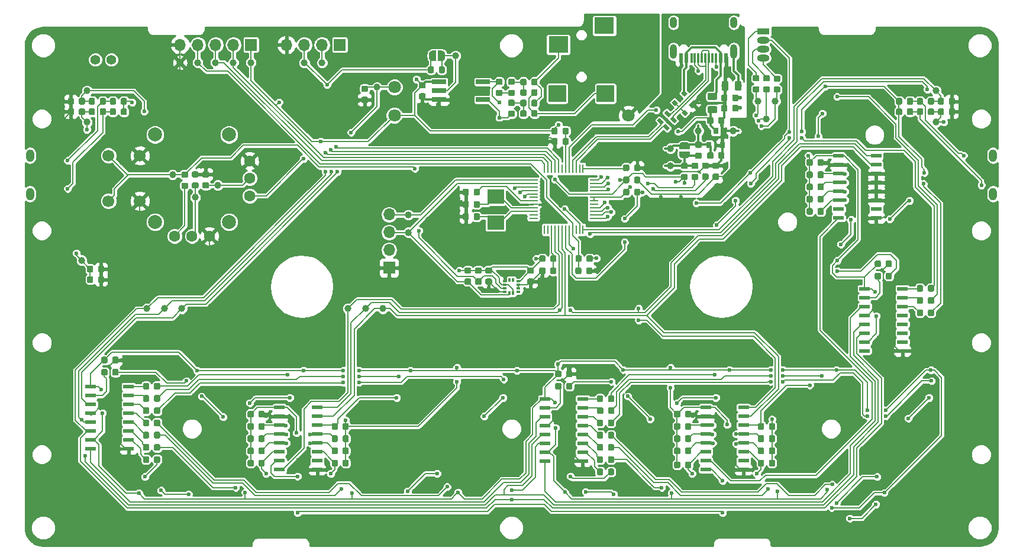
<source format=gbl>
G04 #@! TF.GenerationSoftware,KiCad,Pcbnew,(5.0.0)*
G04 #@! TF.CreationDate,2019-05-28T20:00:11+08:00*
G04 #@! TF.ProjectId,joyMIDI,6A6F794D4944492E6B696361645F7063,rev?*
G04 #@! TF.SameCoordinates,Original*
G04 #@! TF.FileFunction,Copper,L2,Bot,Signal*
G04 #@! TF.FilePolarity,Positive*
%FSLAX46Y46*%
G04 Gerber Fmt 4.6, Leading zero omitted, Abs format (unit mm)*
G04 Created by KiCad (PCBNEW (5.0.0)) date 05/28/19 20:00:11*
%MOMM*%
%LPD*%
G01*
G04 APERTURE LIST*
G04 #@! TA.AperFunction,ComponentPad*
%ADD10C,1.800000*%
G04 #@! TD*
G04 #@! TA.AperFunction,SMDPad,CuDef*
%ADD11C,0.700000*%
G04 #@! TD*
G04 #@! TA.AperFunction,Conductor*
%ADD12C,0.100000*%
G04 #@! TD*
G04 #@! TA.AperFunction,SMDPad,CuDef*
%ADD13C,0.600000*%
G04 #@! TD*
G04 #@! TA.AperFunction,SMDPad,CuDef*
%ADD14C,0.875000*%
G04 #@! TD*
G04 #@! TA.AperFunction,SMDPad,CuDef*
%ADD15C,0.500000*%
G04 #@! TD*
G04 #@! TA.AperFunction,ComponentPad*
%ADD16R,1.700000X1.700000*%
G04 #@! TD*
G04 #@! TA.AperFunction,ComponentPad*
%ADD17O,1.700000X1.700000*%
G04 #@! TD*
G04 #@! TA.AperFunction,ComponentPad*
%ADD18C,2.000000*%
G04 #@! TD*
G04 #@! TA.AperFunction,ComponentPad*
%ADD19C,1.700000*%
G04 #@! TD*
G04 #@! TA.AperFunction,ComponentPad*
%ADD20C,1.600000*%
G04 #@! TD*
G04 #@! TA.AperFunction,SMDPad,CuDef*
%ADD21C,0.975000*%
G04 #@! TD*
G04 #@! TA.AperFunction,ComponentPad*
%ADD22R,1.800000X0.950000*%
G04 #@! TD*
G04 #@! TA.AperFunction,ComponentPad*
%ADD23O,1.800000X0.950000*%
G04 #@! TD*
G04 #@! TA.AperFunction,SMDPad,CuDef*
%ADD24R,0.800000X0.900000*%
G04 #@! TD*
G04 #@! TA.AperFunction,SMDPad,CuDef*
%ADD25R,1.300000X0.250000*%
G04 #@! TD*
G04 #@! TA.AperFunction,SMDPad,CuDef*
%ADD26R,0.250000X1.300000*%
G04 #@! TD*
G04 #@! TA.AperFunction,SMDPad,CuDef*
%ADD27R,0.300000X0.600000*%
G04 #@! TD*
G04 #@! TA.AperFunction,SMDPad,CuDef*
%ADD28R,0.600000X0.300000*%
G04 #@! TD*
G04 #@! TA.AperFunction,SMDPad,CuDef*
%ADD29R,1.500000X0.600000*%
G04 #@! TD*
G04 #@! TA.AperFunction,ComponentPad*
%ADD30O,1.200000X1.800000*%
G04 #@! TD*
G04 #@! TA.AperFunction,SMDPad,CuDef*
%ADD31R,2.400000X2.000000*%
G04 #@! TD*
G04 #@! TA.AperFunction,SMDPad,CuDef*
%ADD32R,0.500000X0.500000*%
G04 #@! TD*
G04 #@! TA.AperFunction,SMDPad,CuDef*
%ADD33R,2.800000X2.400000*%
G04 #@! TD*
G04 #@! TA.AperFunction,SMDPad,CuDef*
%ADD34R,2.500000X2.400000*%
G04 #@! TD*
G04 #@! TA.AperFunction,BGAPad,CuDef*
%ADD35C,1.000000*%
G04 #@! TD*
G04 #@! TA.AperFunction,SMDPad,CuDef*
%ADD36R,2.000000X0.640000*%
G04 #@! TD*
G04 #@! TA.AperFunction,ComponentPad*
%ADD37C,1.400000*%
G04 #@! TD*
G04 #@! TA.AperFunction,ComponentPad*
%ADD38O,1.000000X1.600000*%
G04 #@! TD*
G04 #@! TA.AperFunction,ComponentPad*
%ADD39O,1.000000X2.100000*%
G04 #@! TD*
G04 #@! TA.AperFunction,SMDPad,CuDef*
%ADD40R,0.300000X1.450000*%
G04 #@! TD*
G04 #@! TA.AperFunction,SMDPad,CuDef*
%ADD41R,0.600000X1.450000*%
G04 #@! TD*
G04 #@! TA.AperFunction,ViaPad*
%ADD42C,0.600000*%
G04 #@! TD*
G04 #@! TA.AperFunction,Conductor*
%ADD43C,0.300000*%
G04 #@! TD*
G04 #@! TA.AperFunction,Conductor*
%ADD44C,0.200000*%
G04 #@! TD*
G04 #@! TA.AperFunction,Conductor*
%ADD45C,0.250000*%
G04 #@! TD*
G04 APERTURE END LIST*
D10*
G04 #@! TO.P,RV1,2*
G04 #@! TO.N,/ADC1*
X131750000Y-76500000D03*
G04 #@! TO.P,RV1,1*
G04 #@! TO.N,VCC_DIG*
X131750000Y-80500000D03*
G04 #@! TO.P,RV1,3*
G04 #@! TO.N,GND_DIG*
X165250000Y-80500000D03*
G04 #@! TD*
D11*
G04 #@! TO.P,D1,1*
G04 #@! TO.N,GND_PWR*
X174487437Y-78926777D03*
D12*
G04 #@! TD*
G04 #@! TO.N,GND_PWR*
G04 #@! TO.C,D1*
G36*
X175088478Y-78820711D02*
X174381371Y-79527818D01*
X173886396Y-79032843D01*
X174593503Y-78325736D01*
X175088478Y-78820711D01*
X175088478Y-78820711D01*
G37*
D13*
G04 #@! TO.P,D1,2*
G04 #@! TO.N,/D+*
X173285355Y-80128858D03*
D12*
G04 #@! TD*
G04 #@! TO.N,/D+*
G04 #@! TO.C,D1*
G36*
X173744974Y-80164213D02*
X173320710Y-80588477D01*
X172825736Y-80093503D01*
X173250000Y-79669239D01*
X173744974Y-80164213D01*
X173744974Y-80164213D01*
G37*
D13*
G04 #@! TO.P,D1,3*
G04 #@! TO.N,/D-*
X171871142Y-78714645D03*
D12*
G04 #@! TD*
G04 #@! TO.N,/D-*
G04 #@! TO.C,D1*
G36*
X172330761Y-78750000D02*
X171906497Y-79174264D01*
X171411523Y-78679290D01*
X171835787Y-78255026D01*
X172330761Y-78750000D01*
X172330761Y-78750000D01*
G37*
D13*
G04 #@! TO.P,D1,4*
G04 #@! TO.N,VBUS*
X173214645Y-77371142D03*
D12*
G04 #@! TD*
G04 #@! TO.N,VBUS*
G04 #@! TO.C,D1*
G36*
X173674264Y-77406497D02*
X173250000Y-77830761D01*
X172755026Y-77335787D01*
X173179290Y-76911523D01*
X173674264Y-77406497D01*
X173674264Y-77406497D01*
G37*
G04 #@! TO.N,GND_DIG*
G04 #@! TO.C,C1*
G36*
X166740191Y-89276053D02*
X166761426Y-89279203D01*
X166782250Y-89284419D01*
X166802462Y-89291651D01*
X166821868Y-89300830D01*
X166840281Y-89311866D01*
X166857524Y-89324654D01*
X166873430Y-89339070D01*
X166887846Y-89354976D01*
X166900634Y-89372219D01*
X166911670Y-89390632D01*
X166920849Y-89410038D01*
X166928081Y-89430250D01*
X166933297Y-89451074D01*
X166936447Y-89472309D01*
X166937500Y-89493750D01*
X166937500Y-90006250D01*
X166936447Y-90027691D01*
X166933297Y-90048926D01*
X166928081Y-90069750D01*
X166920849Y-90089962D01*
X166911670Y-90109368D01*
X166900634Y-90127781D01*
X166887846Y-90145024D01*
X166873430Y-90160930D01*
X166857524Y-90175346D01*
X166840281Y-90188134D01*
X166821868Y-90199170D01*
X166802462Y-90208349D01*
X166782250Y-90215581D01*
X166761426Y-90220797D01*
X166740191Y-90223947D01*
X166718750Y-90225000D01*
X166281250Y-90225000D01*
X166259809Y-90223947D01*
X166238574Y-90220797D01*
X166217750Y-90215581D01*
X166197538Y-90208349D01*
X166178132Y-90199170D01*
X166159719Y-90188134D01*
X166142476Y-90175346D01*
X166126570Y-90160930D01*
X166112154Y-90145024D01*
X166099366Y-90127781D01*
X166088330Y-90109368D01*
X166079151Y-90089962D01*
X166071919Y-90069750D01*
X166066703Y-90048926D01*
X166063553Y-90027691D01*
X166062500Y-90006250D01*
X166062500Y-89493750D01*
X166063553Y-89472309D01*
X166066703Y-89451074D01*
X166071919Y-89430250D01*
X166079151Y-89410038D01*
X166088330Y-89390632D01*
X166099366Y-89372219D01*
X166112154Y-89354976D01*
X166126570Y-89339070D01*
X166142476Y-89324654D01*
X166159719Y-89311866D01*
X166178132Y-89300830D01*
X166197538Y-89291651D01*
X166217750Y-89284419D01*
X166238574Y-89279203D01*
X166259809Y-89276053D01*
X166281250Y-89275000D01*
X166718750Y-89275000D01*
X166740191Y-89276053D01*
X166740191Y-89276053D01*
G37*
D14*
G04 #@! TD*
G04 #@! TO.P,C1,2*
G04 #@! TO.N,GND_DIG*
X166500000Y-89750000D03*
D12*
G04 #@! TO.N,VCC_DIG*
G04 #@! TO.C,C1*
G36*
X165165191Y-89276053D02*
X165186426Y-89279203D01*
X165207250Y-89284419D01*
X165227462Y-89291651D01*
X165246868Y-89300830D01*
X165265281Y-89311866D01*
X165282524Y-89324654D01*
X165298430Y-89339070D01*
X165312846Y-89354976D01*
X165325634Y-89372219D01*
X165336670Y-89390632D01*
X165345849Y-89410038D01*
X165353081Y-89430250D01*
X165358297Y-89451074D01*
X165361447Y-89472309D01*
X165362500Y-89493750D01*
X165362500Y-90006250D01*
X165361447Y-90027691D01*
X165358297Y-90048926D01*
X165353081Y-90069750D01*
X165345849Y-90089962D01*
X165336670Y-90109368D01*
X165325634Y-90127781D01*
X165312846Y-90145024D01*
X165298430Y-90160930D01*
X165282524Y-90175346D01*
X165265281Y-90188134D01*
X165246868Y-90199170D01*
X165227462Y-90208349D01*
X165207250Y-90215581D01*
X165186426Y-90220797D01*
X165165191Y-90223947D01*
X165143750Y-90225000D01*
X164706250Y-90225000D01*
X164684809Y-90223947D01*
X164663574Y-90220797D01*
X164642750Y-90215581D01*
X164622538Y-90208349D01*
X164603132Y-90199170D01*
X164584719Y-90188134D01*
X164567476Y-90175346D01*
X164551570Y-90160930D01*
X164537154Y-90145024D01*
X164524366Y-90127781D01*
X164513330Y-90109368D01*
X164504151Y-90089962D01*
X164496919Y-90069750D01*
X164491703Y-90048926D01*
X164488553Y-90027691D01*
X164487500Y-90006250D01*
X164487500Y-89493750D01*
X164488553Y-89472309D01*
X164491703Y-89451074D01*
X164496919Y-89430250D01*
X164504151Y-89410038D01*
X164513330Y-89390632D01*
X164524366Y-89372219D01*
X164537154Y-89354976D01*
X164551570Y-89339070D01*
X164567476Y-89324654D01*
X164584719Y-89311866D01*
X164603132Y-89300830D01*
X164622538Y-89291651D01*
X164642750Y-89284419D01*
X164663574Y-89279203D01*
X164684809Y-89276053D01*
X164706250Y-89275000D01*
X165143750Y-89275000D01*
X165165191Y-89276053D01*
X165165191Y-89276053D01*
G37*
D14*
G04 #@! TD*
G04 #@! TO.P,C1,1*
G04 #@! TO.N,VCC_DIG*
X164925000Y-89750000D03*
D12*
G04 #@! TO.N,GND_ANA*
G04 #@! TO.C,C2*
G36*
X166740191Y-91026053D02*
X166761426Y-91029203D01*
X166782250Y-91034419D01*
X166802462Y-91041651D01*
X166821868Y-91050830D01*
X166840281Y-91061866D01*
X166857524Y-91074654D01*
X166873430Y-91089070D01*
X166887846Y-91104976D01*
X166900634Y-91122219D01*
X166911670Y-91140632D01*
X166920849Y-91160038D01*
X166928081Y-91180250D01*
X166933297Y-91201074D01*
X166936447Y-91222309D01*
X166937500Y-91243750D01*
X166937500Y-91756250D01*
X166936447Y-91777691D01*
X166933297Y-91798926D01*
X166928081Y-91819750D01*
X166920849Y-91839962D01*
X166911670Y-91859368D01*
X166900634Y-91877781D01*
X166887846Y-91895024D01*
X166873430Y-91910930D01*
X166857524Y-91925346D01*
X166840281Y-91938134D01*
X166821868Y-91949170D01*
X166802462Y-91958349D01*
X166782250Y-91965581D01*
X166761426Y-91970797D01*
X166740191Y-91973947D01*
X166718750Y-91975000D01*
X166281250Y-91975000D01*
X166259809Y-91973947D01*
X166238574Y-91970797D01*
X166217750Y-91965581D01*
X166197538Y-91958349D01*
X166178132Y-91949170D01*
X166159719Y-91938134D01*
X166142476Y-91925346D01*
X166126570Y-91910930D01*
X166112154Y-91895024D01*
X166099366Y-91877781D01*
X166088330Y-91859368D01*
X166079151Y-91839962D01*
X166071919Y-91819750D01*
X166066703Y-91798926D01*
X166063553Y-91777691D01*
X166062500Y-91756250D01*
X166062500Y-91243750D01*
X166063553Y-91222309D01*
X166066703Y-91201074D01*
X166071919Y-91180250D01*
X166079151Y-91160038D01*
X166088330Y-91140632D01*
X166099366Y-91122219D01*
X166112154Y-91104976D01*
X166126570Y-91089070D01*
X166142476Y-91074654D01*
X166159719Y-91061866D01*
X166178132Y-91050830D01*
X166197538Y-91041651D01*
X166217750Y-91034419D01*
X166238574Y-91029203D01*
X166259809Y-91026053D01*
X166281250Y-91025000D01*
X166718750Y-91025000D01*
X166740191Y-91026053D01*
X166740191Y-91026053D01*
G37*
D14*
G04 #@! TD*
G04 #@! TO.P,C2,2*
G04 #@! TO.N,GND_ANA*
X166500000Y-91500000D03*
D12*
G04 #@! TO.N,VCC_ANA*
G04 #@! TO.C,C2*
G36*
X165165191Y-91026053D02*
X165186426Y-91029203D01*
X165207250Y-91034419D01*
X165227462Y-91041651D01*
X165246868Y-91050830D01*
X165265281Y-91061866D01*
X165282524Y-91074654D01*
X165298430Y-91089070D01*
X165312846Y-91104976D01*
X165325634Y-91122219D01*
X165336670Y-91140632D01*
X165345849Y-91160038D01*
X165353081Y-91180250D01*
X165358297Y-91201074D01*
X165361447Y-91222309D01*
X165362500Y-91243750D01*
X165362500Y-91756250D01*
X165361447Y-91777691D01*
X165358297Y-91798926D01*
X165353081Y-91819750D01*
X165345849Y-91839962D01*
X165336670Y-91859368D01*
X165325634Y-91877781D01*
X165312846Y-91895024D01*
X165298430Y-91910930D01*
X165282524Y-91925346D01*
X165265281Y-91938134D01*
X165246868Y-91949170D01*
X165227462Y-91958349D01*
X165207250Y-91965581D01*
X165186426Y-91970797D01*
X165165191Y-91973947D01*
X165143750Y-91975000D01*
X164706250Y-91975000D01*
X164684809Y-91973947D01*
X164663574Y-91970797D01*
X164642750Y-91965581D01*
X164622538Y-91958349D01*
X164603132Y-91949170D01*
X164584719Y-91938134D01*
X164567476Y-91925346D01*
X164551570Y-91910930D01*
X164537154Y-91895024D01*
X164524366Y-91877781D01*
X164513330Y-91859368D01*
X164504151Y-91839962D01*
X164496919Y-91819750D01*
X164491703Y-91798926D01*
X164488553Y-91777691D01*
X164487500Y-91756250D01*
X164487500Y-91243750D01*
X164488553Y-91222309D01*
X164491703Y-91201074D01*
X164496919Y-91180250D01*
X164504151Y-91160038D01*
X164513330Y-91140632D01*
X164524366Y-91122219D01*
X164537154Y-91104976D01*
X164551570Y-91089070D01*
X164567476Y-91074654D01*
X164584719Y-91061866D01*
X164603132Y-91050830D01*
X164622538Y-91041651D01*
X164642750Y-91034419D01*
X164663574Y-91029203D01*
X164684809Y-91026053D01*
X164706250Y-91025000D01*
X165143750Y-91025000D01*
X165165191Y-91026053D01*
X165165191Y-91026053D01*
G37*
D14*
G04 #@! TD*
G04 #@! TO.P,C2,1*
G04 #@! TO.N,VCC_ANA*
X164925000Y-91500000D03*
D12*
G04 #@! TO.N,Net-(C3-Pad2)*
G04 #@! TO.C,C3*
G36*
X165165191Y-87526053D02*
X165186426Y-87529203D01*
X165207250Y-87534419D01*
X165227462Y-87541651D01*
X165246868Y-87550830D01*
X165265281Y-87561866D01*
X165282524Y-87574654D01*
X165298430Y-87589070D01*
X165312846Y-87604976D01*
X165325634Y-87622219D01*
X165336670Y-87640632D01*
X165345849Y-87660038D01*
X165353081Y-87680250D01*
X165358297Y-87701074D01*
X165361447Y-87722309D01*
X165362500Y-87743750D01*
X165362500Y-88256250D01*
X165361447Y-88277691D01*
X165358297Y-88298926D01*
X165353081Y-88319750D01*
X165345849Y-88339962D01*
X165336670Y-88359368D01*
X165325634Y-88377781D01*
X165312846Y-88395024D01*
X165298430Y-88410930D01*
X165282524Y-88425346D01*
X165265281Y-88438134D01*
X165246868Y-88449170D01*
X165227462Y-88458349D01*
X165207250Y-88465581D01*
X165186426Y-88470797D01*
X165165191Y-88473947D01*
X165143750Y-88475000D01*
X164706250Y-88475000D01*
X164684809Y-88473947D01*
X164663574Y-88470797D01*
X164642750Y-88465581D01*
X164622538Y-88458349D01*
X164603132Y-88449170D01*
X164584719Y-88438134D01*
X164567476Y-88425346D01*
X164551570Y-88410930D01*
X164537154Y-88395024D01*
X164524366Y-88377781D01*
X164513330Y-88359368D01*
X164504151Y-88339962D01*
X164496919Y-88319750D01*
X164491703Y-88298926D01*
X164488553Y-88277691D01*
X164487500Y-88256250D01*
X164487500Y-87743750D01*
X164488553Y-87722309D01*
X164491703Y-87701074D01*
X164496919Y-87680250D01*
X164504151Y-87660038D01*
X164513330Y-87640632D01*
X164524366Y-87622219D01*
X164537154Y-87604976D01*
X164551570Y-87589070D01*
X164567476Y-87574654D01*
X164584719Y-87561866D01*
X164603132Y-87550830D01*
X164622538Y-87541651D01*
X164642750Y-87534419D01*
X164663574Y-87529203D01*
X164684809Y-87526053D01*
X164706250Y-87525000D01*
X165143750Y-87525000D01*
X165165191Y-87526053D01*
X165165191Y-87526053D01*
G37*
D14*
G04 #@! TD*
G04 #@! TO.P,C3,2*
G04 #@! TO.N,Net-(C3-Pad2)*
X164925000Y-88000000D03*
D12*
G04 #@! TO.N,GND_PWR*
G04 #@! TO.C,C3*
G36*
X166740191Y-87526053D02*
X166761426Y-87529203D01*
X166782250Y-87534419D01*
X166802462Y-87541651D01*
X166821868Y-87550830D01*
X166840281Y-87561866D01*
X166857524Y-87574654D01*
X166873430Y-87589070D01*
X166887846Y-87604976D01*
X166900634Y-87622219D01*
X166911670Y-87640632D01*
X166920849Y-87660038D01*
X166928081Y-87680250D01*
X166933297Y-87701074D01*
X166936447Y-87722309D01*
X166937500Y-87743750D01*
X166937500Y-88256250D01*
X166936447Y-88277691D01*
X166933297Y-88298926D01*
X166928081Y-88319750D01*
X166920849Y-88339962D01*
X166911670Y-88359368D01*
X166900634Y-88377781D01*
X166887846Y-88395024D01*
X166873430Y-88410930D01*
X166857524Y-88425346D01*
X166840281Y-88438134D01*
X166821868Y-88449170D01*
X166802462Y-88458349D01*
X166782250Y-88465581D01*
X166761426Y-88470797D01*
X166740191Y-88473947D01*
X166718750Y-88475000D01*
X166281250Y-88475000D01*
X166259809Y-88473947D01*
X166238574Y-88470797D01*
X166217750Y-88465581D01*
X166197538Y-88458349D01*
X166178132Y-88449170D01*
X166159719Y-88438134D01*
X166142476Y-88425346D01*
X166126570Y-88410930D01*
X166112154Y-88395024D01*
X166099366Y-88377781D01*
X166088330Y-88359368D01*
X166079151Y-88339962D01*
X166071919Y-88319750D01*
X166066703Y-88298926D01*
X166063553Y-88277691D01*
X166062500Y-88256250D01*
X166062500Y-87743750D01*
X166063553Y-87722309D01*
X166066703Y-87701074D01*
X166071919Y-87680250D01*
X166079151Y-87660038D01*
X166088330Y-87640632D01*
X166099366Y-87622219D01*
X166112154Y-87604976D01*
X166126570Y-87589070D01*
X166142476Y-87574654D01*
X166159719Y-87561866D01*
X166178132Y-87550830D01*
X166197538Y-87541651D01*
X166217750Y-87534419D01*
X166238574Y-87529203D01*
X166259809Y-87526053D01*
X166281250Y-87525000D01*
X166718750Y-87525000D01*
X166740191Y-87526053D01*
X166740191Y-87526053D01*
G37*
D14*
G04 #@! TD*
G04 #@! TO.P,C3,1*
G04 #@! TO.N,GND_PWR*
X166500000Y-88000000D03*
D12*
G04 #@! TO.N,GND_DIG*
G04 #@! TO.C,C4*
G36*
X159890191Y-102276053D02*
X159911426Y-102279203D01*
X159932250Y-102284419D01*
X159952462Y-102291651D01*
X159971868Y-102300830D01*
X159990281Y-102311866D01*
X160007524Y-102324654D01*
X160023430Y-102339070D01*
X160037846Y-102354976D01*
X160050634Y-102372219D01*
X160061670Y-102390632D01*
X160070849Y-102410038D01*
X160078081Y-102430250D01*
X160083297Y-102451074D01*
X160086447Y-102472309D01*
X160087500Y-102493750D01*
X160087500Y-103006250D01*
X160086447Y-103027691D01*
X160083297Y-103048926D01*
X160078081Y-103069750D01*
X160070849Y-103089962D01*
X160061670Y-103109368D01*
X160050634Y-103127781D01*
X160037846Y-103145024D01*
X160023430Y-103160930D01*
X160007524Y-103175346D01*
X159990281Y-103188134D01*
X159971868Y-103199170D01*
X159952462Y-103208349D01*
X159932250Y-103215581D01*
X159911426Y-103220797D01*
X159890191Y-103223947D01*
X159868750Y-103225000D01*
X159431250Y-103225000D01*
X159409809Y-103223947D01*
X159388574Y-103220797D01*
X159367750Y-103215581D01*
X159347538Y-103208349D01*
X159328132Y-103199170D01*
X159309719Y-103188134D01*
X159292476Y-103175346D01*
X159276570Y-103160930D01*
X159262154Y-103145024D01*
X159249366Y-103127781D01*
X159238330Y-103109368D01*
X159229151Y-103089962D01*
X159221919Y-103069750D01*
X159216703Y-103048926D01*
X159213553Y-103027691D01*
X159212500Y-103006250D01*
X159212500Y-102493750D01*
X159213553Y-102472309D01*
X159216703Y-102451074D01*
X159221919Y-102430250D01*
X159229151Y-102410038D01*
X159238330Y-102390632D01*
X159249366Y-102372219D01*
X159262154Y-102354976D01*
X159276570Y-102339070D01*
X159292476Y-102324654D01*
X159309719Y-102311866D01*
X159328132Y-102300830D01*
X159347538Y-102291651D01*
X159367750Y-102284419D01*
X159388574Y-102279203D01*
X159409809Y-102276053D01*
X159431250Y-102275000D01*
X159868750Y-102275000D01*
X159890191Y-102276053D01*
X159890191Y-102276053D01*
G37*
D14*
G04 #@! TD*
G04 #@! TO.P,C4,2*
G04 #@! TO.N,GND_DIG*
X159650000Y-102750000D03*
D12*
G04 #@! TO.N,/nRST*
G04 #@! TO.C,C4*
G36*
X158315191Y-102276053D02*
X158336426Y-102279203D01*
X158357250Y-102284419D01*
X158377462Y-102291651D01*
X158396868Y-102300830D01*
X158415281Y-102311866D01*
X158432524Y-102324654D01*
X158448430Y-102339070D01*
X158462846Y-102354976D01*
X158475634Y-102372219D01*
X158486670Y-102390632D01*
X158495849Y-102410038D01*
X158503081Y-102430250D01*
X158508297Y-102451074D01*
X158511447Y-102472309D01*
X158512500Y-102493750D01*
X158512500Y-103006250D01*
X158511447Y-103027691D01*
X158508297Y-103048926D01*
X158503081Y-103069750D01*
X158495849Y-103089962D01*
X158486670Y-103109368D01*
X158475634Y-103127781D01*
X158462846Y-103145024D01*
X158448430Y-103160930D01*
X158432524Y-103175346D01*
X158415281Y-103188134D01*
X158396868Y-103199170D01*
X158377462Y-103208349D01*
X158357250Y-103215581D01*
X158336426Y-103220797D01*
X158315191Y-103223947D01*
X158293750Y-103225000D01*
X157856250Y-103225000D01*
X157834809Y-103223947D01*
X157813574Y-103220797D01*
X157792750Y-103215581D01*
X157772538Y-103208349D01*
X157753132Y-103199170D01*
X157734719Y-103188134D01*
X157717476Y-103175346D01*
X157701570Y-103160930D01*
X157687154Y-103145024D01*
X157674366Y-103127781D01*
X157663330Y-103109368D01*
X157654151Y-103089962D01*
X157646919Y-103069750D01*
X157641703Y-103048926D01*
X157638553Y-103027691D01*
X157637500Y-103006250D01*
X157637500Y-102493750D01*
X157638553Y-102472309D01*
X157641703Y-102451074D01*
X157646919Y-102430250D01*
X157654151Y-102410038D01*
X157663330Y-102390632D01*
X157674366Y-102372219D01*
X157687154Y-102354976D01*
X157701570Y-102339070D01*
X157717476Y-102324654D01*
X157734719Y-102311866D01*
X157753132Y-102300830D01*
X157772538Y-102291651D01*
X157792750Y-102284419D01*
X157813574Y-102279203D01*
X157834809Y-102276053D01*
X157856250Y-102275000D01*
X158293750Y-102275000D01*
X158315191Y-102276053D01*
X158315191Y-102276053D01*
G37*
D14*
G04 #@! TD*
G04 #@! TO.P,C4,1*
G04 #@! TO.N,/nRST*
X158075000Y-102750000D03*
D12*
G04 #@! TO.N,GND_PWR*
G04 #@! TO.C,C6*
G36*
X178777691Y-80776053D02*
X178798926Y-80779203D01*
X178819750Y-80784419D01*
X178839962Y-80791651D01*
X178859368Y-80800830D01*
X178877781Y-80811866D01*
X178895024Y-80824654D01*
X178910930Y-80839070D01*
X178925346Y-80854976D01*
X178938134Y-80872219D01*
X178949170Y-80890632D01*
X178958349Y-80910038D01*
X178965581Y-80930250D01*
X178970797Y-80951074D01*
X178973947Y-80972309D01*
X178975000Y-80993750D01*
X178975000Y-81506250D01*
X178973947Y-81527691D01*
X178970797Y-81548926D01*
X178965581Y-81569750D01*
X178958349Y-81589962D01*
X178949170Y-81609368D01*
X178938134Y-81627781D01*
X178925346Y-81645024D01*
X178910930Y-81660930D01*
X178895024Y-81675346D01*
X178877781Y-81688134D01*
X178859368Y-81699170D01*
X178839962Y-81708349D01*
X178819750Y-81715581D01*
X178798926Y-81720797D01*
X178777691Y-81723947D01*
X178756250Y-81725000D01*
X178318750Y-81725000D01*
X178297309Y-81723947D01*
X178276074Y-81720797D01*
X178255250Y-81715581D01*
X178235038Y-81708349D01*
X178215632Y-81699170D01*
X178197219Y-81688134D01*
X178179976Y-81675346D01*
X178164070Y-81660930D01*
X178149654Y-81645024D01*
X178136866Y-81627781D01*
X178125830Y-81609368D01*
X178116651Y-81589962D01*
X178109419Y-81569750D01*
X178104203Y-81548926D01*
X178101053Y-81527691D01*
X178100000Y-81506250D01*
X178100000Y-80993750D01*
X178101053Y-80972309D01*
X178104203Y-80951074D01*
X178109419Y-80930250D01*
X178116651Y-80910038D01*
X178125830Y-80890632D01*
X178136866Y-80872219D01*
X178149654Y-80854976D01*
X178164070Y-80839070D01*
X178179976Y-80824654D01*
X178197219Y-80811866D01*
X178215632Y-80800830D01*
X178235038Y-80791651D01*
X178255250Y-80784419D01*
X178276074Y-80779203D01*
X178297309Y-80776053D01*
X178318750Y-80775000D01*
X178756250Y-80775000D01*
X178777691Y-80776053D01*
X178777691Y-80776053D01*
G37*
D14*
G04 #@! TD*
G04 #@! TO.P,C6,2*
G04 #@! TO.N,GND_PWR*
X178537500Y-81250000D03*
D12*
G04 #@! TO.N,Net-(C6-Pad1)*
G04 #@! TO.C,C6*
G36*
X177202691Y-80776053D02*
X177223926Y-80779203D01*
X177244750Y-80784419D01*
X177264962Y-80791651D01*
X177284368Y-80800830D01*
X177302781Y-80811866D01*
X177320024Y-80824654D01*
X177335930Y-80839070D01*
X177350346Y-80854976D01*
X177363134Y-80872219D01*
X177374170Y-80890632D01*
X177383349Y-80910038D01*
X177390581Y-80930250D01*
X177395797Y-80951074D01*
X177398947Y-80972309D01*
X177400000Y-80993750D01*
X177400000Y-81506250D01*
X177398947Y-81527691D01*
X177395797Y-81548926D01*
X177390581Y-81569750D01*
X177383349Y-81589962D01*
X177374170Y-81609368D01*
X177363134Y-81627781D01*
X177350346Y-81645024D01*
X177335930Y-81660930D01*
X177320024Y-81675346D01*
X177302781Y-81688134D01*
X177284368Y-81699170D01*
X177264962Y-81708349D01*
X177244750Y-81715581D01*
X177223926Y-81720797D01*
X177202691Y-81723947D01*
X177181250Y-81725000D01*
X176743750Y-81725000D01*
X176722309Y-81723947D01*
X176701074Y-81720797D01*
X176680250Y-81715581D01*
X176660038Y-81708349D01*
X176640632Y-81699170D01*
X176622219Y-81688134D01*
X176604976Y-81675346D01*
X176589070Y-81660930D01*
X176574654Y-81645024D01*
X176561866Y-81627781D01*
X176550830Y-81609368D01*
X176541651Y-81589962D01*
X176534419Y-81569750D01*
X176529203Y-81548926D01*
X176526053Y-81527691D01*
X176525000Y-81506250D01*
X176525000Y-80993750D01*
X176526053Y-80972309D01*
X176529203Y-80951074D01*
X176534419Y-80930250D01*
X176541651Y-80910038D01*
X176550830Y-80890632D01*
X176561866Y-80872219D01*
X176574654Y-80854976D01*
X176589070Y-80839070D01*
X176604976Y-80824654D01*
X176622219Y-80811866D01*
X176640632Y-80800830D01*
X176660038Y-80791651D01*
X176680250Y-80784419D01*
X176701074Y-80779203D01*
X176722309Y-80776053D01*
X176743750Y-80775000D01*
X177181250Y-80775000D01*
X177202691Y-80776053D01*
X177202691Y-80776053D01*
G37*
D14*
G04 #@! TD*
G04 #@! TO.P,C6,1*
G04 #@! TO.N,Net-(C6-Pad1)*
X176962500Y-81250000D03*
D12*
G04 #@! TO.N,GND_DIG*
G04 #@! TO.C,C8*
G36*
X153165191Y-102276053D02*
X153186426Y-102279203D01*
X153207250Y-102284419D01*
X153227462Y-102291651D01*
X153246868Y-102300830D01*
X153265281Y-102311866D01*
X153282524Y-102324654D01*
X153298430Y-102339070D01*
X153312846Y-102354976D01*
X153325634Y-102372219D01*
X153336670Y-102390632D01*
X153345849Y-102410038D01*
X153353081Y-102430250D01*
X153358297Y-102451074D01*
X153361447Y-102472309D01*
X153362500Y-102493750D01*
X153362500Y-103006250D01*
X153361447Y-103027691D01*
X153358297Y-103048926D01*
X153353081Y-103069750D01*
X153345849Y-103089962D01*
X153336670Y-103109368D01*
X153325634Y-103127781D01*
X153312846Y-103145024D01*
X153298430Y-103160930D01*
X153282524Y-103175346D01*
X153265281Y-103188134D01*
X153246868Y-103199170D01*
X153227462Y-103208349D01*
X153207250Y-103215581D01*
X153186426Y-103220797D01*
X153165191Y-103223947D01*
X153143750Y-103225000D01*
X152706250Y-103225000D01*
X152684809Y-103223947D01*
X152663574Y-103220797D01*
X152642750Y-103215581D01*
X152622538Y-103208349D01*
X152603132Y-103199170D01*
X152584719Y-103188134D01*
X152567476Y-103175346D01*
X152551570Y-103160930D01*
X152537154Y-103145024D01*
X152524366Y-103127781D01*
X152513330Y-103109368D01*
X152504151Y-103089962D01*
X152496919Y-103069750D01*
X152491703Y-103048926D01*
X152488553Y-103027691D01*
X152487500Y-103006250D01*
X152487500Y-102493750D01*
X152488553Y-102472309D01*
X152491703Y-102451074D01*
X152496919Y-102430250D01*
X152504151Y-102410038D01*
X152513330Y-102390632D01*
X152524366Y-102372219D01*
X152537154Y-102354976D01*
X152551570Y-102339070D01*
X152567476Y-102324654D01*
X152584719Y-102311866D01*
X152603132Y-102300830D01*
X152622538Y-102291651D01*
X152642750Y-102284419D01*
X152663574Y-102279203D01*
X152684809Y-102276053D01*
X152706250Y-102275000D01*
X153143750Y-102275000D01*
X153165191Y-102276053D01*
X153165191Y-102276053D01*
G37*
D14*
G04 #@! TD*
G04 #@! TO.P,C8,2*
G04 #@! TO.N,GND_DIG*
X152925000Y-102750000D03*
D12*
G04 #@! TO.N,/VBAT*
G04 #@! TO.C,C8*
G36*
X154740191Y-102276053D02*
X154761426Y-102279203D01*
X154782250Y-102284419D01*
X154802462Y-102291651D01*
X154821868Y-102300830D01*
X154840281Y-102311866D01*
X154857524Y-102324654D01*
X154873430Y-102339070D01*
X154887846Y-102354976D01*
X154900634Y-102372219D01*
X154911670Y-102390632D01*
X154920849Y-102410038D01*
X154928081Y-102430250D01*
X154933297Y-102451074D01*
X154936447Y-102472309D01*
X154937500Y-102493750D01*
X154937500Y-103006250D01*
X154936447Y-103027691D01*
X154933297Y-103048926D01*
X154928081Y-103069750D01*
X154920849Y-103089962D01*
X154911670Y-103109368D01*
X154900634Y-103127781D01*
X154887846Y-103145024D01*
X154873430Y-103160930D01*
X154857524Y-103175346D01*
X154840281Y-103188134D01*
X154821868Y-103199170D01*
X154802462Y-103208349D01*
X154782250Y-103215581D01*
X154761426Y-103220797D01*
X154740191Y-103223947D01*
X154718750Y-103225000D01*
X154281250Y-103225000D01*
X154259809Y-103223947D01*
X154238574Y-103220797D01*
X154217750Y-103215581D01*
X154197538Y-103208349D01*
X154178132Y-103199170D01*
X154159719Y-103188134D01*
X154142476Y-103175346D01*
X154126570Y-103160930D01*
X154112154Y-103145024D01*
X154099366Y-103127781D01*
X154088330Y-103109368D01*
X154079151Y-103089962D01*
X154071919Y-103069750D01*
X154066703Y-103048926D01*
X154063553Y-103027691D01*
X154062500Y-103006250D01*
X154062500Y-102493750D01*
X154063553Y-102472309D01*
X154066703Y-102451074D01*
X154071919Y-102430250D01*
X154079151Y-102410038D01*
X154088330Y-102390632D01*
X154099366Y-102372219D01*
X154112154Y-102354976D01*
X154126570Y-102339070D01*
X154142476Y-102324654D01*
X154159719Y-102311866D01*
X154178132Y-102300830D01*
X154197538Y-102291651D01*
X154217750Y-102284419D01*
X154238574Y-102279203D01*
X154259809Y-102276053D01*
X154281250Y-102275000D01*
X154718750Y-102275000D01*
X154740191Y-102276053D01*
X154740191Y-102276053D01*
G37*
D14*
G04 #@! TD*
G04 #@! TO.P,C8,1*
G04 #@! TO.N,/VBAT*
X154500000Y-102750000D03*
D12*
G04 #@! TO.N,GND_DIG*
G04 #@! TO.C,C9*
G36*
X154915191Y-83776053D02*
X154936426Y-83779203D01*
X154957250Y-83784419D01*
X154977462Y-83791651D01*
X154996868Y-83800830D01*
X155015281Y-83811866D01*
X155032524Y-83824654D01*
X155048430Y-83839070D01*
X155062846Y-83854976D01*
X155075634Y-83872219D01*
X155086670Y-83890632D01*
X155095849Y-83910038D01*
X155103081Y-83930250D01*
X155108297Y-83951074D01*
X155111447Y-83972309D01*
X155112500Y-83993750D01*
X155112500Y-84506250D01*
X155111447Y-84527691D01*
X155108297Y-84548926D01*
X155103081Y-84569750D01*
X155095849Y-84589962D01*
X155086670Y-84609368D01*
X155075634Y-84627781D01*
X155062846Y-84645024D01*
X155048430Y-84660930D01*
X155032524Y-84675346D01*
X155015281Y-84688134D01*
X154996868Y-84699170D01*
X154977462Y-84708349D01*
X154957250Y-84715581D01*
X154936426Y-84720797D01*
X154915191Y-84723947D01*
X154893750Y-84725000D01*
X154456250Y-84725000D01*
X154434809Y-84723947D01*
X154413574Y-84720797D01*
X154392750Y-84715581D01*
X154372538Y-84708349D01*
X154353132Y-84699170D01*
X154334719Y-84688134D01*
X154317476Y-84675346D01*
X154301570Y-84660930D01*
X154287154Y-84645024D01*
X154274366Y-84627781D01*
X154263330Y-84609368D01*
X154254151Y-84589962D01*
X154246919Y-84569750D01*
X154241703Y-84548926D01*
X154238553Y-84527691D01*
X154237500Y-84506250D01*
X154237500Y-83993750D01*
X154238553Y-83972309D01*
X154241703Y-83951074D01*
X154246919Y-83930250D01*
X154254151Y-83910038D01*
X154263330Y-83890632D01*
X154274366Y-83872219D01*
X154287154Y-83854976D01*
X154301570Y-83839070D01*
X154317476Y-83824654D01*
X154334719Y-83811866D01*
X154353132Y-83800830D01*
X154372538Y-83791651D01*
X154392750Y-83784419D01*
X154413574Y-83779203D01*
X154434809Y-83776053D01*
X154456250Y-83775000D01*
X154893750Y-83775000D01*
X154915191Y-83776053D01*
X154915191Y-83776053D01*
G37*
D14*
G04 #@! TD*
G04 #@! TO.P,C9,2*
G04 #@! TO.N,GND_DIG*
X154675000Y-84250000D03*
D12*
G04 #@! TO.N,/VDDIO*
G04 #@! TO.C,C9*
G36*
X156490191Y-83776053D02*
X156511426Y-83779203D01*
X156532250Y-83784419D01*
X156552462Y-83791651D01*
X156571868Y-83800830D01*
X156590281Y-83811866D01*
X156607524Y-83824654D01*
X156623430Y-83839070D01*
X156637846Y-83854976D01*
X156650634Y-83872219D01*
X156661670Y-83890632D01*
X156670849Y-83910038D01*
X156678081Y-83930250D01*
X156683297Y-83951074D01*
X156686447Y-83972309D01*
X156687500Y-83993750D01*
X156687500Y-84506250D01*
X156686447Y-84527691D01*
X156683297Y-84548926D01*
X156678081Y-84569750D01*
X156670849Y-84589962D01*
X156661670Y-84609368D01*
X156650634Y-84627781D01*
X156637846Y-84645024D01*
X156623430Y-84660930D01*
X156607524Y-84675346D01*
X156590281Y-84688134D01*
X156571868Y-84699170D01*
X156552462Y-84708349D01*
X156532250Y-84715581D01*
X156511426Y-84720797D01*
X156490191Y-84723947D01*
X156468750Y-84725000D01*
X156031250Y-84725000D01*
X156009809Y-84723947D01*
X155988574Y-84720797D01*
X155967750Y-84715581D01*
X155947538Y-84708349D01*
X155928132Y-84699170D01*
X155909719Y-84688134D01*
X155892476Y-84675346D01*
X155876570Y-84660930D01*
X155862154Y-84645024D01*
X155849366Y-84627781D01*
X155838330Y-84609368D01*
X155829151Y-84589962D01*
X155821919Y-84569750D01*
X155816703Y-84548926D01*
X155813553Y-84527691D01*
X155812500Y-84506250D01*
X155812500Y-83993750D01*
X155813553Y-83972309D01*
X155816703Y-83951074D01*
X155821919Y-83930250D01*
X155829151Y-83910038D01*
X155838330Y-83890632D01*
X155849366Y-83872219D01*
X155862154Y-83854976D01*
X155876570Y-83839070D01*
X155892476Y-83824654D01*
X155909719Y-83811866D01*
X155928132Y-83800830D01*
X155947538Y-83791651D01*
X155967750Y-83784419D01*
X155988574Y-83779203D01*
X156009809Y-83776053D01*
X156031250Y-83775000D01*
X156468750Y-83775000D01*
X156490191Y-83776053D01*
X156490191Y-83776053D01*
G37*
D14*
G04 #@! TD*
G04 #@! TO.P,C9,1*
G04 #@! TO.N,/VDDIO*
X156250000Y-84250000D03*
D12*
G04 #@! TO.N,GND_PWR*
G04 #@! TO.C,C10*
G36*
X178777691Y-85776053D02*
X178798926Y-85779203D01*
X178819750Y-85784419D01*
X178839962Y-85791651D01*
X178859368Y-85800830D01*
X178877781Y-85811866D01*
X178895024Y-85824654D01*
X178910930Y-85839070D01*
X178925346Y-85854976D01*
X178938134Y-85872219D01*
X178949170Y-85890632D01*
X178958349Y-85910038D01*
X178965581Y-85930250D01*
X178970797Y-85951074D01*
X178973947Y-85972309D01*
X178975000Y-85993750D01*
X178975000Y-86506250D01*
X178973947Y-86527691D01*
X178970797Y-86548926D01*
X178965581Y-86569750D01*
X178958349Y-86589962D01*
X178949170Y-86609368D01*
X178938134Y-86627781D01*
X178925346Y-86645024D01*
X178910930Y-86660930D01*
X178895024Y-86675346D01*
X178877781Y-86688134D01*
X178859368Y-86699170D01*
X178839962Y-86708349D01*
X178819750Y-86715581D01*
X178798926Y-86720797D01*
X178777691Y-86723947D01*
X178756250Y-86725000D01*
X178318750Y-86725000D01*
X178297309Y-86723947D01*
X178276074Y-86720797D01*
X178255250Y-86715581D01*
X178235038Y-86708349D01*
X178215632Y-86699170D01*
X178197219Y-86688134D01*
X178179976Y-86675346D01*
X178164070Y-86660930D01*
X178149654Y-86645024D01*
X178136866Y-86627781D01*
X178125830Y-86609368D01*
X178116651Y-86589962D01*
X178109419Y-86569750D01*
X178104203Y-86548926D01*
X178101053Y-86527691D01*
X178100000Y-86506250D01*
X178100000Y-85993750D01*
X178101053Y-85972309D01*
X178104203Y-85951074D01*
X178109419Y-85930250D01*
X178116651Y-85910038D01*
X178125830Y-85890632D01*
X178136866Y-85872219D01*
X178149654Y-85854976D01*
X178164070Y-85839070D01*
X178179976Y-85824654D01*
X178197219Y-85811866D01*
X178215632Y-85800830D01*
X178235038Y-85791651D01*
X178255250Y-85784419D01*
X178276074Y-85779203D01*
X178297309Y-85776053D01*
X178318750Y-85775000D01*
X178756250Y-85775000D01*
X178777691Y-85776053D01*
X178777691Y-85776053D01*
G37*
D14*
G04 #@! TD*
G04 #@! TO.P,C10,2*
G04 #@! TO.N,GND_PWR*
X178537500Y-86250000D03*
D12*
G04 #@! TO.N,VCC_PWR*
G04 #@! TO.C,C10*
G36*
X177202691Y-85776053D02*
X177223926Y-85779203D01*
X177244750Y-85784419D01*
X177264962Y-85791651D01*
X177284368Y-85800830D01*
X177302781Y-85811866D01*
X177320024Y-85824654D01*
X177335930Y-85839070D01*
X177350346Y-85854976D01*
X177363134Y-85872219D01*
X177374170Y-85890632D01*
X177383349Y-85910038D01*
X177390581Y-85930250D01*
X177395797Y-85951074D01*
X177398947Y-85972309D01*
X177400000Y-85993750D01*
X177400000Y-86506250D01*
X177398947Y-86527691D01*
X177395797Y-86548926D01*
X177390581Y-86569750D01*
X177383349Y-86589962D01*
X177374170Y-86609368D01*
X177363134Y-86627781D01*
X177350346Y-86645024D01*
X177335930Y-86660930D01*
X177320024Y-86675346D01*
X177302781Y-86688134D01*
X177284368Y-86699170D01*
X177264962Y-86708349D01*
X177244750Y-86715581D01*
X177223926Y-86720797D01*
X177202691Y-86723947D01*
X177181250Y-86725000D01*
X176743750Y-86725000D01*
X176722309Y-86723947D01*
X176701074Y-86720797D01*
X176680250Y-86715581D01*
X176660038Y-86708349D01*
X176640632Y-86699170D01*
X176622219Y-86688134D01*
X176604976Y-86675346D01*
X176589070Y-86660930D01*
X176574654Y-86645024D01*
X176561866Y-86627781D01*
X176550830Y-86609368D01*
X176541651Y-86589962D01*
X176534419Y-86569750D01*
X176529203Y-86548926D01*
X176526053Y-86527691D01*
X176525000Y-86506250D01*
X176525000Y-85993750D01*
X176526053Y-85972309D01*
X176529203Y-85951074D01*
X176534419Y-85930250D01*
X176541651Y-85910038D01*
X176550830Y-85890632D01*
X176561866Y-85872219D01*
X176574654Y-85854976D01*
X176589070Y-85839070D01*
X176604976Y-85824654D01*
X176622219Y-85811866D01*
X176640632Y-85800830D01*
X176660038Y-85791651D01*
X176680250Y-85784419D01*
X176701074Y-85779203D01*
X176722309Y-85776053D01*
X176743750Y-85775000D01*
X177181250Y-85775000D01*
X177202691Y-85776053D01*
X177202691Y-85776053D01*
G37*
D14*
G04 #@! TD*
G04 #@! TO.P,C10,1*
G04 #@! TO.N,VCC_PWR*
X176962500Y-86250000D03*
D12*
G04 #@! TO.N,GND_DIG*
G04 #@! TO.C,C12*
G36*
X142202691Y-94526053D02*
X142223926Y-94529203D01*
X142244750Y-94534419D01*
X142264962Y-94541651D01*
X142284368Y-94550830D01*
X142302781Y-94561866D01*
X142320024Y-94574654D01*
X142335930Y-94589070D01*
X142350346Y-94604976D01*
X142363134Y-94622219D01*
X142374170Y-94640632D01*
X142383349Y-94660038D01*
X142390581Y-94680250D01*
X142395797Y-94701074D01*
X142398947Y-94722309D01*
X142400000Y-94743750D01*
X142400000Y-95256250D01*
X142398947Y-95277691D01*
X142395797Y-95298926D01*
X142390581Y-95319750D01*
X142383349Y-95339962D01*
X142374170Y-95359368D01*
X142363134Y-95377781D01*
X142350346Y-95395024D01*
X142335930Y-95410930D01*
X142320024Y-95425346D01*
X142302781Y-95438134D01*
X142284368Y-95449170D01*
X142264962Y-95458349D01*
X142244750Y-95465581D01*
X142223926Y-95470797D01*
X142202691Y-95473947D01*
X142181250Y-95475000D01*
X141743750Y-95475000D01*
X141722309Y-95473947D01*
X141701074Y-95470797D01*
X141680250Y-95465581D01*
X141660038Y-95458349D01*
X141640632Y-95449170D01*
X141622219Y-95438134D01*
X141604976Y-95425346D01*
X141589070Y-95410930D01*
X141574654Y-95395024D01*
X141561866Y-95377781D01*
X141550830Y-95359368D01*
X141541651Y-95339962D01*
X141534419Y-95319750D01*
X141529203Y-95298926D01*
X141526053Y-95277691D01*
X141525000Y-95256250D01*
X141525000Y-94743750D01*
X141526053Y-94722309D01*
X141529203Y-94701074D01*
X141534419Y-94680250D01*
X141541651Y-94660038D01*
X141550830Y-94640632D01*
X141561866Y-94622219D01*
X141574654Y-94604976D01*
X141589070Y-94589070D01*
X141604976Y-94574654D01*
X141622219Y-94561866D01*
X141640632Y-94550830D01*
X141660038Y-94541651D01*
X141680250Y-94534419D01*
X141701074Y-94529203D01*
X141722309Y-94526053D01*
X141743750Y-94525000D01*
X142181250Y-94525000D01*
X142202691Y-94526053D01*
X142202691Y-94526053D01*
G37*
D14*
G04 #@! TD*
G04 #@! TO.P,C12,2*
G04 #@! TO.N,GND_DIG*
X141962500Y-95000000D03*
D12*
G04 #@! TO.N,Net-(C12-Pad1)*
G04 #@! TO.C,C12*
G36*
X143777691Y-94526053D02*
X143798926Y-94529203D01*
X143819750Y-94534419D01*
X143839962Y-94541651D01*
X143859368Y-94550830D01*
X143877781Y-94561866D01*
X143895024Y-94574654D01*
X143910930Y-94589070D01*
X143925346Y-94604976D01*
X143938134Y-94622219D01*
X143949170Y-94640632D01*
X143958349Y-94660038D01*
X143965581Y-94680250D01*
X143970797Y-94701074D01*
X143973947Y-94722309D01*
X143975000Y-94743750D01*
X143975000Y-95256250D01*
X143973947Y-95277691D01*
X143970797Y-95298926D01*
X143965581Y-95319750D01*
X143958349Y-95339962D01*
X143949170Y-95359368D01*
X143938134Y-95377781D01*
X143925346Y-95395024D01*
X143910930Y-95410930D01*
X143895024Y-95425346D01*
X143877781Y-95438134D01*
X143859368Y-95449170D01*
X143839962Y-95458349D01*
X143819750Y-95465581D01*
X143798926Y-95470797D01*
X143777691Y-95473947D01*
X143756250Y-95475000D01*
X143318750Y-95475000D01*
X143297309Y-95473947D01*
X143276074Y-95470797D01*
X143255250Y-95465581D01*
X143235038Y-95458349D01*
X143215632Y-95449170D01*
X143197219Y-95438134D01*
X143179976Y-95425346D01*
X143164070Y-95410930D01*
X143149654Y-95395024D01*
X143136866Y-95377781D01*
X143125830Y-95359368D01*
X143116651Y-95339962D01*
X143109419Y-95319750D01*
X143104203Y-95298926D01*
X143101053Y-95277691D01*
X143100000Y-95256250D01*
X143100000Y-94743750D01*
X143101053Y-94722309D01*
X143104203Y-94701074D01*
X143109419Y-94680250D01*
X143116651Y-94660038D01*
X143125830Y-94640632D01*
X143136866Y-94622219D01*
X143149654Y-94604976D01*
X143164070Y-94589070D01*
X143179976Y-94574654D01*
X143197219Y-94561866D01*
X143215632Y-94550830D01*
X143235038Y-94541651D01*
X143255250Y-94534419D01*
X143276074Y-94529203D01*
X143297309Y-94526053D01*
X143318750Y-94525000D01*
X143756250Y-94525000D01*
X143777691Y-94526053D01*
X143777691Y-94526053D01*
G37*
D14*
G04 #@! TD*
G04 #@! TO.P,C12,1*
G04 #@! TO.N,Net-(C12-Pad1)*
X143537500Y-95000000D03*
D12*
G04 #@! TO.N,GND_DIG*
G04 #@! TO.C,C13*
G36*
X142202691Y-92776053D02*
X142223926Y-92779203D01*
X142244750Y-92784419D01*
X142264962Y-92791651D01*
X142284368Y-92800830D01*
X142302781Y-92811866D01*
X142320024Y-92824654D01*
X142335930Y-92839070D01*
X142350346Y-92854976D01*
X142363134Y-92872219D01*
X142374170Y-92890632D01*
X142383349Y-92910038D01*
X142390581Y-92930250D01*
X142395797Y-92951074D01*
X142398947Y-92972309D01*
X142400000Y-92993750D01*
X142400000Y-93506250D01*
X142398947Y-93527691D01*
X142395797Y-93548926D01*
X142390581Y-93569750D01*
X142383349Y-93589962D01*
X142374170Y-93609368D01*
X142363134Y-93627781D01*
X142350346Y-93645024D01*
X142335930Y-93660930D01*
X142320024Y-93675346D01*
X142302781Y-93688134D01*
X142284368Y-93699170D01*
X142264962Y-93708349D01*
X142244750Y-93715581D01*
X142223926Y-93720797D01*
X142202691Y-93723947D01*
X142181250Y-93725000D01*
X141743750Y-93725000D01*
X141722309Y-93723947D01*
X141701074Y-93720797D01*
X141680250Y-93715581D01*
X141660038Y-93708349D01*
X141640632Y-93699170D01*
X141622219Y-93688134D01*
X141604976Y-93675346D01*
X141589070Y-93660930D01*
X141574654Y-93645024D01*
X141561866Y-93627781D01*
X141550830Y-93609368D01*
X141541651Y-93589962D01*
X141534419Y-93569750D01*
X141529203Y-93548926D01*
X141526053Y-93527691D01*
X141525000Y-93506250D01*
X141525000Y-92993750D01*
X141526053Y-92972309D01*
X141529203Y-92951074D01*
X141534419Y-92930250D01*
X141541651Y-92910038D01*
X141550830Y-92890632D01*
X141561866Y-92872219D01*
X141574654Y-92854976D01*
X141589070Y-92839070D01*
X141604976Y-92824654D01*
X141622219Y-92811866D01*
X141640632Y-92800830D01*
X141660038Y-92791651D01*
X141680250Y-92784419D01*
X141701074Y-92779203D01*
X141722309Y-92776053D01*
X141743750Y-92775000D01*
X142181250Y-92775000D01*
X142202691Y-92776053D01*
X142202691Y-92776053D01*
G37*
D14*
G04 #@! TD*
G04 #@! TO.P,C13,2*
G04 #@! TO.N,GND_DIG*
X141962500Y-93250000D03*
D12*
G04 #@! TO.N,Net-(C13-Pad1)*
G04 #@! TO.C,C13*
G36*
X143777691Y-92776053D02*
X143798926Y-92779203D01*
X143819750Y-92784419D01*
X143839962Y-92791651D01*
X143859368Y-92800830D01*
X143877781Y-92811866D01*
X143895024Y-92824654D01*
X143910930Y-92839070D01*
X143925346Y-92854976D01*
X143938134Y-92872219D01*
X143949170Y-92890632D01*
X143958349Y-92910038D01*
X143965581Y-92930250D01*
X143970797Y-92951074D01*
X143973947Y-92972309D01*
X143975000Y-92993750D01*
X143975000Y-93506250D01*
X143973947Y-93527691D01*
X143970797Y-93548926D01*
X143965581Y-93569750D01*
X143958349Y-93589962D01*
X143949170Y-93609368D01*
X143938134Y-93627781D01*
X143925346Y-93645024D01*
X143910930Y-93660930D01*
X143895024Y-93675346D01*
X143877781Y-93688134D01*
X143859368Y-93699170D01*
X143839962Y-93708349D01*
X143819750Y-93715581D01*
X143798926Y-93720797D01*
X143777691Y-93723947D01*
X143756250Y-93725000D01*
X143318750Y-93725000D01*
X143297309Y-93723947D01*
X143276074Y-93720797D01*
X143255250Y-93715581D01*
X143235038Y-93708349D01*
X143215632Y-93699170D01*
X143197219Y-93688134D01*
X143179976Y-93675346D01*
X143164070Y-93660930D01*
X143149654Y-93645024D01*
X143136866Y-93627781D01*
X143125830Y-93609368D01*
X143116651Y-93589962D01*
X143109419Y-93569750D01*
X143104203Y-93548926D01*
X143101053Y-93527691D01*
X143100000Y-93506250D01*
X143100000Y-92993750D01*
X143101053Y-92972309D01*
X143104203Y-92951074D01*
X143109419Y-92930250D01*
X143116651Y-92910038D01*
X143125830Y-92890632D01*
X143136866Y-92872219D01*
X143149654Y-92854976D01*
X143164070Y-92839070D01*
X143179976Y-92824654D01*
X143197219Y-92811866D01*
X143215632Y-92800830D01*
X143235038Y-92791651D01*
X143255250Y-92784419D01*
X143276074Y-92779203D01*
X143297309Y-92776053D01*
X143318750Y-92775000D01*
X143756250Y-92775000D01*
X143777691Y-92776053D01*
X143777691Y-92776053D01*
G37*
D14*
G04 #@! TD*
G04 #@! TO.P,C13,1*
G04 #@! TO.N,Net-(C13-Pad1)*
X143537500Y-93250000D03*
D12*
G04 #@! TO.N,GND_DIG*
G04 #@! TO.C,C15*
G36*
X142202691Y-91026053D02*
X142223926Y-91029203D01*
X142244750Y-91034419D01*
X142264962Y-91041651D01*
X142284368Y-91050830D01*
X142302781Y-91061866D01*
X142320024Y-91074654D01*
X142335930Y-91089070D01*
X142350346Y-91104976D01*
X142363134Y-91122219D01*
X142374170Y-91140632D01*
X142383349Y-91160038D01*
X142390581Y-91180250D01*
X142395797Y-91201074D01*
X142398947Y-91222309D01*
X142400000Y-91243750D01*
X142400000Y-91756250D01*
X142398947Y-91777691D01*
X142395797Y-91798926D01*
X142390581Y-91819750D01*
X142383349Y-91839962D01*
X142374170Y-91859368D01*
X142363134Y-91877781D01*
X142350346Y-91895024D01*
X142335930Y-91910930D01*
X142320024Y-91925346D01*
X142302781Y-91938134D01*
X142284368Y-91949170D01*
X142264962Y-91958349D01*
X142244750Y-91965581D01*
X142223926Y-91970797D01*
X142202691Y-91973947D01*
X142181250Y-91975000D01*
X141743750Y-91975000D01*
X141722309Y-91973947D01*
X141701074Y-91970797D01*
X141680250Y-91965581D01*
X141660038Y-91958349D01*
X141640632Y-91949170D01*
X141622219Y-91938134D01*
X141604976Y-91925346D01*
X141589070Y-91910930D01*
X141574654Y-91895024D01*
X141561866Y-91877781D01*
X141550830Y-91859368D01*
X141541651Y-91839962D01*
X141534419Y-91819750D01*
X141529203Y-91798926D01*
X141526053Y-91777691D01*
X141525000Y-91756250D01*
X141525000Y-91243750D01*
X141526053Y-91222309D01*
X141529203Y-91201074D01*
X141534419Y-91180250D01*
X141541651Y-91160038D01*
X141550830Y-91140632D01*
X141561866Y-91122219D01*
X141574654Y-91104976D01*
X141589070Y-91089070D01*
X141604976Y-91074654D01*
X141622219Y-91061866D01*
X141640632Y-91050830D01*
X141660038Y-91041651D01*
X141680250Y-91034419D01*
X141701074Y-91029203D01*
X141722309Y-91026053D01*
X141743750Y-91025000D01*
X142181250Y-91025000D01*
X142202691Y-91026053D01*
X142202691Y-91026053D01*
G37*
D14*
G04 #@! TD*
G04 #@! TO.P,C15,2*
G04 #@! TO.N,GND_DIG*
X141962500Y-91500000D03*
D12*
G04 #@! TO.N,Net-(C15-Pad1)*
G04 #@! TO.C,C15*
G36*
X143777691Y-91026053D02*
X143798926Y-91029203D01*
X143819750Y-91034419D01*
X143839962Y-91041651D01*
X143859368Y-91050830D01*
X143877781Y-91061866D01*
X143895024Y-91074654D01*
X143910930Y-91089070D01*
X143925346Y-91104976D01*
X143938134Y-91122219D01*
X143949170Y-91140632D01*
X143958349Y-91160038D01*
X143965581Y-91180250D01*
X143970797Y-91201074D01*
X143973947Y-91222309D01*
X143975000Y-91243750D01*
X143975000Y-91756250D01*
X143973947Y-91777691D01*
X143970797Y-91798926D01*
X143965581Y-91819750D01*
X143958349Y-91839962D01*
X143949170Y-91859368D01*
X143938134Y-91877781D01*
X143925346Y-91895024D01*
X143910930Y-91910930D01*
X143895024Y-91925346D01*
X143877781Y-91938134D01*
X143859368Y-91949170D01*
X143839962Y-91958349D01*
X143819750Y-91965581D01*
X143798926Y-91970797D01*
X143777691Y-91973947D01*
X143756250Y-91975000D01*
X143318750Y-91975000D01*
X143297309Y-91973947D01*
X143276074Y-91970797D01*
X143255250Y-91965581D01*
X143235038Y-91958349D01*
X143215632Y-91949170D01*
X143197219Y-91938134D01*
X143179976Y-91925346D01*
X143164070Y-91910930D01*
X143149654Y-91895024D01*
X143136866Y-91877781D01*
X143125830Y-91859368D01*
X143116651Y-91839962D01*
X143109419Y-91819750D01*
X143104203Y-91798926D01*
X143101053Y-91777691D01*
X143100000Y-91756250D01*
X143100000Y-91243750D01*
X143101053Y-91222309D01*
X143104203Y-91201074D01*
X143109419Y-91180250D01*
X143116651Y-91160038D01*
X143125830Y-91140632D01*
X143136866Y-91122219D01*
X143149654Y-91104976D01*
X143164070Y-91089070D01*
X143179976Y-91074654D01*
X143197219Y-91061866D01*
X143215632Y-91050830D01*
X143235038Y-91041651D01*
X143255250Y-91034419D01*
X143276074Y-91029203D01*
X143297309Y-91026053D01*
X143318750Y-91025000D01*
X143756250Y-91025000D01*
X143777691Y-91026053D01*
X143777691Y-91026053D01*
G37*
D14*
G04 #@! TD*
G04 #@! TO.P,C15,1*
G04 #@! TO.N,Net-(C15-Pad1)*
X143537500Y-91500000D03*
D12*
G04 #@! TO.N,GND_DIG*
G04 #@! TO.C,C18*
G36*
X151527691Y-103851053D02*
X151548926Y-103854203D01*
X151569750Y-103859419D01*
X151589962Y-103866651D01*
X151609368Y-103875830D01*
X151627781Y-103886866D01*
X151645024Y-103899654D01*
X151660930Y-103914070D01*
X151675346Y-103929976D01*
X151688134Y-103947219D01*
X151699170Y-103965632D01*
X151708349Y-103985038D01*
X151715581Y-104005250D01*
X151720797Y-104026074D01*
X151723947Y-104047309D01*
X151725000Y-104068750D01*
X151725000Y-104506250D01*
X151723947Y-104527691D01*
X151720797Y-104548926D01*
X151715581Y-104569750D01*
X151708349Y-104589962D01*
X151699170Y-104609368D01*
X151688134Y-104627781D01*
X151675346Y-104645024D01*
X151660930Y-104660930D01*
X151645024Y-104675346D01*
X151627781Y-104688134D01*
X151609368Y-104699170D01*
X151589962Y-104708349D01*
X151569750Y-104715581D01*
X151548926Y-104720797D01*
X151527691Y-104723947D01*
X151506250Y-104725000D01*
X150993750Y-104725000D01*
X150972309Y-104723947D01*
X150951074Y-104720797D01*
X150930250Y-104715581D01*
X150910038Y-104708349D01*
X150890632Y-104699170D01*
X150872219Y-104688134D01*
X150854976Y-104675346D01*
X150839070Y-104660930D01*
X150824654Y-104645024D01*
X150811866Y-104627781D01*
X150800830Y-104609368D01*
X150791651Y-104589962D01*
X150784419Y-104569750D01*
X150779203Y-104548926D01*
X150776053Y-104527691D01*
X150775000Y-104506250D01*
X150775000Y-104068750D01*
X150776053Y-104047309D01*
X150779203Y-104026074D01*
X150784419Y-104005250D01*
X150791651Y-103985038D01*
X150800830Y-103965632D01*
X150811866Y-103947219D01*
X150824654Y-103929976D01*
X150839070Y-103914070D01*
X150854976Y-103899654D01*
X150872219Y-103886866D01*
X150890632Y-103875830D01*
X150910038Y-103866651D01*
X150930250Y-103859419D01*
X150951074Y-103854203D01*
X150972309Y-103851053D01*
X150993750Y-103850000D01*
X151506250Y-103850000D01*
X151527691Y-103851053D01*
X151527691Y-103851053D01*
G37*
D14*
G04 #@! TD*
G04 #@! TO.P,C18,2*
G04 #@! TO.N,GND_DIG*
X151250000Y-104287500D03*
D12*
G04 #@! TO.N,VCC_DIG*
G04 #@! TO.C,C18*
G36*
X151527691Y-102276053D02*
X151548926Y-102279203D01*
X151569750Y-102284419D01*
X151589962Y-102291651D01*
X151609368Y-102300830D01*
X151627781Y-102311866D01*
X151645024Y-102324654D01*
X151660930Y-102339070D01*
X151675346Y-102354976D01*
X151688134Y-102372219D01*
X151699170Y-102390632D01*
X151708349Y-102410038D01*
X151715581Y-102430250D01*
X151720797Y-102451074D01*
X151723947Y-102472309D01*
X151725000Y-102493750D01*
X151725000Y-102931250D01*
X151723947Y-102952691D01*
X151720797Y-102973926D01*
X151715581Y-102994750D01*
X151708349Y-103014962D01*
X151699170Y-103034368D01*
X151688134Y-103052781D01*
X151675346Y-103070024D01*
X151660930Y-103085930D01*
X151645024Y-103100346D01*
X151627781Y-103113134D01*
X151609368Y-103124170D01*
X151589962Y-103133349D01*
X151569750Y-103140581D01*
X151548926Y-103145797D01*
X151527691Y-103148947D01*
X151506250Y-103150000D01*
X150993750Y-103150000D01*
X150972309Y-103148947D01*
X150951074Y-103145797D01*
X150930250Y-103140581D01*
X150910038Y-103133349D01*
X150890632Y-103124170D01*
X150872219Y-103113134D01*
X150854976Y-103100346D01*
X150839070Y-103085930D01*
X150824654Y-103070024D01*
X150811866Y-103052781D01*
X150800830Y-103034368D01*
X150791651Y-103014962D01*
X150784419Y-102994750D01*
X150779203Y-102973926D01*
X150776053Y-102952691D01*
X150775000Y-102931250D01*
X150775000Y-102493750D01*
X150776053Y-102472309D01*
X150779203Y-102451074D01*
X150784419Y-102430250D01*
X150791651Y-102410038D01*
X150800830Y-102390632D01*
X150811866Y-102372219D01*
X150824654Y-102354976D01*
X150839070Y-102339070D01*
X150854976Y-102324654D01*
X150872219Y-102311866D01*
X150890632Y-102300830D01*
X150910038Y-102291651D01*
X150930250Y-102284419D01*
X150951074Y-102279203D01*
X150972309Y-102276053D01*
X150993750Y-102275000D01*
X151506250Y-102275000D01*
X151527691Y-102276053D01*
X151527691Y-102276053D01*
G37*
D14*
G04 #@! TD*
G04 #@! TO.P,C18,1*
G04 #@! TO.N,VCC_DIG*
X151250000Y-102712500D03*
D12*
G04 #@! TO.N,VCC_DIG*
G04 #@! TO.C,C22*
G36*
X191415191Y-86776053D02*
X191436426Y-86779203D01*
X191457250Y-86784419D01*
X191477462Y-86791651D01*
X191496868Y-86800830D01*
X191515281Y-86811866D01*
X191532524Y-86824654D01*
X191548430Y-86839070D01*
X191562846Y-86854976D01*
X191575634Y-86872219D01*
X191586670Y-86890632D01*
X191595849Y-86910038D01*
X191603081Y-86930250D01*
X191608297Y-86951074D01*
X191611447Y-86972309D01*
X191612500Y-86993750D01*
X191612500Y-87506250D01*
X191611447Y-87527691D01*
X191608297Y-87548926D01*
X191603081Y-87569750D01*
X191595849Y-87589962D01*
X191586670Y-87609368D01*
X191575634Y-87627781D01*
X191562846Y-87645024D01*
X191548430Y-87660930D01*
X191532524Y-87675346D01*
X191515281Y-87688134D01*
X191496868Y-87699170D01*
X191477462Y-87708349D01*
X191457250Y-87715581D01*
X191436426Y-87720797D01*
X191415191Y-87723947D01*
X191393750Y-87725000D01*
X190956250Y-87725000D01*
X190934809Y-87723947D01*
X190913574Y-87720797D01*
X190892750Y-87715581D01*
X190872538Y-87708349D01*
X190853132Y-87699170D01*
X190834719Y-87688134D01*
X190817476Y-87675346D01*
X190801570Y-87660930D01*
X190787154Y-87645024D01*
X190774366Y-87627781D01*
X190763330Y-87609368D01*
X190754151Y-87589962D01*
X190746919Y-87569750D01*
X190741703Y-87548926D01*
X190738553Y-87527691D01*
X190737500Y-87506250D01*
X190737500Y-86993750D01*
X190738553Y-86972309D01*
X190741703Y-86951074D01*
X190746919Y-86930250D01*
X190754151Y-86910038D01*
X190763330Y-86890632D01*
X190774366Y-86872219D01*
X190787154Y-86854976D01*
X190801570Y-86839070D01*
X190817476Y-86824654D01*
X190834719Y-86811866D01*
X190853132Y-86800830D01*
X190872538Y-86791651D01*
X190892750Y-86784419D01*
X190913574Y-86779203D01*
X190934809Y-86776053D01*
X190956250Y-86775000D01*
X191393750Y-86775000D01*
X191415191Y-86776053D01*
X191415191Y-86776053D01*
G37*
D14*
G04 #@! TD*
G04 #@! TO.P,C22,2*
G04 #@! TO.N,VCC_DIG*
X191175000Y-87250000D03*
D12*
G04 #@! TO.N,GND_DIG*
G04 #@! TO.C,C22*
G36*
X192990191Y-86776053D02*
X193011426Y-86779203D01*
X193032250Y-86784419D01*
X193052462Y-86791651D01*
X193071868Y-86800830D01*
X193090281Y-86811866D01*
X193107524Y-86824654D01*
X193123430Y-86839070D01*
X193137846Y-86854976D01*
X193150634Y-86872219D01*
X193161670Y-86890632D01*
X193170849Y-86910038D01*
X193178081Y-86930250D01*
X193183297Y-86951074D01*
X193186447Y-86972309D01*
X193187500Y-86993750D01*
X193187500Y-87506250D01*
X193186447Y-87527691D01*
X193183297Y-87548926D01*
X193178081Y-87569750D01*
X193170849Y-87589962D01*
X193161670Y-87609368D01*
X193150634Y-87627781D01*
X193137846Y-87645024D01*
X193123430Y-87660930D01*
X193107524Y-87675346D01*
X193090281Y-87688134D01*
X193071868Y-87699170D01*
X193052462Y-87708349D01*
X193032250Y-87715581D01*
X193011426Y-87720797D01*
X192990191Y-87723947D01*
X192968750Y-87725000D01*
X192531250Y-87725000D01*
X192509809Y-87723947D01*
X192488574Y-87720797D01*
X192467750Y-87715581D01*
X192447538Y-87708349D01*
X192428132Y-87699170D01*
X192409719Y-87688134D01*
X192392476Y-87675346D01*
X192376570Y-87660930D01*
X192362154Y-87645024D01*
X192349366Y-87627781D01*
X192338330Y-87609368D01*
X192329151Y-87589962D01*
X192321919Y-87569750D01*
X192316703Y-87548926D01*
X192313553Y-87527691D01*
X192312500Y-87506250D01*
X192312500Y-86993750D01*
X192313553Y-86972309D01*
X192316703Y-86951074D01*
X192321919Y-86930250D01*
X192329151Y-86910038D01*
X192338330Y-86890632D01*
X192349366Y-86872219D01*
X192362154Y-86854976D01*
X192376570Y-86839070D01*
X192392476Y-86824654D01*
X192409719Y-86811866D01*
X192428132Y-86800830D01*
X192447538Y-86791651D01*
X192467750Y-86784419D01*
X192488574Y-86779203D01*
X192509809Y-86776053D01*
X192531250Y-86775000D01*
X192968750Y-86775000D01*
X192990191Y-86776053D01*
X192990191Y-86776053D01*
G37*
D14*
G04 #@! TD*
G04 #@! TO.P,C22,1*
G04 #@! TO.N,GND_DIG*
X192750000Y-87250000D03*
D12*
G04 #@! TO.N,VCC_DIG*
G04 #@! TO.C,C25*
G36*
X172452691Y-122776053D02*
X172473926Y-122779203D01*
X172494750Y-122784419D01*
X172514962Y-122791651D01*
X172534368Y-122800830D01*
X172552781Y-122811866D01*
X172570024Y-122824654D01*
X172585930Y-122839070D01*
X172600346Y-122854976D01*
X172613134Y-122872219D01*
X172624170Y-122890632D01*
X172633349Y-122910038D01*
X172640581Y-122930250D01*
X172645797Y-122951074D01*
X172648947Y-122972309D01*
X172650000Y-122993750D01*
X172650000Y-123506250D01*
X172648947Y-123527691D01*
X172645797Y-123548926D01*
X172640581Y-123569750D01*
X172633349Y-123589962D01*
X172624170Y-123609368D01*
X172613134Y-123627781D01*
X172600346Y-123645024D01*
X172585930Y-123660930D01*
X172570024Y-123675346D01*
X172552781Y-123688134D01*
X172534368Y-123699170D01*
X172514962Y-123708349D01*
X172494750Y-123715581D01*
X172473926Y-123720797D01*
X172452691Y-123723947D01*
X172431250Y-123725000D01*
X171993750Y-123725000D01*
X171972309Y-123723947D01*
X171951074Y-123720797D01*
X171930250Y-123715581D01*
X171910038Y-123708349D01*
X171890632Y-123699170D01*
X171872219Y-123688134D01*
X171854976Y-123675346D01*
X171839070Y-123660930D01*
X171824654Y-123645024D01*
X171811866Y-123627781D01*
X171800830Y-123609368D01*
X171791651Y-123589962D01*
X171784419Y-123569750D01*
X171779203Y-123548926D01*
X171776053Y-123527691D01*
X171775000Y-123506250D01*
X171775000Y-122993750D01*
X171776053Y-122972309D01*
X171779203Y-122951074D01*
X171784419Y-122930250D01*
X171791651Y-122910038D01*
X171800830Y-122890632D01*
X171811866Y-122872219D01*
X171824654Y-122854976D01*
X171839070Y-122839070D01*
X171854976Y-122824654D01*
X171872219Y-122811866D01*
X171890632Y-122800830D01*
X171910038Y-122791651D01*
X171930250Y-122784419D01*
X171951074Y-122779203D01*
X171972309Y-122776053D01*
X171993750Y-122775000D01*
X172431250Y-122775000D01*
X172452691Y-122776053D01*
X172452691Y-122776053D01*
G37*
D14*
G04 #@! TD*
G04 #@! TO.P,C25,2*
G04 #@! TO.N,VCC_DIG*
X172212500Y-123250000D03*
D12*
G04 #@! TO.N,GND_DIG*
G04 #@! TO.C,C25*
G36*
X174027691Y-122776053D02*
X174048926Y-122779203D01*
X174069750Y-122784419D01*
X174089962Y-122791651D01*
X174109368Y-122800830D01*
X174127781Y-122811866D01*
X174145024Y-122824654D01*
X174160930Y-122839070D01*
X174175346Y-122854976D01*
X174188134Y-122872219D01*
X174199170Y-122890632D01*
X174208349Y-122910038D01*
X174215581Y-122930250D01*
X174220797Y-122951074D01*
X174223947Y-122972309D01*
X174225000Y-122993750D01*
X174225000Y-123506250D01*
X174223947Y-123527691D01*
X174220797Y-123548926D01*
X174215581Y-123569750D01*
X174208349Y-123589962D01*
X174199170Y-123609368D01*
X174188134Y-123627781D01*
X174175346Y-123645024D01*
X174160930Y-123660930D01*
X174145024Y-123675346D01*
X174127781Y-123688134D01*
X174109368Y-123699170D01*
X174089962Y-123708349D01*
X174069750Y-123715581D01*
X174048926Y-123720797D01*
X174027691Y-123723947D01*
X174006250Y-123725000D01*
X173568750Y-123725000D01*
X173547309Y-123723947D01*
X173526074Y-123720797D01*
X173505250Y-123715581D01*
X173485038Y-123708349D01*
X173465632Y-123699170D01*
X173447219Y-123688134D01*
X173429976Y-123675346D01*
X173414070Y-123660930D01*
X173399654Y-123645024D01*
X173386866Y-123627781D01*
X173375830Y-123609368D01*
X173366651Y-123589962D01*
X173359419Y-123569750D01*
X173354203Y-123548926D01*
X173351053Y-123527691D01*
X173350000Y-123506250D01*
X173350000Y-122993750D01*
X173351053Y-122972309D01*
X173354203Y-122951074D01*
X173359419Y-122930250D01*
X173366651Y-122910038D01*
X173375830Y-122890632D01*
X173386866Y-122872219D01*
X173399654Y-122854976D01*
X173414070Y-122839070D01*
X173429976Y-122824654D01*
X173447219Y-122811866D01*
X173465632Y-122800830D01*
X173485038Y-122791651D01*
X173505250Y-122784419D01*
X173526074Y-122779203D01*
X173547309Y-122776053D01*
X173568750Y-122775000D01*
X174006250Y-122775000D01*
X174027691Y-122776053D01*
X174027691Y-122776053D01*
G37*
D14*
G04 #@! TD*
G04 #@! TO.P,C25,1*
G04 #@! TO.N,GND_DIG*
X173787500Y-123250000D03*
D12*
G04 #@! TO.N,VCC_DIG*
G04 #@! TO.C,C28*
G36*
X111415191Y-122776053D02*
X111436426Y-122779203D01*
X111457250Y-122784419D01*
X111477462Y-122791651D01*
X111496868Y-122800830D01*
X111515281Y-122811866D01*
X111532524Y-122824654D01*
X111548430Y-122839070D01*
X111562846Y-122854976D01*
X111575634Y-122872219D01*
X111586670Y-122890632D01*
X111595849Y-122910038D01*
X111603081Y-122930250D01*
X111608297Y-122951074D01*
X111611447Y-122972309D01*
X111612500Y-122993750D01*
X111612500Y-123506250D01*
X111611447Y-123527691D01*
X111608297Y-123548926D01*
X111603081Y-123569750D01*
X111595849Y-123589962D01*
X111586670Y-123609368D01*
X111575634Y-123627781D01*
X111562846Y-123645024D01*
X111548430Y-123660930D01*
X111532524Y-123675346D01*
X111515281Y-123688134D01*
X111496868Y-123699170D01*
X111477462Y-123708349D01*
X111457250Y-123715581D01*
X111436426Y-123720797D01*
X111415191Y-123723947D01*
X111393750Y-123725000D01*
X110956250Y-123725000D01*
X110934809Y-123723947D01*
X110913574Y-123720797D01*
X110892750Y-123715581D01*
X110872538Y-123708349D01*
X110853132Y-123699170D01*
X110834719Y-123688134D01*
X110817476Y-123675346D01*
X110801570Y-123660930D01*
X110787154Y-123645024D01*
X110774366Y-123627781D01*
X110763330Y-123609368D01*
X110754151Y-123589962D01*
X110746919Y-123569750D01*
X110741703Y-123548926D01*
X110738553Y-123527691D01*
X110737500Y-123506250D01*
X110737500Y-122993750D01*
X110738553Y-122972309D01*
X110741703Y-122951074D01*
X110746919Y-122930250D01*
X110754151Y-122910038D01*
X110763330Y-122890632D01*
X110774366Y-122872219D01*
X110787154Y-122854976D01*
X110801570Y-122839070D01*
X110817476Y-122824654D01*
X110834719Y-122811866D01*
X110853132Y-122800830D01*
X110872538Y-122791651D01*
X110892750Y-122784419D01*
X110913574Y-122779203D01*
X110934809Y-122776053D01*
X110956250Y-122775000D01*
X111393750Y-122775000D01*
X111415191Y-122776053D01*
X111415191Y-122776053D01*
G37*
D14*
G04 #@! TD*
G04 #@! TO.P,C28,2*
G04 #@! TO.N,VCC_DIG*
X111175000Y-123250000D03*
D12*
G04 #@! TO.N,GND_DIG*
G04 #@! TO.C,C28*
G36*
X112990191Y-122776053D02*
X113011426Y-122779203D01*
X113032250Y-122784419D01*
X113052462Y-122791651D01*
X113071868Y-122800830D01*
X113090281Y-122811866D01*
X113107524Y-122824654D01*
X113123430Y-122839070D01*
X113137846Y-122854976D01*
X113150634Y-122872219D01*
X113161670Y-122890632D01*
X113170849Y-122910038D01*
X113178081Y-122930250D01*
X113183297Y-122951074D01*
X113186447Y-122972309D01*
X113187500Y-122993750D01*
X113187500Y-123506250D01*
X113186447Y-123527691D01*
X113183297Y-123548926D01*
X113178081Y-123569750D01*
X113170849Y-123589962D01*
X113161670Y-123609368D01*
X113150634Y-123627781D01*
X113137846Y-123645024D01*
X113123430Y-123660930D01*
X113107524Y-123675346D01*
X113090281Y-123688134D01*
X113071868Y-123699170D01*
X113052462Y-123708349D01*
X113032250Y-123715581D01*
X113011426Y-123720797D01*
X112990191Y-123723947D01*
X112968750Y-123725000D01*
X112531250Y-123725000D01*
X112509809Y-123723947D01*
X112488574Y-123720797D01*
X112467750Y-123715581D01*
X112447538Y-123708349D01*
X112428132Y-123699170D01*
X112409719Y-123688134D01*
X112392476Y-123675346D01*
X112376570Y-123660930D01*
X112362154Y-123645024D01*
X112349366Y-123627781D01*
X112338330Y-123609368D01*
X112329151Y-123589962D01*
X112321919Y-123569750D01*
X112316703Y-123548926D01*
X112313553Y-123527691D01*
X112312500Y-123506250D01*
X112312500Y-122993750D01*
X112313553Y-122972309D01*
X112316703Y-122951074D01*
X112321919Y-122930250D01*
X112329151Y-122910038D01*
X112338330Y-122890632D01*
X112349366Y-122872219D01*
X112362154Y-122854976D01*
X112376570Y-122839070D01*
X112392476Y-122824654D01*
X112409719Y-122811866D01*
X112428132Y-122800830D01*
X112447538Y-122791651D01*
X112467750Y-122784419D01*
X112488574Y-122779203D01*
X112509809Y-122776053D01*
X112531250Y-122775000D01*
X112968750Y-122775000D01*
X112990191Y-122776053D01*
X112990191Y-122776053D01*
G37*
D14*
G04 #@! TD*
G04 #@! TO.P,C28,1*
G04 #@! TO.N,GND_DIG*
X112750000Y-123250000D03*
D12*
G04 #@! TO.N,GND_DIG*
G04 #@! TO.C,C17*
G36*
X145527691Y-103851053D02*
X145548926Y-103854203D01*
X145569750Y-103859419D01*
X145589962Y-103866651D01*
X145609368Y-103875830D01*
X145627781Y-103886866D01*
X145645024Y-103899654D01*
X145660930Y-103914070D01*
X145675346Y-103929976D01*
X145688134Y-103947219D01*
X145699170Y-103965632D01*
X145708349Y-103985038D01*
X145715581Y-104005250D01*
X145720797Y-104026074D01*
X145723947Y-104047309D01*
X145725000Y-104068750D01*
X145725000Y-104506250D01*
X145723947Y-104527691D01*
X145720797Y-104548926D01*
X145715581Y-104569750D01*
X145708349Y-104589962D01*
X145699170Y-104609368D01*
X145688134Y-104627781D01*
X145675346Y-104645024D01*
X145660930Y-104660930D01*
X145645024Y-104675346D01*
X145627781Y-104688134D01*
X145609368Y-104699170D01*
X145589962Y-104708349D01*
X145569750Y-104715581D01*
X145548926Y-104720797D01*
X145527691Y-104723947D01*
X145506250Y-104725000D01*
X144993750Y-104725000D01*
X144972309Y-104723947D01*
X144951074Y-104720797D01*
X144930250Y-104715581D01*
X144910038Y-104708349D01*
X144890632Y-104699170D01*
X144872219Y-104688134D01*
X144854976Y-104675346D01*
X144839070Y-104660930D01*
X144824654Y-104645024D01*
X144811866Y-104627781D01*
X144800830Y-104609368D01*
X144791651Y-104589962D01*
X144784419Y-104569750D01*
X144779203Y-104548926D01*
X144776053Y-104527691D01*
X144775000Y-104506250D01*
X144775000Y-104068750D01*
X144776053Y-104047309D01*
X144779203Y-104026074D01*
X144784419Y-104005250D01*
X144791651Y-103985038D01*
X144800830Y-103965632D01*
X144811866Y-103947219D01*
X144824654Y-103929976D01*
X144839070Y-103914070D01*
X144854976Y-103899654D01*
X144872219Y-103886866D01*
X144890632Y-103875830D01*
X144910038Y-103866651D01*
X144930250Y-103859419D01*
X144951074Y-103854203D01*
X144972309Y-103851053D01*
X144993750Y-103850000D01*
X145506250Y-103850000D01*
X145527691Y-103851053D01*
X145527691Y-103851053D01*
G37*
D14*
G04 #@! TD*
G04 #@! TO.P,C17,2*
G04 #@! TO.N,GND_DIG*
X145250000Y-104287500D03*
D12*
G04 #@! TO.N,VCC_DIG*
G04 #@! TO.C,C17*
G36*
X145527691Y-102276053D02*
X145548926Y-102279203D01*
X145569750Y-102284419D01*
X145589962Y-102291651D01*
X145609368Y-102300830D01*
X145627781Y-102311866D01*
X145645024Y-102324654D01*
X145660930Y-102339070D01*
X145675346Y-102354976D01*
X145688134Y-102372219D01*
X145699170Y-102390632D01*
X145708349Y-102410038D01*
X145715581Y-102430250D01*
X145720797Y-102451074D01*
X145723947Y-102472309D01*
X145725000Y-102493750D01*
X145725000Y-102931250D01*
X145723947Y-102952691D01*
X145720797Y-102973926D01*
X145715581Y-102994750D01*
X145708349Y-103014962D01*
X145699170Y-103034368D01*
X145688134Y-103052781D01*
X145675346Y-103070024D01*
X145660930Y-103085930D01*
X145645024Y-103100346D01*
X145627781Y-103113134D01*
X145609368Y-103124170D01*
X145589962Y-103133349D01*
X145569750Y-103140581D01*
X145548926Y-103145797D01*
X145527691Y-103148947D01*
X145506250Y-103150000D01*
X144993750Y-103150000D01*
X144972309Y-103148947D01*
X144951074Y-103145797D01*
X144930250Y-103140581D01*
X144910038Y-103133349D01*
X144890632Y-103124170D01*
X144872219Y-103113134D01*
X144854976Y-103100346D01*
X144839070Y-103085930D01*
X144824654Y-103070024D01*
X144811866Y-103052781D01*
X144800830Y-103034368D01*
X144791651Y-103014962D01*
X144784419Y-102994750D01*
X144779203Y-102973926D01*
X144776053Y-102952691D01*
X144775000Y-102931250D01*
X144775000Y-102493750D01*
X144776053Y-102472309D01*
X144779203Y-102451074D01*
X144784419Y-102430250D01*
X144791651Y-102410038D01*
X144800830Y-102390632D01*
X144811866Y-102372219D01*
X144824654Y-102354976D01*
X144839070Y-102339070D01*
X144854976Y-102324654D01*
X144872219Y-102311866D01*
X144890632Y-102300830D01*
X144910038Y-102291651D01*
X144930250Y-102284419D01*
X144951074Y-102279203D01*
X144972309Y-102276053D01*
X144993750Y-102275000D01*
X145506250Y-102275000D01*
X145527691Y-102276053D01*
X145527691Y-102276053D01*
G37*
D14*
G04 #@! TD*
G04 #@! TO.P,C17,1*
G04 #@! TO.N,VCC_DIG*
X145250000Y-102712500D03*
D12*
G04 #@! TO.N,GND_DIG*
G04 #@! TO.C,C16*
G36*
X127777691Y-77851053D02*
X127798926Y-77854203D01*
X127819750Y-77859419D01*
X127839962Y-77866651D01*
X127859368Y-77875830D01*
X127877781Y-77886866D01*
X127895024Y-77899654D01*
X127910930Y-77914070D01*
X127925346Y-77929976D01*
X127938134Y-77947219D01*
X127949170Y-77965632D01*
X127958349Y-77985038D01*
X127965581Y-78005250D01*
X127970797Y-78026074D01*
X127973947Y-78047309D01*
X127975000Y-78068750D01*
X127975000Y-78506250D01*
X127973947Y-78527691D01*
X127970797Y-78548926D01*
X127965581Y-78569750D01*
X127958349Y-78589962D01*
X127949170Y-78609368D01*
X127938134Y-78627781D01*
X127925346Y-78645024D01*
X127910930Y-78660930D01*
X127895024Y-78675346D01*
X127877781Y-78688134D01*
X127859368Y-78699170D01*
X127839962Y-78708349D01*
X127819750Y-78715581D01*
X127798926Y-78720797D01*
X127777691Y-78723947D01*
X127756250Y-78725000D01*
X127243750Y-78725000D01*
X127222309Y-78723947D01*
X127201074Y-78720797D01*
X127180250Y-78715581D01*
X127160038Y-78708349D01*
X127140632Y-78699170D01*
X127122219Y-78688134D01*
X127104976Y-78675346D01*
X127089070Y-78660930D01*
X127074654Y-78645024D01*
X127061866Y-78627781D01*
X127050830Y-78609368D01*
X127041651Y-78589962D01*
X127034419Y-78569750D01*
X127029203Y-78548926D01*
X127026053Y-78527691D01*
X127025000Y-78506250D01*
X127025000Y-78068750D01*
X127026053Y-78047309D01*
X127029203Y-78026074D01*
X127034419Y-78005250D01*
X127041651Y-77985038D01*
X127050830Y-77965632D01*
X127061866Y-77947219D01*
X127074654Y-77929976D01*
X127089070Y-77914070D01*
X127104976Y-77899654D01*
X127122219Y-77886866D01*
X127140632Y-77875830D01*
X127160038Y-77866651D01*
X127180250Y-77859419D01*
X127201074Y-77854203D01*
X127222309Y-77851053D01*
X127243750Y-77850000D01*
X127756250Y-77850000D01*
X127777691Y-77851053D01*
X127777691Y-77851053D01*
G37*
D14*
G04 #@! TD*
G04 #@! TO.P,C16,2*
G04 #@! TO.N,GND_DIG*
X127500000Y-78287500D03*
D12*
G04 #@! TO.N,/ADC1*
G04 #@! TO.C,C16*
G36*
X127777691Y-76276053D02*
X127798926Y-76279203D01*
X127819750Y-76284419D01*
X127839962Y-76291651D01*
X127859368Y-76300830D01*
X127877781Y-76311866D01*
X127895024Y-76324654D01*
X127910930Y-76339070D01*
X127925346Y-76354976D01*
X127938134Y-76372219D01*
X127949170Y-76390632D01*
X127958349Y-76410038D01*
X127965581Y-76430250D01*
X127970797Y-76451074D01*
X127973947Y-76472309D01*
X127975000Y-76493750D01*
X127975000Y-76931250D01*
X127973947Y-76952691D01*
X127970797Y-76973926D01*
X127965581Y-76994750D01*
X127958349Y-77014962D01*
X127949170Y-77034368D01*
X127938134Y-77052781D01*
X127925346Y-77070024D01*
X127910930Y-77085930D01*
X127895024Y-77100346D01*
X127877781Y-77113134D01*
X127859368Y-77124170D01*
X127839962Y-77133349D01*
X127819750Y-77140581D01*
X127798926Y-77145797D01*
X127777691Y-77148947D01*
X127756250Y-77150000D01*
X127243750Y-77150000D01*
X127222309Y-77148947D01*
X127201074Y-77145797D01*
X127180250Y-77140581D01*
X127160038Y-77133349D01*
X127140632Y-77124170D01*
X127122219Y-77113134D01*
X127104976Y-77100346D01*
X127089070Y-77085930D01*
X127074654Y-77070024D01*
X127061866Y-77052781D01*
X127050830Y-77034368D01*
X127041651Y-77014962D01*
X127034419Y-76994750D01*
X127029203Y-76973926D01*
X127026053Y-76952691D01*
X127025000Y-76931250D01*
X127025000Y-76493750D01*
X127026053Y-76472309D01*
X127029203Y-76451074D01*
X127034419Y-76430250D01*
X127041651Y-76410038D01*
X127050830Y-76390632D01*
X127061866Y-76372219D01*
X127074654Y-76354976D01*
X127089070Y-76339070D01*
X127104976Y-76324654D01*
X127122219Y-76311866D01*
X127140632Y-76300830D01*
X127160038Y-76291651D01*
X127180250Y-76284419D01*
X127201074Y-76279203D01*
X127222309Y-76276053D01*
X127243750Y-76275000D01*
X127756250Y-76275000D01*
X127777691Y-76276053D01*
X127777691Y-76276053D01*
G37*
D14*
G04 #@! TD*
G04 #@! TO.P,C16,1*
G04 #@! TO.N,/ADC1*
X127500000Y-76712500D03*
D12*
G04 #@! TO.N,GND_DIG*
G04 #@! TO.C,C19*
G36*
X103527691Y-88526053D02*
X103548926Y-88529203D01*
X103569750Y-88534419D01*
X103589962Y-88541651D01*
X103609368Y-88550830D01*
X103627781Y-88561866D01*
X103645024Y-88574654D01*
X103660930Y-88589070D01*
X103675346Y-88604976D01*
X103688134Y-88622219D01*
X103699170Y-88640632D01*
X103708349Y-88660038D01*
X103715581Y-88680250D01*
X103720797Y-88701074D01*
X103723947Y-88722309D01*
X103725000Y-88743750D01*
X103725000Y-89181250D01*
X103723947Y-89202691D01*
X103720797Y-89223926D01*
X103715581Y-89244750D01*
X103708349Y-89264962D01*
X103699170Y-89284368D01*
X103688134Y-89302781D01*
X103675346Y-89320024D01*
X103660930Y-89335930D01*
X103645024Y-89350346D01*
X103627781Y-89363134D01*
X103609368Y-89374170D01*
X103589962Y-89383349D01*
X103569750Y-89390581D01*
X103548926Y-89395797D01*
X103527691Y-89398947D01*
X103506250Y-89400000D01*
X102993750Y-89400000D01*
X102972309Y-89398947D01*
X102951074Y-89395797D01*
X102930250Y-89390581D01*
X102910038Y-89383349D01*
X102890632Y-89374170D01*
X102872219Y-89363134D01*
X102854976Y-89350346D01*
X102839070Y-89335930D01*
X102824654Y-89320024D01*
X102811866Y-89302781D01*
X102800830Y-89284368D01*
X102791651Y-89264962D01*
X102784419Y-89244750D01*
X102779203Y-89223926D01*
X102776053Y-89202691D01*
X102775000Y-89181250D01*
X102775000Y-88743750D01*
X102776053Y-88722309D01*
X102779203Y-88701074D01*
X102784419Y-88680250D01*
X102791651Y-88660038D01*
X102800830Y-88640632D01*
X102811866Y-88622219D01*
X102824654Y-88604976D01*
X102839070Y-88589070D01*
X102854976Y-88574654D01*
X102872219Y-88561866D01*
X102890632Y-88550830D01*
X102910038Y-88541651D01*
X102930250Y-88534419D01*
X102951074Y-88529203D01*
X102972309Y-88526053D01*
X102993750Y-88525000D01*
X103506250Y-88525000D01*
X103527691Y-88526053D01*
X103527691Y-88526053D01*
G37*
D14*
G04 #@! TD*
G04 #@! TO.P,C19,2*
G04 #@! TO.N,GND_DIG*
X103250000Y-88962500D03*
D12*
G04 #@! TO.N,/ADC3*
G04 #@! TO.C,C19*
G36*
X103527691Y-90101053D02*
X103548926Y-90104203D01*
X103569750Y-90109419D01*
X103589962Y-90116651D01*
X103609368Y-90125830D01*
X103627781Y-90136866D01*
X103645024Y-90149654D01*
X103660930Y-90164070D01*
X103675346Y-90179976D01*
X103688134Y-90197219D01*
X103699170Y-90215632D01*
X103708349Y-90235038D01*
X103715581Y-90255250D01*
X103720797Y-90276074D01*
X103723947Y-90297309D01*
X103725000Y-90318750D01*
X103725000Y-90756250D01*
X103723947Y-90777691D01*
X103720797Y-90798926D01*
X103715581Y-90819750D01*
X103708349Y-90839962D01*
X103699170Y-90859368D01*
X103688134Y-90877781D01*
X103675346Y-90895024D01*
X103660930Y-90910930D01*
X103645024Y-90925346D01*
X103627781Y-90938134D01*
X103609368Y-90949170D01*
X103589962Y-90958349D01*
X103569750Y-90965581D01*
X103548926Y-90970797D01*
X103527691Y-90973947D01*
X103506250Y-90975000D01*
X102993750Y-90975000D01*
X102972309Y-90973947D01*
X102951074Y-90970797D01*
X102930250Y-90965581D01*
X102910038Y-90958349D01*
X102890632Y-90949170D01*
X102872219Y-90938134D01*
X102854976Y-90925346D01*
X102839070Y-90910930D01*
X102824654Y-90895024D01*
X102811866Y-90877781D01*
X102800830Y-90859368D01*
X102791651Y-90839962D01*
X102784419Y-90819750D01*
X102779203Y-90798926D01*
X102776053Y-90777691D01*
X102775000Y-90756250D01*
X102775000Y-90318750D01*
X102776053Y-90297309D01*
X102779203Y-90276074D01*
X102784419Y-90255250D01*
X102791651Y-90235038D01*
X102800830Y-90215632D01*
X102811866Y-90197219D01*
X102824654Y-90179976D01*
X102839070Y-90164070D01*
X102854976Y-90149654D01*
X102872219Y-90136866D01*
X102890632Y-90125830D01*
X102910038Y-90116651D01*
X102930250Y-90109419D01*
X102951074Y-90104203D01*
X102972309Y-90101053D01*
X102993750Y-90100000D01*
X103506250Y-90100000D01*
X103527691Y-90101053D01*
X103527691Y-90101053D01*
G37*
D14*
G04 #@! TD*
G04 #@! TO.P,C19,1*
G04 #@! TO.N,/ADC3*
X103250000Y-90537500D03*
D12*
G04 #@! TO.N,GND_DIG*
G04 #@! TO.C,C20*
G36*
X105027691Y-88526053D02*
X105048926Y-88529203D01*
X105069750Y-88534419D01*
X105089962Y-88541651D01*
X105109368Y-88550830D01*
X105127781Y-88561866D01*
X105145024Y-88574654D01*
X105160930Y-88589070D01*
X105175346Y-88604976D01*
X105188134Y-88622219D01*
X105199170Y-88640632D01*
X105208349Y-88660038D01*
X105215581Y-88680250D01*
X105220797Y-88701074D01*
X105223947Y-88722309D01*
X105225000Y-88743750D01*
X105225000Y-89181250D01*
X105223947Y-89202691D01*
X105220797Y-89223926D01*
X105215581Y-89244750D01*
X105208349Y-89264962D01*
X105199170Y-89284368D01*
X105188134Y-89302781D01*
X105175346Y-89320024D01*
X105160930Y-89335930D01*
X105145024Y-89350346D01*
X105127781Y-89363134D01*
X105109368Y-89374170D01*
X105089962Y-89383349D01*
X105069750Y-89390581D01*
X105048926Y-89395797D01*
X105027691Y-89398947D01*
X105006250Y-89400000D01*
X104493750Y-89400000D01*
X104472309Y-89398947D01*
X104451074Y-89395797D01*
X104430250Y-89390581D01*
X104410038Y-89383349D01*
X104390632Y-89374170D01*
X104372219Y-89363134D01*
X104354976Y-89350346D01*
X104339070Y-89335930D01*
X104324654Y-89320024D01*
X104311866Y-89302781D01*
X104300830Y-89284368D01*
X104291651Y-89264962D01*
X104284419Y-89244750D01*
X104279203Y-89223926D01*
X104276053Y-89202691D01*
X104275000Y-89181250D01*
X104275000Y-88743750D01*
X104276053Y-88722309D01*
X104279203Y-88701074D01*
X104284419Y-88680250D01*
X104291651Y-88660038D01*
X104300830Y-88640632D01*
X104311866Y-88622219D01*
X104324654Y-88604976D01*
X104339070Y-88589070D01*
X104354976Y-88574654D01*
X104372219Y-88561866D01*
X104390632Y-88550830D01*
X104410038Y-88541651D01*
X104430250Y-88534419D01*
X104451074Y-88529203D01*
X104472309Y-88526053D01*
X104493750Y-88525000D01*
X105006250Y-88525000D01*
X105027691Y-88526053D01*
X105027691Y-88526053D01*
G37*
D14*
G04 #@! TD*
G04 #@! TO.P,C20,2*
G04 #@! TO.N,GND_DIG*
X104750000Y-88962500D03*
D12*
G04 #@! TO.N,/ADC2*
G04 #@! TO.C,C20*
G36*
X105027691Y-90101053D02*
X105048926Y-90104203D01*
X105069750Y-90109419D01*
X105089962Y-90116651D01*
X105109368Y-90125830D01*
X105127781Y-90136866D01*
X105145024Y-90149654D01*
X105160930Y-90164070D01*
X105175346Y-90179976D01*
X105188134Y-90197219D01*
X105199170Y-90215632D01*
X105208349Y-90235038D01*
X105215581Y-90255250D01*
X105220797Y-90276074D01*
X105223947Y-90297309D01*
X105225000Y-90318750D01*
X105225000Y-90756250D01*
X105223947Y-90777691D01*
X105220797Y-90798926D01*
X105215581Y-90819750D01*
X105208349Y-90839962D01*
X105199170Y-90859368D01*
X105188134Y-90877781D01*
X105175346Y-90895024D01*
X105160930Y-90910930D01*
X105145024Y-90925346D01*
X105127781Y-90938134D01*
X105109368Y-90949170D01*
X105089962Y-90958349D01*
X105069750Y-90965581D01*
X105048926Y-90970797D01*
X105027691Y-90973947D01*
X105006250Y-90975000D01*
X104493750Y-90975000D01*
X104472309Y-90973947D01*
X104451074Y-90970797D01*
X104430250Y-90965581D01*
X104410038Y-90958349D01*
X104390632Y-90949170D01*
X104372219Y-90938134D01*
X104354976Y-90925346D01*
X104339070Y-90910930D01*
X104324654Y-90895024D01*
X104311866Y-90877781D01*
X104300830Y-90859368D01*
X104291651Y-90839962D01*
X104284419Y-90819750D01*
X104279203Y-90798926D01*
X104276053Y-90777691D01*
X104275000Y-90756250D01*
X104275000Y-90318750D01*
X104276053Y-90297309D01*
X104279203Y-90276074D01*
X104284419Y-90255250D01*
X104291651Y-90235038D01*
X104300830Y-90215632D01*
X104311866Y-90197219D01*
X104324654Y-90179976D01*
X104339070Y-90164070D01*
X104354976Y-90149654D01*
X104372219Y-90136866D01*
X104390632Y-90125830D01*
X104410038Y-90116651D01*
X104430250Y-90109419D01*
X104451074Y-90104203D01*
X104472309Y-90101053D01*
X104493750Y-90100000D01*
X105006250Y-90100000D01*
X105027691Y-90101053D01*
X105027691Y-90101053D01*
G37*
D14*
G04 #@! TD*
G04 #@! TO.P,C20,1*
G04 #@! TO.N,/ADC2*
X104750000Y-90537500D03*
D12*
G04 #@! TO.N,GND_DIG*
G04 #@! TO.C,C23*
G36*
X90027691Y-102026053D02*
X90048926Y-102029203D01*
X90069750Y-102034419D01*
X90089962Y-102041651D01*
X90109368Y-102050830D01*
X90127781Y-102061866D01*
X90145024Y-102074654D01*
X90160930Y-102089070D01*
X90175346Y-102104976D01*
X90188134Y-102122219D01*
X90199170Y-102140632D01*
X90208349Y-102160038D01*
X90215581Y-102180250D01*
X90220797Y-102201074D01*
X90223947Y-102222309D01*
X90225000Y-102243750D01*
X90225000Y-102756250D01*
X90223947Y-102777691D01*
X90220797Y-102798926D01*
X90215581Y-102819750D01*
X90208349Y-102839962D01*
X90199170Y-102859368D01*
X90188134Y-102877781D01*
X90175346Y-102895024D01*
X90160930Y-102910930D01*
X90145024Y-102925346D01*
X90127781Y-102938134D01*
X90109368Y-102949170D01*
X90089962Y-102958349D01*
X90069750Y-102965581D01*
X90048926Y-102970797D01*
X90027691Y-102973947D01*
X90006250Y-102975000D01*
X89568750Y-102975000D01*
X89547309Y-102973947D01*
X89526074Y-102970797D01*
X89505250Y-102965581D01*
X89485038Y-102958349D01*
X89465632Y-102949170D01*
X89447219Y-102938134D01*
X89429976Y-102925346D01*
X89414070Y-102910930D01*
X89399654Y-102895024D01*
X89386866Y-102877781D01*
X89375830Y-102859368D01*
X89366651Y-102839962D01*
X89359419Y-102819750D01*
X89354203Y-102798926D01*
X89351053Y-102777691D01*
X89350000Y-102756250D01*
X89350000Y-102243750D01*
X89351053Y-102222309D01*
X89354203Y-102201074D01*
X89359419Y-102180250D01*
X89366651Y-102160038D01*
X89375830Y-102140632D01*
X89386866Y-102122219D01*
X89399654Y-102104976D01*
X89414070Y-102089070D01*
X89429976Y-102074654D01*
X89447219Y-102061866D01*
X89465632Y-102050830D01*
X89485038Y-102041651D01*
X89505250Y-102034419D01*
X89526074Y-102029203D01*
X89547309Y-102026053D01*
X89568750Y-102025000D01*
X90006250Y-102025000D01*
X90027691Y-102026053D01*
X90027691Y-102026053D01*
G37*
D14*
G04 #@! TD*
G04 #@! TO.P,C23,2*
G04 #@! TO.N,GND_DIG*
X89787500Y-102500000D03*
D12*
G04 #@! TO.N,/ADC4*
G04 #@! TO.C,C23*
G36*
X88452691Y-102026053D02*
X88473926Y-102029203D01*
X88494750Y-102034419D01*
X88514962Y-102041651D01*
X88534368Y-102050830D01*
X88552781Y-102061866D01*
X88570024Y-102074654D01*
X88585930Y-102089070D01*
X88600346Y-102104976D01*
X88613134Y-102122219D01*
X88624170Y-102140632D01*
X88633349Y-102160038D01*
X88640581Y-102180250D01*
X88645797Y-102201074D01*
X88648947Y-102222309D01*
X88650000Y-102243750D01*
X88650000Y-102756250D01*
X88648947Y-102777691D01*
X88645797Y-102798926D01*
X88640581Y-102819750D01*
X88633349Y-102839962D01*
X88624170Y-102859368D01*
X88613134Y-102877781D01*
X88600346Y-102895024D01*
X88585930Y-102910930D01*
X88570024Y-102925346D01*
X88552781Y-102938134D01*
X88534368Y-102949170D01*
X88514962Y-102958349D01*
X88494750Y-102965581D01*
X88473926Y-102970797D01*
X88452691Y-102973947D01*
X88431250Y-102975000D01*
X87993750Y-102975000D01*
X87972309Y-102973947D01*
X87951074Y-102970797D01*
X87930250Y-102965581D01*
X87910038Y-102958349D01*
X87890632Y-102949170D01*
X87872219Y-102938134D01*
X87854976Y-102925346D01*
X87839070Y-102910930D01*
X87824654Y-102895024D01*
X87811866Y-102877781D01*
X87800830Y-102859368D01*
X87791651Y-102839962D01*
X87784419Y-102819750D01*
X87779203Y-102798926D01*
X87776053Y-102777691D01*
X87775000Y-102756250D01*
X87775000Y-102243750D01*
X87776053Y-102222309D01*
X87779203Y-102201074D01*
X87784419Y-102180250D01*
X87791651Y-102160038D01*
X87800830Y-102140632D01*
X87811866Y-102122219D01*
X87824654Y-102104976D01*
X87839070Y-102089070D01*
X87854976Y-102074654D01*
X87872219Y-102061866D01*
X87890632Y-102050830D01*
X87910038Y-102041651D01*
X87930250Y-102034419D01*
X87951074Y-102029203D01*
X87972309Y-102026053D01*
X87993750Y-102025000D01*
X88431250Y-102025000D01*
X88452691Y-102026053D01*
X88452691Y-102026053D01*
G37*
D14*
G04 #@! TD*
G04 #@! TO.P,C23,1*
G04 #@! TO.N,/ADC4*
X88212500Y-102500000D03*
D12*
G04 #@! TO.N,GND_DIG*
G04 #@! TO.C,C5*
G36*
X85702691Y-79526053D02*
X85723926Y-79529203D01*
X85744750Y-79534419D01*
X85764962Y-79541651D01*
X85784368Y-79550830D01*
X85802781Y-79561866D01*
X85820024Y-79574654D01*
X85835930Y-79589070D01*
X85850346Y-79604976D01*
X85863134Y-79622219D01*
X85874170Y-79640632D01*
X85883349Y-79660038D01*
X85890581Y-79680250D01*
X85895797Y-79701074D01*
X85898947Y-79722309D01*
X85900000Y-79743750D01*
X85900000Y-80256250D01*
X85898947Y-80277691D01*
X85895797Y-80298926D01*
X85890581Y-80319750D01*
X85883349Y-80339962D01*
X85874170Y-80359368D01*
X85863134Y-80377781D01*
X85850346Y-80395024D01*
X85835930Y-80410930D01*
X85820024Y-80425346D01*
X85802781Y-80438134D01*
X85784368Y-80449170D01*
X85764962Y-80458349D01*
X85744750Y-80465581D01*
X85723926Y-80470797D01*
X85702691Y-80473947D01*
X85681250Y-80475000D01*
X85243750Y-80475000D01*
X85222309Y-80473947D01*
X85201074Y-80470797D01*
X85180250Y-80465581D01*
X85160038Y-80458349D01*
X85140632Y-80449170D01*
X85122219Y-80438134D01*
X85104976Y-80425346D01*
X85089070Y-80410930D01*
X85074654Y-80395024D01*
X85061866Y-80377781D01*
X85050830Y-80359368D01*
X85041651Y-80339962D01*
X85034419Y-80319750D01*
X85029203Y-80298926D01*
X85026053Y-80277691D01*
X85025000Y-80256250D01*
X85025000Y-79743750D01*
X85026053Y-79722309D01*
X85029203Y-79701074D01*
X85034419Y-79680250D01*
X85041651Y-79660038D01*
X85050830Y-79640632D01*
X85061866Y-79622219D01*
X85074654Y-79604976D01*
X85089070Y-79589070D01*
X85104976Y-79574654D01*
X85122219Y-79561866D01*
X85140632Y-79550830D01*
X85160038Y-79541651D01*
X85180250Y-79534419D01*
X85201074Y-79529203D01*
X85222309Y-79526053D01*
X85243750Y-79525000D01*
X85681250Y-79525000D01*
X85702691Y-79526053D01*
X85702691Y-79526053D01*
G37*
D14*
G04 #@! TD*
G04 #@! TO.P,C5,2*
G04 #@! TO.N,GND_DIG*
X85462500Y-80000000D03*
D12*
G04 #@! TO.N,/JOG_1B*
G04 #@! TO.C,C5*
G36*
X87277691Y-79526053D02*
X87298926Y-79529203D01*
X87319750Y-79534419D01*
X87339962Y-79541651D01*
X87359368Y-79550830D01*
X87377781Y-79561866D01*
X87395024Y-79574654D01*
X87410930Y-79589070D01*
X87425346Y-79604976D01*
X87438134Y-79622219D01*
X87449170Y-79640632D01*
X87458349Y-79660038D01*
X87465581Y-79680250D01*
X87470797Y-79701074D01*
X87473947Y-79722309D01*
X87475000Y-79743750D01*
X87475000Y-80256250D01*
X87473947Y-80277691D01*
X87470797Y-80298926D01*
X87465581Y-80319750D01*
X87458349Y-80339962D01*
X87449170Y-80359368D01*
X87438134Y-80377781D01*
X87425346Y-80395024D01*
X87410930Y-80410930D01*
X87395024Y-80425346D01*
X87377781Y-80438134D01*
X87359368Y-80449170D01*
X87339962Y-80458349D01*
X87319750Y-80465581D01*
X87298926Y-80470797D01*
X87277691Y-80473947D01*
X87256250Y-80475000D01*
X86818750Y-80475000D01*
X86797309Y-80473947D01*
X86776074Y-80470797D01*
X86755250Y-80465581D01*
X86735038Y-80458349D01*
X86715632Y-80449170D01*
X86697219Y-80438134D01*
X86679976Y-80425346D01*
X86664070Y-80410930D01*
X86649654Y-80395024D01*
X86636866Y-80377781D01*
X86625830Y-80359368D01*
X86616651Y-80339962D01*
X86609419Y-80319750D01*
X86604203Y-80298926D01*
X86601053Y-80277691D01*
X86600000Y-80256250D01*
X86600000Y-79743750D01*
X86601053Y-79722309D01*
X86604203Y-79701074D01*
X86609419Y-79680250D01*
X86616651Y-79660038D01*
X86625830Y-79640632D01*
X86636866Y-79622219D01*
X86649654Y-79604976D01*
X86664070Y-79589070D01*
X86679976Y-79574654D01*
X86697219Y-79561866D01*
X86715632Y-79550830D01*
X86735038Y-79541651D01*
X86755250Y-79534419D01*
X86776074Y-79529203D01*
X86797309Y-79526053D01*
X86818750Y-79525000D01*
X87256250Y-79525000D01*
X87277691Y-79526053D01*
X87277691Y-79526053D01*
G37*
D14*
G04 #@! TD*
G04 #@! TO.P,C5,1*
G04 #@! TO.N,/JOG_1B*
X87037500Y-80000000D03*
D12*
G04 #@! TO.N,GND_DIG*
G04 #@! TO.C,C7*
G36*
X85702691Y-78026053D02*
X85723926Y-78029203D01*
X85744750Y-78034419D01*
X85764962Y-78041651D01*
X85784368Y-78050830D01*
X85802781Y-78061866D01*
X85820024Y-78074654D01*
X85835930Y-78089070D01*
X85850346Y-78104976D01*
X85863134Y-78122219D01*
X85874170Y-78140632D01*
X85883349Y-78160038D01*
X85890581Y-78180250D01*
X85895797Y-78201074D01*
X85898947Y-78222309D01*
X85900000Y-78243750D01*
X85900000Y-78756250D01*
X85898947Y-78777691D01*
X85895797Y-78798926D01*
X85890581Y-78819750D01*
X85883349Y-78839962D01*
X85874170Y-78859368D01*
X85863134Y-78877781D01*
X85850346Y-78895024D01*
X85835930Y-78910930D01*
X85820024Y-78925346D01*
X85802781Y-78938134D01*
X85784368Y-78949170D01*
X85764962Y-78958349D01*
X85744750Y-78965581D01*
X85723926Y-78970797D01*
X85702691Y-78973947D01*
X85681250Y-78975000D01*
X85243750Y-78975000D01*
X85222309Y-78973947D01*
X85201074Y-78970797D01*
X85180250Y-78965581D01*
X85160038Y-78958349D01*
X85140632Y-78949170D01*
X85122219Y-78938134D01*
X85104976Y-78925346D01*
X85089070Y-78910930D01*
X85074654Y-78895024D01*
X85061866Y-78877781D01*
X85050830Y-78859368D01*
X85041651Y-78839962D01*
X85034419Y-78819750D01*
X85029203Y-78798926D01*
X85026053Y-78777691D01*
X85025000Y-78756250D01*
X85025000Y-78243750D01*
X85026053Y-78222309D01*
X85029203Y-78201074D01*
X85034419Y-78180250D01*
X85041651Y-78160038D01*
X85050830Y-78140632D01*
X85061866Y-78122219D01*
X85074654Y-78104976D01*
X85089070Y-78089070D01*
X85104976Y-78074654D01*
X85122219Y-78061866D01*
X85140632Y-78050830D01*
X85160038Y-78041651D01*
X85180250Y-78034419D01*
X85201074Y-78029203D01*
X85222309Y-78026053D01*
X85243750Y-78025000D01*
X85681250Y-78025000D01*
X85702691Y-78026053D01*
X85702691Y-78026053D01*
G37*
D14*
G04 #@! TD*
G04 #@! TO.P,C7,2*
G04 #@! TO.N,GND_DIG*
X85462500Y-78500000D03*
D12*
G04 #@! TO.N,/JOG_1A*
G04 #@! TO.C,C7*
G36*
X87277691Y-78026053D02*
X87298926Y-78029203D01*
X87319750Y-78034419D01*
X87339962Y-78041651D01*
X87359368Y-78050830D01*
X87377781Y-78061866D01*
X87395024Y-78074654D01*
X87410930Y-78089070D01*
X87425346Y-78104976D01*
X87438134Y-78122219D01*
X87449170Y-78140632D01*
X87458349Y-78160038D01*
X87465581Y-78180250D01*
X87470797Y-78201074D01*
X87473947Y-78222309D01*
X87475000Y-78243750D01*
X87475000Y-78756250D01*
X87473947Y-78777691D01*
X87470797Y-78798926D01*
X87465581Y-78819750D01*
X87458349Y-78839962D01*
X87449170Y-78859368D01*
X87438134Y-78877781D01*
X87425346Y-78895024D01*
X87410930Y-78910930D01*
X87395024Y-78925346D01*
X87377781Y-78938134D01*
X87359368Y-78949170D01*
X87339962Y-78958349D01*
X87319750Y-78965581D01*
X87298926Y-78970797D01*
X87277691Y-78973947D01*
X87256250Y-78975000D01*
X86818750Y-78975000D01*
X86797309Y-78973947D01*
X86776074Y-78970797D01*
X86755250Y-78965581D01*
X86735038Y-78958349D01*
X86715632Y-78949170D01*
X86697219Y-78938134D01*
X86679976Y-78925346D01*
X86664070Y-78910930D01*
X86649654Y-78895024D01*
X86636866Y-78877781D01*
X86625830Y-78859368D01*
X86616651Y-78839962D01*
X86609419Y-78819750D01*
X86604203Y-78798926D01*
X86601053Y-78777691D01*
X86600000Y-78756250D01*
X86600000Y-78243750D01*
X86601053Y-78222309D01*
X86604203Y-78201074D01*
X86609419Y-78180250D01*
X86616651Y-78160038D01*
X86625830Y-78140632D01*
X86636866Y-78122219D01*
X86649654Y-78104976D01*
X86664070Y-78089070D01*
X86679976Y-78074654D01*
X86697219Y-78061866D01*
X86715632Y-78050830D01*
X86735038Y-78041651D01*
X86755250Y-78034419D01*
X86776074Y-78029203D01*
X86797309Y-78026053D01*
X86818750Y-78025000D01*
X87256250Y-78025000D01*
X87277691Y-78026053D01*
X87277691Y-78026053D01*
G37*
D14*
G04 #@! TD*
G04 #@! TO.P,C7,1*
G04 #@! TO.N,/JOG_1A*
X87037500Y-78500000D03*
D12*
G04 #@! TO.N,GND_DIG*
G04 #@! TO.C,C11*
G36*
X211777691Y-78026053D02*
X211798926Y-78029203D01*
X211819750Y-78034419D01*
X211839962Y-78041651D01*
X211859368Y-78050830D01*
X211877781Y-78061866D01*
X211895024Y-78074654D01*
X211910930Y-78089070D01*
X211925346Y-78104976D01*
X211938134Y-78122219D01*
X211949170Y-78140632D01*
X211958349Y-78160038D01*
X211965581Y-78180250D01*
X211970797Y-78201074D01*
X211973947Y-78222309D01*
X211975000Y-78243750D01*
X211975000Y-78756250D01*
X211973947Y-78777691D01*
X211970797Y-78798926D01*
X211965581Y-78819750D01*
X211958349Y-78839962D01*
X211949170Y-78859368D01*
X211938134Y-78877781D01*
X211925346Y-78895024D01*
X211910930Y-78910930D01*
X211895024Y-78925346D01*
X211877781Y-78938134D01*
X211859368Y-78949170D01*
X211839962Y-78958349D01*
X211819750Y-78965581D01*
X211798926Y-78970797D01*
X211777691Y-78973947D01*
X211756250Y-78975000D01*
X211318750Y-78975000D01*
X211297309Y-78973947D01*
X211276074Y-78970797D01*
X211255250Y-78965581D01*
X211235038Y-78958349D01*
X211215632Y-78949170D01*
X211197219Y-78938134D01*
X211179976Y-78925346D01*
X211164070Y-78910930D01*
X211149654Y-78895024D01*
X211136866Y-78877781D01*
X211125830Y-78859368D01*
X211116651Y-78839962D01*
X211109419Y-78819750D01*
X211104203Y-78798926D01*
X211101053Y-78777691D01*
X211100000Y-78756250D01*
X211100000Y-78243750D01*
X211101053Y-78222309D01*
X211104203Y-78201074D01*
X211109419Y-78180250D01*
X211116651Y-78160038D01*
X211125830Y-78140632D01*
X211136866Y-78122219D01*
X211149654Y-78104976D01*
X211164070Y-78089070D01*
X211179976Y-78074654D01*
X211197219Y-78061866D01*
X211215632Y-78050830D01*
X211235038Y-78041651D01*
X211255250Y-78034419D01*
X211276074Y-78029203D01*
X211297309Y-78026053D01*
X211318750Y-78025000D01*
X211756250Y-78025000D01*
X211777691Y-78026053D01*
X211777691Y-78026053D01*
G37*
D14*
G04 #@! TD*
G04 #@! TO.P,C11,2*
G04 #@! TO.N,GND_DIG*
X211537500Y-78500000D03*
D12*
G04 #@! TO.N,/JOG_2B*
G04 #@! TO.C,C11*
G36*
X210202691Y-78026053D02*
X210223926Y-78029203D01*
X210244750Y-78034419D01*
X210264962Y-78041651D01*
X210284368Y-78050830D01*
X210302781Y-78061866D01*
X210320024Y-78074654D01*
X210335930Y-78089070D01*
X210350346Y-78104976D01*
X210363134Y-78122219D01*
X210374170Y-78140632D01*
X210383349Y-78160038D01*
X210390581Y-78180250D01*
X210395797Y-78201074D01*
X210398947Y-78222309D01*
X210400000Y-78243750D01*
X210400000Y-78756250D01*
X210398947Y-78777691D01*
X210395797Y-78798926D01*
X210390581Y-78819750D01*
X210383349Y-78839962D01*
X210374170Y-78859368D01*
X210363134Y-78877781D01*
X210350346Y-78895024D01*
X210335930Y-78910930D01*
X210320024Y-78925346D01*
X210302781Y-78938134D01*
X210284368Y-78949170D01*
X210264962Y-78958349D01*
X210244750Y-78965581D01*
X210223926Y-78970797D01*
X210202691Y-78973947D01*
X210181250Y-78975000D01*
X209743750Y-78975000D01*
X209722309Y-78973947D01*
X209701074Y-78970797D01*
X209680250Y-78965581D01*
X209660038Y-78958349D01*
X209640632Y-78949170D01*
X209622219Y-78938134D01*
X209604976Y-78925346D01*
X209589070Y-78910930D01*
X209574654Y-78895024D01*
X209561866Y-78877781D01*
X209550830Y-78859368D01*
X209541651Y-78839962D01*
X209534419Y-78819750D01*
X209529203Y-78798926D01*
X209526053Y-78777691D01*
X209525000Y-78756250D01*
X209525000Y-78243750D01*
X209526053Y-78222309D01*
X209529203Y-78201074D01*
X209534419Y-78180250D01*
X209541651Y-78160038D01*
X209550830Y-78140632D01*
X209561866Y-78122219D01*
X209574654Y-78104976D01*
X209589070Y-78089070D01*
X209604976Y-78074654D01*
X209622219Y-78061866D01*
X209640632Y-78050830D01*
X209660038Y-78041651D01*
X209680250Y-78034419D01*
X209701074Y-78029203D01*
X209722309Y-78026053D01*
X209743750Y-78025000D01*
X210181250Y-78025000D01*
X210202691Y-78026053D01*
X210202691Y-78026053D01*
G37*
D14*
G04 #@! TD*
G04 #@! TO.P,C11,1*
G04 #@! TO.N,/JOG_2B*
X209962500Y-78500000D03*
D12*
G04 #@! TO.N,GND_DIG*
G04 #@! TO.C,C14*
G36*
X211777691Y-79526053D02*
X211798926Y-79529203D01*
X211819750Y-79534419D01*
X211839962Y-79541651D01*
X211859368Y-79550830D01*
X211877781Y-79561866D01*
X211895024Y-79574654D01*
X211910930Y-79589070D01*
X211925346Y-79604976D01*
X211938134Y-79622219D01*
X211949170Y-79640632D01*
X211958349Y-79660038D01*
X211965581Y-79680250D01*
X211970797Y-79701074D01*
X211973947Y-79722309D01*
X211975000Y-79743750D01*
X211975000Y-80256250D01*
X211973947Y-80277691D01*
X211970797Y-80298926D01*
X211965581Y-80319750D01*
X211958349Y-80339962D01*
X211949170Y-80359368D01*
X211938134Y-80377781D01*
X211925346Y-80395024D01*
X211910930Y-80410930D01*
X211895024Y-80425346D01*
X211877781Y-80438134D01*
X211859368Y-80449170D01*
X211839962Y-80458349D01*
X211819750Y-80465581D01*
X211798926Y-80470797D01*
X211777691Y-80473947D01*
X211756250Y-80475000D01*
X211318750Y-80475000D01*
X211297309Y-80473947D01*
X211276074Y-80470797D01*
X211255250Y-80465581D01*
X211235038Y-80458349D01*
X211215632Y-80449170D01*
X211197219Y-80438134D01*
X211179976Y-80425346D01*
X211164070Y-80410930D01*
X211149654Y-80395024D01*
X211136866Y-80377781D01*
X211125830Y-80359368D01*
X211116651Y-80339962D01*
X211109419Y-80319750D01*
X211104203Y-80298926D01*
X211101053Y-80277691D01*
X211100000Y-80256250D01*
X211100000Y-79743750D01*
X211101053Y-79722309D01*
X211104203Y-79701074D01*
X211109419Y-79680250D01*
X211116651Y-79660038D01*
X211125830Y-79640632D01*
X211136866Y-79622219D01*
X211149654Y-79604976D01*
X211164070Y-79589070D01*
X211179976Y-79574654D01*
X211197219Y-79561866D01*
X211215632Y-79550830D01*
X211235038Y-79541651D01*
X211255250Y-79534419D01*
X211276074Y-79529203D01*
X211297309Y-79526053D01*
X211318750Y-79525000D01*
X211756250Y-79525000D01*
X211777691Y-79526053D01*
X211777691Y-79526053D01*
G37*
D14*
G04 #@! TD*
G04 #@! TO.P,C14,2*
G04 #@! TO.N,GND_DIG*
X211537500Y-80000000D03*
D12*
G04 #@! TO.N,/JOG_2A*
G04 #@! TO.C,C14*
G36*
X210202691Y-79526053D02*
X210223926Y-79529203D01*
X210244750Y-79534419D01*
X210264962Y-79541651D01*
X210284368Y-79550830D01*
X210302781Y-79561866D01*
X210320024Y-79574654D01*
X210335930Y-79589070D01*
X210350346Y-79604976D01*
X210363134Y-79622219D01*
X210374170Y-79640632D01*
X210383349Y-79660038D01*
X210390581Y-79680250D01*
X210395797Y-79701074D01*
X210398947Y-79722309D01*
X210400000Y-79743750D01*
X210400000Y-80256250D01*
X210398947Y-80277691D01*
X210395797Y-80298926D01*
X210390581Y-80319750D01*
X210383349Y-80339962D01*
X210374170Y-80359368D01*
X210363134Y-80377781D01*
X210350346Y-80395024D01*
X210335930Y-80410930D01*
X210320024Y-80425346D01*
X210302781Y-80438134D01*
X210284368Y-80449170D01*
X210264962Y-80458349D01*
X210244750Y-80465581D01*
X210223926Y-80470797D01*
X210202691Y-80473947D01*
X210181250Y-80475000D01*
X209743750Y-80475000D01*
X209722309Y-80473947D01*
X209701074Y-80470797D01*
X209680250Y-80465581D01*
X209660038Y-80458349D01*
X209640632Y-80449170D01*
X209622219Y-80438134D01*
X209604976Y-80425346D01*
X209589070Y-80410930D01*
X209574654Y-80395024D01*
X209561866Y-80377781D01*
X209550830Y-80359368D01*
X209541651Y-80339962D01*
X209534419Y-80319750D01*
X209529203Y-80298926D01*
X209526053Y-80277691D01*
X209525000Y-80256250D01*
X209525000Y-79743750D01*
X209526053Y-79722309D01*
X209529203Y-79701074D01*
X209534419Y-79680250D01*
X209541651Y-79660038D01*
X209550830Y-79640632D01*
X209561866Y-79622219D01*
X209574654Y-79604976D01*
X209589070Y-79589070D01*
X209604976Y-79574654D01*
X209622219Y-79561866D01*
X209640632Y-79550830D01*
X209660038Y-79541651D01*
X209680250Y-79534419D01*
X209701074Y-79529203D01*
X209722309Y-79526053D01*
X209743750Y-79525000D01*
X210181250Y-79525000D01*
X210202691Y-79526053D01*
X210202691Y-79526053D01*
G37*
D14*
G04 #@! TD*
G04 #@! TO.P,C14,1*
G04 #@! TO.N,/JOG_2A*
X209962500Y-80000000D03*
D15*
G04 #@! TO.P,CM1,4*
G04 #@! TO.N,/D+*
X171704594Y-81143934D03*
D12*
G04 #@! TD*
G04 #@! TO.N,/D+*
G04 #@! TO.C,CM1*
G36*
X172199569Y-81285355D02*
X171846015Y-81638909D01*
X171209619Y-81002513D01*
X171563173Y-80648959D01*
X172199569Y-81285355D01*
X172199569Y-81285355D01*
G37*
D15*
G04 #@! TO.P,CM1,3*
G04 #@! TO.N,Net-(CM1-Pad3)*
X170643934Y-82204594D03*
D12*
G04 #@! TD*
G04 #@! TO.N,Net-(CM1-Pad3)*
G04 #@! TO.C,CM1*
G36*
X171138909Y-82346015D02*
X170785355Y-82699569D01*
X170148959Y-82063173D01*
X170502513Y-81709619D01*
X171138909Y-82346015D01*
X171138909Y-82346015D01*
G37*
D15*
G04 #@! TO.P,CM1,2*
G04 #@! TO.N,Net-(CM1-Pad2)*
X169795406Y-81356066D03*
D12*
G04 #@! TD*
G04 #@! TO.N,Net-(CM1-Pad2)*
G04 #@! TO.C,CM1*
G36*
X170290381Y-81497487D02*
X169936827Y-81851041D01*
X169300431Y-81214645D01*
X169653985Y-80861091D01*
X170290381Y-81497487D01*
X170290381Y-81497487D01*
G37*
D15*
G04 #@! TO.P,CM1,1*
G04 #@! TO.N,/D-*
X170856066Y-80295406D03*
D12*
G04 #@! TD*
G04 #@! TO.N,/D-*
G04 #@! TO.C,CM1*
G36*
X171351041Y-80436827D02*
X170997487Y-80790381D01*
X170361091Y-80153985D01*
X170714645Y-79800431D01*
X171351041Y-80436827D01*
X171351041Y-80436827D01*
G37*
D16*
G04 #@! TO.P,J2,1*
G04 #@! TO.N,GND_DIG*
X131000000Y-102310000D03*
D17*
G04 #@! TO.P,J2,2*
G04 #@! TO.N,VCC_DIG*
X131000000Y-99770000D03*
G04 #@! TO.P,J2,3*
G04 #@! TO.N,/I2C_SCL*
X131000000Y-97230000D03*
G04 #@! TO.P,J2,4*
G04 #@! TO.N,/I2C_SDA*
X131000000Y-94690000D03*
G04 #@! TD*
G04 #@! TO.P,J5,5*
G04 #@! TO.N,GND_DIG*
X101070000Y-70425000D03*
G04 #@! TO.P,J5,4*
G04 #@! TO.N,/nRST*
X103610000Y-70425000D03*
G04 #@! TO.P,J5,3*
G04 #@! TO.N,/ICECLK*
X106150000Y-70425000D03*
G04 #@! TO.P,J5,2*
G04 #@! TO.N,/ICEDAT*
X108690000Y-70425000D03*
D16*
G04 #@! TO.P,J5,1*
G04 #@! TO.N,VCC_DIG*
X111230000Y-70425000D03*
G04 #@! TD*
D18*
G04 #@! TO.P,JS1,9*
G04 #@! TO.N,Net-(JS1-Pad9)*
X108080000Y-83270000D03*
X108080000Y-95770000D03*
X97480000Y-83270000D03*
X97480000Y-95770000D03*
D19*
G04 #@! TO.P,JS1,8*
G04 #@! TO.N,GND_DIG*
X95330000Y-86270000D03*
X95330000Y-92770000D03*
G04 #@! TO.P,JS1,7*
G04 #@! TO.N,/KEY_ISP*
X90830000Y-86270000D03*
X90830000Y-92770000D03*
D20*
G04 #@! TO.P,JS1,1*
G04 #@! TO.N,VCC_DIG*
X100280000Y-97770000D03*
G04 #@! TO.P,JS1,2*
G04 #@! TO.N,/ADC3*
X102780000Y-97770000D03*
G04 #@! TO.P,JS1,3*
G04 #@! TO.N,GND_DIG*
X105280000Y-97770000D03*
G04 #@! TO.P,JS1,4*
G04 #@! TO.N,VCC_DIG*
X111030000Y-92020000D03*
G04 #@! TO.P,JS1,5*
G04 #@! TO.N,/ADC2*
X111030000Y-89520000D03*
G04 #@! TO.P,JS1,6*
G04 #@! TO.N,GND_DIG*
X111030000Y-87020000D03*
G04 #@! TD*
D12*
G04 #@! TO.N,Net-(J1-PadSH)*
G04 #@! TO.C,L1*
G36*
X181205142Y-75601174D02*
X181228803Y-75604684D01*
X181252007Y-75610496D01*
X181274529Y-75618554D01*
X181296153Y-75628782D01*
X181316670Y-75641079D01*
X181335883Y-75655329D01*
X181353607Y-75671393D01*
X181369671Y-75689117D01*
X181383921Y-75708330D01*
X181396218Y-75728847D01*
X181406446Y-75750471D01*
X181414504Y-75772993D01*
X181420316Y-75796197D01*
X181423826Y-75819858D01*
X181425000Y-75843750D01*
X181425000Y-76756250D01*
X181423826Y-76780142D01*
X181420316Y-76803803D01*
X181414504Y-76827007D01*
X181406446Y-76849529D01*
X181396218Y-76871153D01*
X181383921Y-76891670D01*
X181369671Y-76910883D01*
X181353607Y-76928607D01*
X181335883Y-76944671D01*
X181316670Y-76958921D01*
X181296153Y-76971218D01*
X181274529Y-76981446D01*
X181252007Y-76989504D01*
X181228803Y-76995316D01*
X181205142Y-76998826D01*
X181181250Y-77000000D01*
X180693750Y-77000000D01*
X180669858Y-76998826D01*
X180646197Y-76995316D01*
X180622993Y-76989504D01*
X180600471Y-76981446D01*
X180578847Y-76971218D01*
X180558330Y-76958921D01*
X180539117Y-76944671D01*
X180521393Y-76928607D01*
X180505329Y-76910883D01*
X180491079Y-76891670D01*
X180478782Y-76871153D01*
X180468554Y-76849529D01*
X180460496Y-76827007D01*
X180454684Y-76803803D01*
X180451174Y-76780142D01*
X180450000Y-76756250D01*
X180450000Y-75843750D01*
X180451174Y-75819858D01*
X180454684Y-75796197D01*
X180460496Y-75772993D01*
X180468554Y-75750471D01*
X180478782Y-75728847D01*
X180491079Y-75708330D01*
X180505329Y-75689117D01*
X180521393Y-75671393D01*
X180539117Y-75655329D01*
X180558330Y-75641079D01*
X180578847Y-75628782D01*
X180600471Y-75618554D01*
X180622993Y-75610496D01*
X180646197Y-75604684D01*
X180669858Y-75601174D01*
X180693750Y-75600000D01*
X181181250Y-75600000D01*
X181205142Y-75601174D01*
X181205142Y-75601174D01*
G37*
D21*
G04 #@! TD*
G04 #@! TO.P,L1,2*
G04 #@! TO.N,Net-(J1-PadSH)*
X180937500Y-76300000D03*
D12*
G04 #@! TO.N,GND_PWR*
G04 #@! TO.C,L1*
G36*
X179330142Y-75601174D02*
X179353803Y-75604684D01*
X179377007Y-75610496D01*
X179399529Y-75618554D01*
X179421153Y-75628782D01*
X179441670Y-75641079D01*
X179460883Y-75655329D01*
X179478607Y-75671393D01*
X179494671Y-75689117D01*
X179508921Y-75708330D01*
X179521218Y-75728847D01*
X179531446Y-75750471D01*
X179539504Y-75772993D01*
X179545316Y-75796197D01*
X179548826Y-75819858D01*
X179550000Y-75843750D01*
X179550000Y-76756250D01*
X179548826Y-76780142D01*
X179545316Y-76803803D01*
X179539504Y-76827007D01*
X179531446Y-76849529D01*
X179521218Y-76871153D01*
X179508921Y-76891670D01*
X179494671Y-76910883D01*
X179478607Y-76928607D01*
X179460883Y-76944671D01*
X179441670Y-76958921D01*
X179421153Y-76971218D01*
X179399529Y-76981446D01*
X179377007Y-76989504D01*
X179353803Y-76995316D01*
X179330142Y-76998826D01*
X179306250Y-77000000D01*
X178818750Y-77000000D01*
X178794858Y-76998826D01*
X178771197Y-76995316D01*
X178747993Y-76989504D01*
X178725471Y-76981446D01*
X178703847Y-76971218D01*
X178683330Y-76958921D01*
X178664117Y-76944671D01*
X178646393Y-76928607D01*
X178630329Y-76910883D01*
X178616079Y-76891670D01*
X178603782Y-76871153D01*
X178593554Y-76849529D01*
X178585496Y-76827007D01*
X178579684Y-76803803D01*
X178576174Y-76780142D01*
X178575000Y-76756250D01*
X178575000Y-75843750D01*
X178576174Y-75819858D01*
X178579684Y-75796197D01*
X178585496Y-75772993D01*
X178593554Y-75750471D01*
X178603782Y-75728847D01*
X178616079Y-75708330D01*
X178630329Y-75689117D01*
X178646393Y-75671393D01*
X178664117Y-75655329D01*
X178683330Y-75641079D01*
X178703847Y-75628782D01*
X178725471Y-75618554D01*
X178747993Y-75610496D01*
X178771197Y-75604684D01*
X178794858Y-75601174D01*
X178818750Y-75600000D01*
X179306250Y-75600000D01*
X179330142Y-75601174D01*
X179330142Y-75601174D01*
G37*
D21*
G04 #@! TD*
G04 #@! TO.P,L1,1*
G04 #@! TO.N,GND_PWR*
X179062500Y-76300000D03*
D12*
G04 #@! TO.N,VBUS*
G04 #@! TO.C,L2*
G36*
X177730142Y-77326174D02*
X177753803Y-77329684D01*
X177777007Y-77335496D01*
X177799529Y-77343554D01*
X177821153Y-77353782D01*
X177841670Y-77366079D01*
X177860883Y-77380329D01*
X177878607Y-77396393D01*
X177894671Y-77414117D01*
X177908921Y-77433330D01*
X177921218Y-77453847D01*
X177931446Y-77475471D01*
X177939504Y-77497993D01*
X177945316Y-77521197D01*
X177948826Y-77544858D01*
X177950000Y-77568750D01*
X177950000Y-78056250D01*
X177948826Y-78080142D01*
X177945316Y-78103803D01*
X177939504Y-78127007D01*
X177931446Y-78149529D01*
X177921218Y-78171153D01*
X177908921Y-78191670D01*
X177894671Y-78210883D01*
X177878607Y-78228607D01*
X177860883Y-78244671D01*
X177841670Y-78258921D01*
X177821153Y-78271218D01*
X177799529Y-78281446D01*
X177777007Y-78289504D01*
X177753803Y-78295316D01*
X177730142Y-78298826D01*
X177706250Y-78300000D01*
X176793750Y-78300000D01*
X176769858Y-78298826D01*
X176746197Y-78295316D01*
X176722993Y-78289504D01*
X176700471Y-78281446D01*
X176678847Y-78271218D01*
X176658330Y-78258921D01*
X176639117Y-78244671D01*
X176621393Y-78228607D01*
X176605329Y-78210883D01*
X176591079Y-78191670D01*
X176578782Y-78171153D01*
X176568554Y-78149529D01*
X176560496Y-78127007D01*
X176554684Y-78103803D01*
X176551174Y-78080142D01*
X176550000Y-78056250D01*
X176550000Y-77568750D01*
X176551174Y-77544858D01*
X176554684Y-77521197D01*
X176560496Y-77497993D01*
X176568554Y-77475471D01*
X176578782Y-77453847D01*
X176591079Y-77433330D01*
X176605329Y-77414117D01*
X176621393Y-77396393D01*
X176639117Y-77380329D01*
X176658330Y-77366079D01*
X176678847Y-77353782D01*
X176700471Y-77343554D01*
X176722993Y-77335496D01*
X176746197Y-77329684D01*
X176769858Y-77326174D01*
X176793750Y-77325000D01*
X177706250Y-77325000D01*
X177730142Y-77326174D01*
X177730142Y-77326174D01*
G37*
D21*
G04 #@! TD*
G04 #@! TO.P,L2,2*
G04 #@! TO.N,VBUS*
X177250000Y-77812500D03*
D12*
G04 #@! TO.N,Net-(C6-Pad1)*
G04 #@! TO.C,L2*
G36*
X177730142Y-79201174D02*
X177753803Y-79204684D01*
X177777007Y-79210496D01*
X177799529Y-79218554D01*
X177821153Y-79228782D01*
X177841670Y-79241079D01*
X177860883Y-79255329D01*
X177878607Y-79271393D01*
X177894671Y-79289117D01*
X177908921Y-79308330D01*
X177921218Y-79328847D01*
X177931446Y-79350471D01*
X177939504Y-79372993D01*
X177945316Y-79396197D01*
X177948826Y-79419858D01*
X177950000Y-79443750D01*
X177950000Y-79931250D01*
X177948826Y-79955142D01*
X177945316Y-79978803D01*
X177939504Y-80002007D01*
X177931446Y-80024529D01*
X177921218Y-80046153D01*
X177908921Y-80066670D01*
X177894671Y-80085883D01*
X177878607Y-80103607D01*
X177860883Y-80119671D01*
X177841670Y-80133921D01*
X177821153Y-80146218D01*
X177799529Y-80156446D01*
X177777007Y-80164504D01*
X177753803Y-80170316D01*
X177730142Y-80173826D01*
X177706250Y-80175000D01*
X176793750Y-80175000D01*
X176769858Y-80173826D01*
X176746197Y-80170316D01*
X176722993Y-80164504D01*
X176700471Y-80156446D01*
X176678847Y-80146218D01*
X176658330Y-80133921D01*
X176639117Y-80119671D01*
X176621393Y-80103607D01*
X176605329Y-80085883D01*
X176591079Y-80066670D01*
X176578782Y-80046153D01*
X176568554Y-80024529D01*
X176560496Y-80002007D01*
X176554684Y-79978803D01*
X176551174Y-79955142D01*
X176550000Y-79931250D01*
X176550000Y-79443750D01*
X176551174Y-79419858D01*
X176554684Y-79396197D01*
X176560496Y-79372993D01*
X176568554Y-79350471D01*
X176578782Y-79328847D01*
X176591079Y-79308330D01*
X176605329Y-79289117D01*
X176621393Y-79271393D01*
X176639117Y-79255329D01*
X176658330Y-79241079D01*
X176678847Y-79228782D01*
X176700471Y-79218554D01*
X176722993Y-79210496D01*
X176746197Y-79204684D01*
X176769858Y-79201174D01*
X176793750Y-79200000D01*
X177706250Y-79200000D01*
X177730142Y-79201174D01*
X177730142Y-79201174D01*
G37*
D21*
G04 #@! TD*
G04 #@! TO.P,L2,1*
G04 #@! TO.N,Net-(C6-Pad1)*
X177250000Y-79687500D03*
D12*
G04 #@! TO.N,/nRST*
G04 #@! TO.C,R3*
G36*
X158352691Y-100526053D02*
X158373926Y-100529203D01*
X158394750Y-100534419D01*
X158414962Y-100541651D01*
X158434368Y-100550830D01*
X158452781Y-100561866D01*
X158470024Y-100574654D01*
X158485930Y-100589070D01*
X158500346Y-100604976D01*
X158513134Y-100622219D01*
X158524170Y-100640632D01*
X158533349Y-100660038D01*
X158540581Y-100680250D01*
X158545797Y-100701074D01*
X158548947Y-100722309D01*
X158550000Y-100743750D01*
X158550000Y-101256250D01*
X158548947Y-101277691D01*
X158545797Y-101298926D01*
X158540581Y-101319750D01*
X158533349Y-101339962D01*
X158524170Y-101359368D01*
X158513134Y-101377781D01*
X158500346Y-101395024D01*
X158485930Y-101410930D01*
X158470024Y-101425346D01*
X158452781Y-101438134D01*
X158434368Y-101449170D01*
X158414962Y-101458349D01*
X158394750Y-101465581D01*
X158373926Y-101470797D01*
X158352691Y-101473947D01*
X158331250Y-101475000D01*
X157893750Y-101475000D01*
X157872309Y-101473947D01*
X157851074Y-101470797D01*
X157830250Y-101465581D01*
X157810038Y-101458349D01*
X157790632Y-101449170D01*
X157772219Y-101438134D01*
X157754976Y-101425346D01*
X157739070Y-101410930D01*
X157724654Y-101395024D01*
X157711866Y-101377781D01*
X157700830Y-101359368D01*
X157691651Y-101339962D01*
X157684419Y-101319750D01*
X157679203Y-101298926D01*
X157676053Y-101277691D01*
X157675000Y-101256250D01*
X157675000Y-100743750D01*
X157676053Y-100722309D01*
X157679203Y-100701074D01*
X157684419Y-100680250D01*
X157691651Y-100660038D01*
X157700830Y-100640632D01*
X157711866Y-100622219D01*
X157724654Y-100604976D01*
X157739070Y-100589070D01*
X157754976Y-100574654D01*
X157772219Y-100561866D01*
X157790632Y-100550830D01*
X157810038Y-100541651D01*
X157830250Y-100534419D01*
X157851074Y-100529203D01*
X157872309Y-100526053D01*
X157893750Y-100525000D01*
X158331250Y-100525000D01*
X158352691Y-100526053D01*
X158352691Y-100526053D01*
G37*
D14*
G04 #@! TD*
G04 #@! TO.P,R3,2*
G04 #@! TO.N,/nRST*
X158112500Y-101000000D03*
D12*
G04 #@! TO.N,VCC_DIG*
G04 #@! TO.C,R3*
G36*
X159927691Y-100526053D02*
X159948926Y-100529203D01*
X159969750Y-100534419D01*
X159989962Y-100541651D01*
X160009368Y-100550830D01*
X160027781Y-100561866D01*
X160045024Y-100574654D01*
X160060930Y-100589070D01*
X160075346Y-100604976D01*
X160088134Y-100622219D01*
X160099170Y-100640632D01*
X160108349Y-100660038D01*
X160115581Y-100680250D01*
X160120797Y-100701074D01*
X160123947Y-100722309D01*
X160125000Y-100743750D01*
X160125000Y-101256250D01*
X160123947Y-101277691D01*
X160120797Y-101298926D01*
X160115581Y-101319750D01*
X160108349Y-101339962D01*
X160099170Y-101359368D01*
X160088134Y-101377781D01*
X160075346Y-101395024D01*
X160060930Y-101410930D01*
X160045024Y-101425346D01*
X160027781Y-101438134D01*
X160009368Y-101449170D01*
X159989962Y-101458349D01*
X159969750Y-101465581D01*
X159948926Y-101470797D01*
X159927691Y-101473947D01*
X159906250Y-101475000D01*
X159468750Y-101475000D01*
X159447309Y-101473947D01*
X159426074Y-101470797D01*
X159405250Y-101465581D01*
X159385038Y-101458349D01*
X159365632Y-101449170D01*
X159347219Y-101438134D01*
X159329976Y-101425346D01*
X159314070Y-101410930D01*
X159299654Y-101395024D01*
X159286866Y-101377781D01*
X159275830Y-101359368D01*
X159266651Y-101339962D01*
X159259419Y-101319750D01*
X159254203Y-101298926D01*
X159251053Y-101277691D01*
X159250000Y-101256250D01*
X159250000Y-100743750D01*
X159251053Y-100722309D01*
X159254203Y-100701074D01*
X159259419Y-100680250D01*
X159266651Y-100660038D01*
X159275830Y-100640632D01*
X159286866Y-100622219D01*
X159299654Y-100604976D01*
X159314070Y-100589070D01*
X159329976Y-100574654D01*
X159347219Y-100561866D01*
X159365632Y-100550830D01*
X159385038Y-100541651D01*
X159405250Y-100534419D01*
X159426074Y-100529203D01*
X159447309Y-100526053D01*
X159468750Y-100525000D01*
X159906250Y-100525000D01*
X159927691Y-100526053D01*
X159927691Y-100526053D01*
G37*
D14*
G04 #@! TD*
G04 #@! TO.P,R3,1*
G04 #@! TO.N,VCC_DIG*
X159687500Y-101000000D03*
D12*
G04 #@! TO.N,/VBAT*
G04 #@! TO.C,R8*
G36*
X154740191Y-100526053D02*
X154761426Y-100529203D01*
X154782250Y-100534419D01*
X154802462Y-100541651D01*
X154821868Y-100550830D01*
X154840281Y-100561866D01*
X154857524Y-100574654D01*
X154873430Y-100589070D01*
X154887846Y-100604976D01*
X154900634Y-100622219D01*
X154911670Y-100640632D01*
X154920849Y-100660038D01*
X154928081Y-100680250D01*
X154933297Y-100701074D01*
X154936447Y-100722309D01*
X154937500Y-100743750D01*
X154937500Y-101256250D01*
X154936447Y-101277691D01*
X154933297Y-101298926D01*
X154928081Y-101319750D01*
X154920849Y-101339962D01*
X154911670Y-101359368D01*
X154900634Y-101377781D01*
X154887846Y-101395024D01*
X154873430Y-101410930D01*
X154857524Y-101425346D01*
X154840281Y-101438134D01*
X154821868Y-101449170D01*
X154802462Y-101458349D01*
X154782250Y-101465581D01*
X154761426Y-101470797D01*
X154740191Y-101473947D01*
X154718750Y-101475000D01*
X154281250Y-101475000D01*
X154259809Y-101473947D01*
X154238574Y-101470797D01*
X154217750Y-101465581D01*
X154197538Y-101458349D01*
X154178132Y-101449170D01*
X154159719Y-101438134D01*
X154142476Y-101425346D01*
X154126570Y-101410930D01*
X154112154Y-101395024D01*
X154099366Y-101377781D01*
X154088330Y-101359368D01*
X154079151Y-101339962D01*
X154071919Y-101319750D01*
X154066703Y-101298926D01*
X154063553Y-101277691D01*
X154062500Y-101256250D01*
X154062500Y-100743750D01*
X154063553Y-100722309D01*
X154066703Y-100701074D01*
X154071919Y-100680250D01*
X154079151Y-100660038D01*
X154088330Y-100640632D01*
X154099366Y-100622219D01*
X154112154Y-100604976D01*
X154126570Y-100589070D01*
X154142476Y-100574654D01*
X154159719Y-100561866D01*
X154178132Y-100550830D01*
X154197538Y-100541651D01*
X154217750Y-100534419D01*
X154238574Y-100529203D01*
X154259809Y-100526053D01*
X154281250Y-100525000D01*
X154718750Y-100525000D01*
X154740191Y-100526053D01*
X154740191Y-100526053D01*
G37*
D14*
G04 #@! TD*
G04 #@! TO.P,R8,2*
G04 #@! TO.N,/VBAT*
X154500000Y-101000000D03*
D12*
G04 #@! TO.N,VCC_DIG*
G04 #@! TO.C,R8*
G36*
X153165191Y-100526053D02*
X153186426Y-100529203D01*
X153207250Y-100534419D01*
X153227462Y-100541651D01*
X153246868Y-100550830D01*
X153265281Y-100561866D01*
X153282524Y-100574654D01*
X153298430Y-100589070D01*
X153312846Y-100604976D01*
X153325634Y-100622219D01*
X153336670Y-100640632D01*
X153345849Y-100660038D01*
X153353081Y-100680250D01*
X153358297Y-100701074D01*
X153361447Y-100722309D01*
X153362500Y-100743750D01*
X153362500Y-101256250D01*
X153361447Y-101277691D01*
X153358297Y-101298926D01*
X153353081Y-101319750D01*
X153345849Y-101339962D01*
X153336670Y-101359368D01*
X153325634Y-101377781D01*
X153312846Y-101395024D01*
X153298430Y-101410930D01*
X153282524Y-101425346D01*
X153265281Y-101438134D01*
X153246868Y-101449170D01*
X153227462Y-101458349D01*
X153207250Y-101465581D01*
X153186426Y-101470797D01*
X153165191Y-101473947D01*
X153143750Y-101475000D01*
X152706250Y-101475000D01*
X152684809Y-101473947D01*
X152663574Y-101470797D01*
X152642750Y-101465581D01*
X152622538Y-101458349D01*
X152603132Y-101449170D01*
X152584719Y-101438134D01*
X152567476Y-101425346D01*
X152551570Y-101410930D01*
X152537154Y-101395024D01*
X152524366Y-101377781D01*
X152513330Y-101359368D01*
X152504151Y-101339962D01*
X152496919Y-101319750D01*
X152491703Y-101298926D01*
X152488553Y-101277691D01*
X152487500Y-101256250D01*
X152487500Y-100743750D01*
X152488553Y-100722309D01*
X152491703Y-100701074D01*
X152496919Y-100680250D01*
X152504151Y-100660038D01*
X152513330Y-100640632D01*
X152524366Y-100622219D01*
X152537154Y-100604976D01*
X152551570Y-100589070D01*
X152567476Y-100574654D01*
X152584719Y-100561866D01*
X152603132Y-100550830D01*
X152622538Y-100541651D01*
X152642750Y-100534419D01*
X152663574Y-100529203D01*
X152684809Y-100526053D01*
X152706250Y-100525000D01*
X153143750Y-100525000D01*
X153165191Y-100526053D01*
X153165191Y-100526053D01*
G37*
D14*
G04 #@! TD*
G04 #@! TO.P,R8,1*
G04 #@! TO.N,VCC_DIG*
X152925000Y-101000000D03*
D12*
G04 #@! TO.N,VCC_DIG*
G04 #@! TO.C,R9*
G36*
X154915191Y-82276053D02*
X154936426Y-82279203D01*
X154957250Y-82284419D01*
X154977462Y-82291651D01*
X154996868Y-82300830D01*
X155015281Y-82311866D01*
X155032524Y-82324654D01*
X155048430Y-82339070D01*
X155062846Y-82354976D01*
X155075634Y-82372219D01*
X155086670Y-82390632D01*
X155095849Y-82410038D01*
X155103081Y-82430250D01*
X155108297Y-82451074D01*
X155111447Y-82472309D01*
X155112500Y-82493750D01*
X155112500Y-83006250D01*
X155111447Y-83027691D01*
X155108297Y-83048926D01*
X155103081Y-83069750D01*
X155095849Y-83089962D01*
X155086670Y-83109368D01*
X155075634Y-83127781D01*
X155062846Y-83145024D01*
X155048430Y-83160930D01*
X155032524Y-83175346D01*
X155015281Y-83188134D01*
X154996868Y-83199170D01*
X154977462Y-83208349D01*
X154957250Y-83215581D01*
X154936426Y-83220797D01*
X154915191Y-83223947D01*
X154893750Y-83225000D01*
X154456250Y-83225000D01*
X154434809Y-83223947D01*
X154413574Y-83220797D01*
X154392750Y-83215581D01*
X154372538Y-83208349D01*
X154353132Y-83199170D01*
X154334719Y-83188134D01*
X154317476Y-83175346D01*
X154301570Y-83160930D01*
X154287154Y-83145024D01*
X154274366Y-83127781D01*
X154263330Y-83109368D01*
X154254151Y-83089962D01*
X154246919Y-83069750D01*
X154241703Y-83048926D01*
X154238553Y-83027691D01*
X154237500Y-83006250D01*
X154237500Y-82493750D01*
X154238553Y-82472309D01*
X154241703Y-82451074D01*
X154246919Y-82430250D01*
X154254151Y-82410038D01*
X154263330Y-82390632D01*
X154274366Y-82372219D01*
X154287154Y-82354976D01*
X154301570Y-82339070D01*
X154317476Y-82324654D01*
X154334719Y-82311866D01*
X154353132Y-82300830D01*
X154372538Y-82291651D01*
X154392750Y-82284419D01*
X154413574Y-82279203D01*
X154434809Y-82276053D01*
X154456250Y-82275000D01*
X154893750Y-82275000D01*
X154915191Y-82276053D01*
X154915191Y-82276053D01*
G37*
D14*
G04 #@! TD*
G04 #@! TO.P,R9,2*
G04 #@! TO.N,VCC_DIG*
X154675000Y-82750000D03*
D12*
G04 #@! TO.N,/VDDIO*
G04 #@! TO.C,R9*
G36*
X156490191Y-82276053D02*
X156511426Y-82279203D01*
X156532250Y-82284419D01*
X156552462Y-82291651D01*
X156571868Y-82300830D01*
X156590281Y-82311866D01*
X156607524Y-82324654D01*
X156623430Y-82339070D01*
X156637846Y-82354976D01*
X156650634Y-82372219D01*
X156661670Y-82390632D01*
X156670849Y-82410038D01*
X156678081Y-82430250D01*
X156683297Y-82451074D01*
X156686447Y-82472309D01*
X156687500Y-82493750D01*
X156687500Y-83006250D01*
X156686447Y-83027691D01*
X156683297Y-83048926D01*
X156678081Y-83069750D01*
X156670849Y-83089962D01*
X156661670Y-83109368D01*
X156650634Y-83127781D01*
X156637846Y-83145024D01*
X156623430Y-83160930D01*
X156607524Y-83175346D01*
X156590281Y-83188134D01*
X156571868Y-83199170D01*
X156552462Y-83208349D01*
X156532250Y-83215581D01*
X156511426Y-83220797D01*
X156490191Y-83223947D01*
X156468750Y-83225000D01*
X156031250Y-83225000D01*
X156009809Y-83223947D01*
X155988574Y-83220797D01*
X155967750Y-83215581D01*
X155947538Y-83208349D01*
X155928132Y-83199170D01*
X155909719Y-83188134D01*
X155892476Y-83175346D01*
X155876570Y-83160930D01*
X155862154Y-83145024D01*
X155849366Y-83127781D01*
X155838330Y-83109368D01*
X155829151Y-83089962D01*
X155821919Y-83069750D01*
X155816703Y-83048926D01*
X155813553Y-83027691D01*
X155812500Y-83006250D01*
X155812500Y-82493750D01*
X155813553Y-82472309D01*
X155816703Y-82451074D01*
X155821919Y-82430250D01*
X155829151Y-82410038D01*
X155838330Y-82390632D01*
X155849366Y-82372219D01*
X155862154Y-82354976D01*
X155876570Y-82339070D01*
X155892476Y-82324654D01*
X155909719Y-82311866D01*
X155928132Y-82300830D01*
X155947538Y-82291651D01*
X155967750Y-82284419D01*
X155988574Y-82279203D01*
X156009809Y-82276053D01*
X156031250Y-82275000D01*
X156468750Y-82275000D01*
X156490191Y-82276053D01*
X156490191Y-82276053D01*
G37*
D14*
G04 #@! TD*
G04 #@! TO.P,R9,1*
G04 #@! TO.N,/VDDIO*
X156250000Y-82750000D03*
D12*
G04 #@! TO.N,/CURRENT_B*
G04 #@! TO.C,R15*
G36*
X173527691Y-87313553D02*
X173548926Y-87316703D01*
X173569750Y-87321919D01*
X173589962Y-87329151D01*
X173609368Y-87338330D01*
X173627781Y-87349366D01*
X173645024Y-87362154D01*
X173660930Y-87376570D01*
X173675346Y-87392476D01*
X173688134Y-87409719D01*
X173699170Y-87428132D01*
X173708349Y-87447538D01*
X173715581Y-87467750D01*
X173720797Y-87488574D01*
X173723947Y-87509809D01*
X173725000Y-87531250D01*
X173725000Y-87968750D01*
X173723947Y-87990191D01*
X173720797Y-88011426D01*
X173715581Y-88032250D01*
X173708349Y-88052462D01*
X173699170Y-88071868D01*
X173688134Y-88090281D01*
X173675346Y-88107524D01*
X173660930Y-88123430D01*
X173645024Y-88137846D01*
X173627781Y-88150634D01*
X173609368Y-88161670D01*
X173589962Y-88170849D01*
X173569750Y-88178081D01*
X173548926Y-88183297D01*
X173527691Y-88186447D01*
X173506250Y-88187500D01*
X172993750Y-88187500D01*
X172972309Y-88186447D01*
X172951074Y-88183297D01*
X172930250Y-88178081D01*
X172910038Y-88170849D01*
X172890632Y-88161670D01*
X172872219Y-88150634D01*
X172854976Y-88137846D01*
X172839070Y-88123430D01*
X172824654Y-88107524D01*
X172811866Y-88090281D01*
X172800830Y-88071868D01*
X172791651Y-88052462D01*
X172784419Y-88032250D01*
X172779203Y-88011426D01*
X172776053Y-87990191D01*
X172775000Y-87968750D01*
X172775000Y-87531250D01*
X172776053Y-87509809D01*
X172779203Y-87488574D01*
X172784419Y-87467750D01*
X172791651Y-87447538D01*
X172800830Y-87428132D01*
X172811866Y-87409719D01*
X172824654Y-87392476D01*
X172839070Y-87376570D01*
X172854976Y-87362154D01*
X172872219Y-87349366D01*
X172890632Y-87338330D01*
X172910038Y-87329151D01*
X172930250Y-87321919D01*
X172951074Y-87316703D01*
X172972309Y-87313553D01*
X172993750Y-87312500D01*
X173506250Y-87312500D01*
X173527691Y-87313553D01*
X173527691Y-87313553D01*
G37*
D14*
G04 #@! TD*
G04 #@! TO.P,R15,2*
G04 #@! TO.N,/CURRENT_B*
X173250000Y-87750000D03*
D12*
G04 #@! TO.N,VCC_DIG*
G04 #@! TO.C,R15*
G36*
X173527691Y-88888553D02*
X173548926Y-88891703D01*
X173569750Y-88896919D01*
X173589962Y-88904151D01*
X173609368Y-88913330D01*
X173627781Y-88924366D01*
X173645024Y-88937154D01*
X173660930Y-88951570D01*
X173675346Y-88967476D01*
X173688134Y-88984719D01*
X173699170Y-89003132D01*
X173708349Y-89022538D01*
X173715581Y-89042750D01*
X173720797Y-89063574D01*
X173723947Y-89084809D01*
X173725000Y-89106250D01*
X173725000Y-89543750D01*
X173723947Y-89565191D01*
X173720797Y-89586426D01*
X173715581Y-89607250D01*
X173708349Y-89627462D01*
X173699170Y-89646868D01*
X173688134Y-89665281D01*
X173675346Y-89682524D01*
X173660930Y-89698430D01*
X173645024Y-89712846D01*
X173627781Y-89725634D01*
X173609368Y-89736670D01*
X173589962Y-89745849D01*
X173569750Y-89753081D01*
X173548926Y-89758297D01*
X173527691Y-89761447D01*
X173506250Y-89762500D01*
X172993750Y-89762500D01*
X172972309Y-89761447D01*
X172951074Y-89758297D01*
X172930250Y-89753081D01*
X172910038Y-89745849D01*
X172890632Y-89736670D01*
X172872219Y-89725634D01*
X172854976Y-89712846D01*
X172839070Y-89698430D01*
X172824654Y-89682524D01*
X172811866Y-89665281D01*
X172800830Y-89646868D01*
X172791651Y-89627462D01*
X172784419Y-89607250D01*
X172779203Y-89586426D01*
X172776053Y-89565191D01*
X172775000Y-89543750D01*
X172775000Y-89106250D01*
X172776053Y-89084809D01*
X172779203Y-89063574D01*
X172784419Y-89042750D01*
X172791651Y-89022538D01*
X172800830Y-89003132D01*
X172811866Y-88984719D01*
X172824654Y-88967476D01*
X172839070Y-88951570D01*
X172854976Y-88937154D01*
X172872219Y-88924366D01*
X172890632Y-88913330D01*
X172910038Y-88904151D01*
X172930250Y-88896919D01*
X172951074Y-88891703D01*
X172972309Y-88888553D01*
X172993750Y-88887500D01*
X173506250Y-88887500D01*
X173527691Y-88888553D01*
X173527691Y-88888553D01*
G37*
D14*
G04 #@! TD*
G04 #@! TO.P,R15,1*
G04 #@! TO.N,VCC_DIG*
X173250000Y-89325000D03*
D12*
G04 #@! TO.N,/CURRENT_B*
G04 #@! TO.C,R16*
G36*
X175027691Y-87313553D02*
X175048926Y-87316703D01*
X175069750Y-87321919D01*
X175089962Y-87329151D01*
X175109368Y-87338330D01*
X175127781Y-87349366D01*
X175145024Y-87362154D01*
X175160930Y-87376570D01*
X175175346Y-87392476D01*
X175188134Y-87409719D01*
X175199170Y-87428132D01*
X175208349Y-87447538D01*
X175215581Y-87467750D01*
X175220797Y-87488574D01*
X175223947Y-87509809D01*
X175225000Y-87531250D01*
X175225000Y-87968750D01*
X175223947Y-87990191D01*
X175220797Y-88011426D01*
X175215581Y-88032250D01*
X175208349Y-88052462D01*
X175199170Y-88071868D01*
X175188134Y-88090281D01*
X175175346Y-88107524D01*
X175160930Y-88123430D01*
X175145024Y-88137846D01*
X175127781Y-88150634D01*
X175109368Y-88161670D01*
X175089962Y-88170849D01*
X175069750Y-88178081D01*
X175048926Y-88183297D01*
X175027691Y-88186447D01*
X175006250Y-88187500D01*
X174493750Y-88187500D01*
X174472309Y-88186447D01*
X174451074Y-88183297D01*
X174430250Y-88178081D01*
X174410038Y-88170849D01*
X174390632Y-88161670D01*
X174372219Y-88150634D01*
X174354976Y-88137846D01*
X174339070Y-88123430D01*
X174324654Y-88107524D01*
X174311866Y-88090281D01*
X174300830Y-88071868D01*
X174291651Y-88052462D01*
X174284419Y-88032250D01*
X174279203Y-88011426D01*
X174276053Y-87990191D01*
X174275000Y-87968750D01*
X174275000Y-87531250D01*
X174276053Y-87509809D01*
X174279203Y-87488574D01*
X174284419Y-87467750D01*
X174291651Y-87447538D01*
X174300830Y-87428132D01*
X174311866Y-87409719D01*
X174324654Y-87392476D01*
X174339070Y-87376570D01*
X174354976Y-87362154D01*
X174372219Y-87349366D01*
X174390632Y-87338330D01*
X174410038Y-87329151D01*
X174430250Y-87321919D01*
X174451074Y-87316703D01*
X174472309Y-87313553D01*
X174493750Y-87312500D01*
X175006250Y-87312500D01*
X175027691Y-87313553D01*
X175027691Y-87313553D01*
G37*
D14*
G04 #@! TD*
G04 #@! TO.P,R16,2*
G04 #@! TO.N,/CURRENT_B*
X174750000Y-87750000D03*
D12*
G04 #@! TO.N,VCC_ANA*
G04 #@! TO.C,R16*
G36*
X175027691Y-88888553D02*
X175048926Y-88891703D01*
X175069750Y-88896919D01*
X175089962Y-88904151D01*
X175109368Y-88913330D01*
X175127781Y-88924366D01*
X175145024Y-88937154D01*
X175160930Y-88951570D01*
X175175346Y-88967476D01*
X175188134Y-88984719D01*
X175199170Y-89003132D01*
X175208349Y-89022538D01*
X175215581Y-89042750D01*
X175220797Y-89063574D01*
X175223947Y-89084809D01*
X175225000Y-89106250D01*
X175225000Y-89543750D01*
X175223947Y-89565191D01*
X175220797Y-89586426D01*
X175215581Y-89607250D01*
X175208349Y-89627462D01*
X175199170Y-89646868D01*
X175188134Y-89665281D01*
X175175346Y-89682524D01*
X175160930Y-89698430D01*
X175145024Y-89712846D01*
X175127781Y-89725634D01*
X175109368Y-89736670D01*
X175089962Y-89745849D01*
X175069750Y-89753081D01*
X175048926Y-89758297D01*
X175027691Y-89761447D01*
X175006250Y-89762500D01*
X174493750Y-89762500D01*
X174472309Y-89761447D01*
X174451074Y-89758297D01*
X174430250Y-89753081D01*
X174410038Y-89745849D01*
X174390632Y-89736670D01*
X174372219Y-89725634D01*
X174354976Y-89712846D01*
X174339070Y-89698430D01*
X174324654Y-89682524D01*
X174311866Y-89665281D01*
X174300830Y-89646868D01*
X174291651Y-89627462D01*
X174284419Y-89607250D01*
X174279203Y-89586426D01*
X174276053Y-89565191D01*
X174275000Y-89543750D01*
X174275000Y-89106250D01*
X174276053Y-89084809D01*
X174279203Y-89063574D01*
X174284419Y-89042750D01*
X174291651Y-89022538D01*
X174300830Y-89003132D01*
X174311866Y-88984719D01*
X174324654Y-88967476D01*
X174339070Y-88951570D01*
X174354976Y-88937154D01*
X174372219Y-88924366D01*
X174390632Y-88913330D01*
X174410038Y-88904151D01*
X174430250Y-88896919D01*
X174451074Y-88891703D01*
X174472309Y-88888553D01*
X174493750Y-88887500D01*
X175006250Y-88887500D01*
X175027691Y-88888553D01*
X175027691Y-88888553D01*
G37*
D14*
G04 #@! TD*
G04 #@! TO.P,R16,1*
G04 #@! TO.N,VCC_ANA*
X174750000Y-89325000D03*
D12*
G04 #@! TO.N,GND_PWR*
G04 #@! TO.C,R17*
G36*
X178027691Y-87276053D02*
X178048926Y-87279203D01*
X178069750Y-87284419D01*
X178089962Y-87291651D01*
X178109368Y-87300830D01*
X178127781Y-87311866D01*
X178145024Y-87324654D01*
X178160930Y-87339070D01*
X178175346Y-87354976D01*
X178188134Y-87372219D01*
X178199170Y-87390632D01*
X178208349Y-87410038D01*
X178215581Y-87430250D01*
X178220797Y-87451074D01*
X178223947Y-87472309D01*
X178225000Y-87493750D01*
X178225000Y-87931250D01*
X178223947Y-87952691D01*
X178220797Y-87973926D01*
X178215581Y-87994750D01*
X178208349Y-88014962D01*
X178199170Y-88034368D01*
X178188134Y-88052781D01*
X178175346Y-88070024D01*
X178160930Y-88085930D01*
X178145024Y-88100346D01*
X178127781Y-88113134D01*
X178109368Y-88124170D01*
X178089962Y-88133349D01*
X178069750Y-88140581D01*
X178048926Y-88145797D01*
X178027691Y-88148947D01*
X178006250Y-88150000D01*
X177493750Y-88150000D01*
X177472309Y-88148947D01*
X177451074Y-88145797D01*
X177430250Y-88140581D01*
X177410038Y-88133349D01*
X177390632Y-88124170D01*
X177372219Y-88113134D01*
X177354976Y-88100346D01*
X177339070Y-88085930D01*
X177324654Y-88070024D01*
X177311866Y-88052781D01*
X177300830Y-88034368D01*
X177291651Y-88014962D01*
X177284419Y-87994750D01*
X177279203Y-87973926D01*
X177276053Y-87952691D01*
X177275000Y-87931250D01*
X177275000Y-87493750D01*
X177276053Y-87472309D01*
X177279203Y-87451074D01*
X177284419Y-87430250D01*
X177291651Y-87410038D01*
X177300830Y-87390632D01*
X177311866Y-87372219D01*
X177324654Y-87354976D01*
X177339070Y-87339070D01*
X177354976Y-87324654D01*
X177372219Y-87311866D01*
X177390632Y-87300830D01*
X177410038Y-87291651D01*
X177430250Y-87284419D01*
X177451074Y-87279203D01*
X177472309Y-87276053D01*
X177493750Y-87275000D01*
X178006250Y-87275000D01*
X178027691Y-87276053D01*
X178027691Y-87276053D01*
G37*
D14*
G04 #@! TD*
G04 #@! TO.P,R17,2*
G04 #@! TO.N,GND_PWR*
X177750000Y-87712500D03*
D12*
G04 #@! TO.N,GND_DIG*
G04 #@! TO.C,R17*
G36*
X178027691Y-88851053D02*
X178048926Y-88854203D01*
X178069750Y-88859419D01*
X178089962Y-88866651D01*
X178109368Y-88875830D01*
X178127781Y-88886866D01*
X178145024Y-88899654D01*
X178160930Y-88914070D01*
X178175346Y-88929976D01*
X178188134Y-88947219D01*
X178199170Y-88965632D01*
X178208349Y-88985038D01*
X178215581Y-89005250D01*
X178220797Y-89026074D01*
X178223947Y-89047309D01*
X178225000Y-89068750D01*
X178225000Y-89506250D01*
X178223947Y-89527691D01*
X178220797Y-89548926D01*
X178215581Y-89569750D01*
X178208349Y-89589962D01*
X178199170Y-89609368D01*
X178188134Y-89627781D01*
X178175346Y-89645024D01*
X178160930Y-89660930D01*
X178145024Y-89675346D01*
X178127781Y-89688134D01*
X178109368Y-89699170D01*
X178089962Y-89708349D01*
X178069750Y-89715581D01*
X178048926Y-89720797D01*
X178027691Y-89723947D01*
X178006250Y-89725000D01*
X177493750Y-89725000D01*
X177472309Y-89723947D01*
X177451074Y-89720797D01*
X177430250Y-89715581D01*
X177410038Y-89708349D01*
X177390632Y-89699170D01*
X177372219Y-89688134D01*
X177354976Y-89675346D01*
X177339070Y-89660930D01*
X177324654Y-89645024D01*
X177311866Y-89627781D01*
X177300830Y-89609368D01*
X177291651Y-89589962D01*
X177284419Y-89569750D01*
X177279203Y-89548926D01*
X177276053Y-89527691D01*
X177275000Y-89506250D01*
X177275000Y-89068750D01*
X177276053Y-89047309D01*
X177279203Y-89026074D01*
X177284419Y-89005250D01*
X177291651Y-88985038D01*
X177300830Y-88965632D01*
X177311866Y-88947219D01*
X177324654Y-88929976D01*
X177339070Y-88914070D01*
X177354976Y-88899654D01*
X177372219Y-88886866D01*
X177390632Y-88875830D01*
X177410038Y-88866651D01*
X177430250Y-88859419D01*
X177451074Y-88854203D01*
X177472309Y-88851053D01*
X177493750Y-88850000D01*
X178006250Y-88850000D01*
X178027691Y-88851053D01*
X178027691Y-88851053D01*
G37*
D14*
G04 #@! TD*
G04 #@! TO.P,R17,1*
G04 #@! TO.N,GND_DIG*
X177750000Y-89287500D03*
D12*
G04 #@! TO.N,GND_PWR*
G04 #@! TO.C,R18*
G36*
X176527691Y-87276053D02*
X176548926Y-87279203D01*
X176569750Y-87284419D01*
X176589962Y-87291651D01*
X176609368Y-87300830D01*
X176627781Y-87311866D01*
X176645024Y-87324654D01*
X176660930Y-87339070D01*
X176675346Y-87354976D01*
X176688134Y-87372219D01*
X176699170Y-87390632D01*
X176708349Y-87410038D01*
X176715581Y-87430250D01*
X176720797Y-87451074D01*
X176723947Y-87472309D01*
X176725000Y-87493750D01*
X176725000Y-87931250D01*
X176723947Y-87952691D01*
X176720797Y-87973926D01*
X176715581Y-87994750D01*
X176708349Y-88014962D01*
X176699170Y-88034368D01*
X176688134Y-88052781D01*
X176675346Y-88070024D01*
X176660930Y-88085930D01*
X176645024Y-88100346D01*
X176627781Y-88113134D01*
X176609368Y-88124170D01*
X176589962Y-88133349D01*
X176569750Y-88140581D01*
X176548926Y-88145797D01*
X176527691Y-88148947D01*
X176506250Y-88150000D01*
X175993750Y-88150000D01*
X175972309Y-88148947D01*
X175951074Y-88145797D01*
X175930250Y-88140581D01*
X175910038Y-88133349D01*
X175890632Y-88124170D01*
X175872219Y-88113134D01*
X175854976Y-88100346D01*
X175839070Y-88085930D01*
X175824654Y-88070024D01*
X175811866Y-88052781D01*
X175800830Y-88034368D01*
X175791651Y-88014962D01*
X175784419Y-87994750D01*
X175779203Y-87973926D01*
X175776053Y-87952691D01*
X175775000Y-87931250D01*
X175775000Y-87493750D01*
X175776053Y-87472309D01*
X175779203Y-87451074D01*
X175784419Y-87430250D01*
X175791651Y-87410038D01*
X175800830Y-87390632D01*
X175811866Y-87372219D01*
X175824654Y-87354976D01*
X175839070Y-87339070D01*
X175854976Y-87324654D01*
X175872219Y-87311866D01*
X175890632Y-87300830D01*
X175910038Y-87291651D01*
X175930250Y-87284419D01*
X175951074Y-87279203D01*
X175972309Y-87276053D01*
X175993750Y-87275000D01*
X176506250Y-87275000D01*
X176527691Y-87276053D01*
X176527691Y-87276053D01*
G37*
D14*
G04 #@! TD*
G04 #@! TO.P,R18,2*
G04 #@! TO.N,GND_PWR*
X176250000Y-87712500D03*
D12*
G04 #@! TO.N,GND_ANA*
G04 #@! TO.C,R18*
G36*
X176527691Y-88851053D02*
X176548926Y-88854203D01*
X176569750Y-88859419D01*
X176589962Y-88866651D01*
X176609368Y-88875830D01*
X176627781Y-88886866D01*
X176645024Y-88899654D01*
X176660930Y-88914070D01*
X176675346Y-88929976D01*
X176688134Y-88947219D01*
X176699170Y-88965632D01*
X176708349Y-88985038D01*
X176715581Y-89005250D01*
X176720797Y-89026074D01*
X176723947Y-89047309D01*
X176725000Y-89068750D01*
X176725000Y-89506250D01*
X176723947Y-89527691D01*
X176720797Y-89548926D01*
X176715581Y-89569750D01*
X176708349Y-89589962D01*
X176699170Y-89609368D01*
X176688134Y-89627781D01*
X176675346Y-89645024D01*
X176660930Y-89660930D01*
X176645024Y-89675346D01*
X176627781Y-89688134D01*
X176609368Y-89699170D01*
X176589962Y-89708349D01*
X176569750Y-89715581D01*
X176548926Y-89720797D01*
X176527691Y-89723947D01*
X176506250Y-89725000D01*
X175993750Y-89725000D01*
X175972309Y-89723947D01*
X175951074Y-89720797D01*
X175930250Y-89715581D01*
X175910038Y-89708349D01*
X175890632Y-89699170D01*
X175872219Y-89688134D01*
X175854976Y-89675346D01*
X175839070Y-89660930D01*
X175824654Y-89645024D01*
X175811866Y-89627781D01*
X175800830Y-89609368D01*
X175791651Y-89589962D01*
X175784419Y-89569750D01*
X175779203Y-89548926D01*
X175776053Y-89527691D01*
X175775000Y-89506250D01*
X175775000Y-89068750D01*
X175776053Y-89047309D01*
X175779203Y-89026074D01*
X175784419Y-89005250D01*
X175791651Y-88985038D01*
X175800830Y-88965632D01*
X175811866Y-88947219D01*
X175824654Y-88929976D01*
X175839070Y-88914070D01*
X175854976Y-88899654D01*
X175872219Y-88886866D01*
X175890632Y-88875830D01*
X175910038Y-88866651D01*
X175930250Y-88859419D01*
X175951074Y-88854203D01*
X175972309Y-88851053D01*
X175993750Y-88850000D01*
X176506250Y-88850000D01*
X176527691Y-88851053D01*
X176527691Y-88851053D01*
G37*
D14*
G04 #@! TD*
G04 #@! TO.P,R18,1*
G04 #@! TO.N,GND_ANA*
X176250000Y-89287500D03*
D12*
G04 #@! TO.N,VCC_DIG*
G04 #@! TO.C,R22*
G36*
X191415191Y-93776053D02*
X191436426Y-93779203D01*
X191457250Y-93784419D01*
X191477462Y-93791651D01*
X191496868Y-93800830D01*
X191515281Y-93811866D01*
X191532524Y-93824654D01*
X191548430Y-93839070D01*
X191562846Y-93854976D01*
X191575634Y-93872219D01*
X191586670Y-93890632D01*
X191595849Y-93910038D01*
X191603081Y-93930250D01*
X191608297Y-93951074D01*
X191611447Y-93972309D01*
X191612500Y-93993750D01*
X191612500Y-94506250D01*
X191611447Y-94527691D01*
X191608297Y-94548926D01*
X191603081Y-94569750D01*
X191595849Y-94589962D01*
X191586670Y-94609368D01*
X191575634Y-94627781D01*
X191562846Y-94645024D01*
X191548430Y-94660930D01*
X191532524Y-94675346D01*
X191515281Y-94688134D01*
X191496868Y-94699170D01*
X191477462Y-94708349D01*
X191457250Y-94715581D01*
X191436426Y-94720797D01*
X191415191Y-94723947D01*
X191393750Y-94725000D01*
X190956250Y-94725000D01*
X190934809Y-94723947D01*
X190913574Y-94720797D01*
X190892750Y-94715581D01*
X190872538Y-94708349D01*
X190853132Y-94699170D01*
X190834719Y-94688134D01*
X190817476Y-94675346D01*
X190801570Y-94660930D01*
X190787154Y-94645024D01*
X190774366Y-94627781D01*
X190763330Y-94609368D01*
X190754151Y-94589962D01*
X190746919Y-94569750D01*
X190741703Y-94548926D01*
X190738553Y-94527691D01*
X190737500Y-94506250D01*
X190737500Y-93993750D01*
X190738553Y-93972309D01*
X190741703Y-93951074D01*
X190746919Y-93930250D01*
X190754151Y-93910038D01*
X190763330Y-93890632D01*
X190774366Y-93872219D01*
X190787154Y-93854976D01*
X190801570Y-93839070D01*
X190817476Y-93824654D01*
X190834719Y-93811866D01*
X190853132Y-93800830D01*
X190872538Y-93791651D01*
X190892750Y-93784419D01*
X190913574Y-93779203D01*
X190934809Y-93776053D01*
X190956250Y-93775000D01*
X191393750Y-93775000D01*
X191415191Y-93776053D01*
X191415191Y-93776053D01*
G37*
D14*
G04 #@! TD*
G04 #@! TO.P,R22,2*
G04 #@! TO.N,VCC_DIG*
X191175000Y-94250000D03*
D12*
G04 #@! TO.N,Net-(R22-Pad1)*
G04 #@! TO.C,R22*
G36*
X192990191Y-93776053D02*
X193011426Y-93779203D01*
X193032250Y-93784419D01*
X193052462Y-93791651D01*
X193071868Y-93800830D01*
X193090281Y-93811866D01*
X193107524Y-93824654D01*
X193123430Y-93839070D01*
X193137846Y-93854976D01*
X193150634Y-93872219D01*
X193161670Y-93890632D01*
X193170849Y-93910038D01*
X193178081Y-93930250D01*
X193183297Y-93951074D01*
X193186447Y-93972309D01*
X193187500Y-93993750D01*
X193187500Y-94506250D01*
X193186447Y-94527691D01*
X193183297Y-94548926D01*
X193178081Y-94569750D01*
X193170849Y-94589962D01*
X193161670Y-94609368D01*
X193150634Y-94627781D01*
X193137846Y-94645024D01*
X193123430Y-94660930D01*
X193107524Y-94675346D01*
X193090281Y-94688134D01*
X193071868Y-94699170D01*
X193052462Y-94708349D01*
X193032250Y-94715581D01*
X193011426Y-94720797D01*
X192990191Y-94723947D01*
X192968750Y-94725000D01*
X192531250Y-94725000D01*
X192509809Y-94723947D01*
X192488574Y-94720797D01*
X192467750Y-94715581D01*
X192447538Y-94708349D01*
X192428132Y-94699170D01*
X192409719Y-94688134D01*
X192392476Y-94675346D01*
X192376570Y-94660930D01*
X192362154Y-94645024D01*
X192349366Y-94627781D01*
X192338330Y-94609368D01*
X192329151Y-94589962D01*
X192321919Y-94569750D01*
X192316703Y-94548926D01*
X192313553Y-94527691D01*
X192312500Y-94506250D01*
X192312500Y-93993750D01*
X192313553Y-93972309D01*
X192316703Y-93951074D01*
X192321919Y-93930250D01*
X192329151Y-93910038D01*
X192338330Y-93890632D01*
X192349366Y-93872219D01*
X192362154Y-93854976D01*
X192376570Y-93839070D01*
X192392476Y-93824654D01*
X192409719Y-93811866D01*
X192428132Y-93800830D01*
X192447538Y-93791651D01*
X192467750Y-93784419D01*
X192488574Y-93779203D01*
X192509809Y-93776053D01*
X192531250Y-93775000D01*
X192968750Y-93775000D01*
X192990191Y-93776053D01*
X192990191Y-93776053D01*
G37*
D14*
G04 #@! TD*
G04 #@! TO.P,R22,1*
G04 #@! TO.N,Net-(R22-Pad1)*
X192750000Y-94250000D03*
D12*
G04 #@! TO.N,VCC_DIG*
G04 #@! TO.C,R23*
G36*
X191415191Y-92026053D02*
X191436426Y-92029203D01*
X191457250Y-92034419D01*
X191477462Y-92041651D01*
X191496868Y-92050830D01*
X191515281Y-92061866D01*
X191532524Y-92074654D01*
X191548430Y-92089070D01*
X191562846Y-92104976D01*
X191575634Y-92122219D01*
X191586670Y-92140632D01*
X191595849Y-92160038D01*
X191603081Y-92180250D01*
X191608297Y-92201074D01*
X191611447Y-92222309D01*
X191612500Y-92243750D01*
X191612500Y-92756250D01*
X191611447Y-92777691D01*
X191608297Y-92798926D01*
X191603081Y-92819750D01*
X191595849Y-92839962D01*
X191586670Y-92859368D01*
X191575634Y-92877781D01*
X191562846Y-92895024D01*
X191548430Y-92910930D01*
X191532524Y-92925346D01*
X191515281Y-92938134D01*
X191496868Y-92949170D01*
X191477462Y-92958349D01*
X191457250Y-92965581D01*
X191436426Y-92970797D01*
X191415191Y-92973947D01*
X191393750Y-92975000D01*
X190956250Y-92975000D01*
X190934809Y-92973947D01*
X190913574Y-92970797D01*
X190892750Y-92965581D01*
X190872538Y-92958349D01*
X190853132Y-92949170D01*
X190834719Y-92938134D01*
X190817476Y-92925346D01*
X190801570Y-92910930D01*
X190787154Y-92895024D01*
X190774366Y-92877781D01*
X190763330Y-92859368D01*
X190754151Y-92839962D01*
X190746919Y-92819750D01*
X190741703Y-92798926D01*
X190738553Y-92777691D01*
X190737500Y-92756250D01*
X190737500Y-92243750D01*
X190738553Y-92222309D01*
X190741703Y-92201074D01*
X190746919Y-92180250D01*
X190754151Y-92160038D01*
X190763330Y-92140632D01*
X190774366Y-92122219D01*
X190787154Y-92104976D01*
X190801570Y-92089070D01*
X190817476Y-92074654D01*
X190834719Y-92061866D01*
X190853132Y-92050830D01*
X190872538Y-92041651D01*
X190892750Y-92034419D01*
X190913574Y-92029203D01*
X190934809Y-92026053D01*
X190956250Y-92025000D01*
X191393750Y-92025000D01*
X191415191Y-92026053D01*
X191415191Y-92026053D01*
G37*
D14*
G04 #@! TD*
G04 #@! TO.P,R23,2*
G04 #@! TO.N,VCC_DIG*
X191175000Y-92500000D03*
D12*
G04 #@! TO.N,Net-(R23-Pad1)*
G04 #@! TO.C,R23*
G36*
X192990191Y-92026053D02*
X193011426Y-92029203D01*
X193032250Y-92034419D01*
X193052462Y-92041651D01*
X193071868Y-92050830D01*
X193090281Y-92061866D01*
X193107524Y-92074654D01*
X193123430Y-92089070D01*
X193137846Y-92104976D01*
X193150634Y-92122219D01*
X193161670Y-92140632D01*
X193170849Y-92160038D01*
X193178081Y-92180250D01*
X193183297Y-92201074D01*
X193186447Y-92222309D01*
X193187500Y-92243750D01*
X193187500Y-92756250D01*
X193186447Y-92777691D01*
X193183297Y-92798926D01*
X193178081Y-92819750D01*
X193170849Y-92839962D01*
X193161670Y-92859368D01*
X193150634Y-92877781D01*
X193137846Y-92895024D01*
X193123430Y-92910930D01*
X193107524Y-92925346D01*
X193090281Y-92938134D01*
X193071868Y-92949170D01*
X193052462Y-92958349D01*
X193032250Y-92965581D01*
X193011426Y-92970797D01*
X192990191Y-92973947D01*
X192968750Y-92975000D01*
X192531250Y-92975000D01*
X192509809Y-92973947D01*
X192488574Y-92970797D01*
X192467750Y-92965581D01*
X192447538Y-92958349D01*
X192428132Y-92949170D01*
X192409719Y-92938134D01*
X192392476Y-92925346D01*
X192376570Y-92910930D01*
X192362154Y-92895024D01*
X192349366Y-92877781D01*
X192338330Y-92859368D01*
X192329151Y-92839962D01*
X192321919Y-92819750D01*
X192316703Y-92798926D01*
X192313553Y-92777691D01*
X192312500Y-92756250D01*
X192312500Y-92243750D01*
X192313553Y-92222309D01*
X192316703Y-92201074D01*
X192321919Y-92180250D01*
X192329151Y-92160038D01*
X192338330Y-92140632D01*
X192349366Y-92122219D01*
X192362154Y-92104976D01*
X192376570Y-92089070D01*
X192392476Y-92074654D01*
X192409719Y-92061866D01*
X192428132Y-92050830D01*
X192447538Y-92041651D01*
X192467750Y-92034419D01*
X192488574Y-92029203D01*
X192509809Y-92026053D01*
X192531250Y-92025000D01*
X192968750Y-92025000D01*
X192990191Y-92026053D01*
X192990191Y-92026053D01*
G37*
D14*
G04 #@! TD*
G04 #@! TO.P,R23,1*
G04 #@! TO.N,Net-(R23-Pad1)*
X192750000Y-92500000D03*
D12*
G04 #@! TO.N,VCC_DIG*
G04 #@! TO.C,R24*
G36*
X191415191Y-90276053D02*
X191436426Y-90279203D01*
X191457250Y-90284419D01*
X191477462Y-90291651D01*
X191496868Y-90300830D01*
X191515281Y-90311866D01*
X191532524Y-90324654D01*
X191548430Y-90339070D01*
X191562846Y-90354976D01*
X191575634Y-90372219D01*
X191586670Y-90390632D01*
X191595849Y-90410038D01*
X191603081Y-90430250D01*
X191608297Y-90451074D01*
X191611447Y-90472309D01*
X191612500Y-90493750D01*
X191612500Y-91006250D01*
X191611447Y-91027691D01*
X191608297Y-91048926D01*
X191603081Y-91069750D01*
X191595849Y-91089962D01*
X191586670Y-91109368D01*
X191575634Y-91127781D01*
X191562846Y-91145024D01*
X191548430Y-91160930D01*
X191532524Y-91175346D01*
X191515281Y-91188134D01*
X191496868Y-91199170D01*
X191477462Y-91208349D01*
X191457250Y-91215581D01*
X191436426Y-91220797D01*
X191415191Y-91223947D01*
X191393750Y-91225000D01*
X190956250Y-91225000D01*
X190934809Y-91223947D01*
X190913574Y-91220797D01*
X190892750Y-91215581D01*
X190872538Y-91208349D01*
X190853132Y-91199170D01*
X190834719Y-91188134D01*
X190817476Y-91175346D01*
X190801570Y-91160930D01*
X190787154Y-91145024D01*
X190774366Y-91127781D01*
X190763330Y-91109368D01*
X190754151Y-91089962D01*
X190746919Y-91069750D01*
X190741703Y-91048926D01*
X190738553Y-91027691D01*
X190737500Y-91006250D01*
X190737500Y-90493750D01*
X190738553Y-90472309D01*
X190741703Y-90451074D01*
X190746919Y-90430250D01*
X190754151Y-90410038D01*
X190763330Y-90390632D01*
X190774366Y-90372219D01*
X190787154Y-90354976D01*
X190801570Y-90339070D01*
X190817476Y-90324654D01*
X190834719Y-90311866D01*
X190853132Y-90300830D01*
X190872538Y-90291651D01*
X190892750Y-90284419D01*
X190913574Y-90279203D01*
X190934809Y-90276053D01*
X190956250Y-90275000D01*
X191393750Y-90275000D01*
X191415191Y-90276053D01*
X191415191Y-90276053D01*
G37*
D14*
G04 #@! TD*
G04 #@! TO.P,R24,2*
G04 #@! TO.N,VCC_DIG*
X191175000Y-90750000D03*
D12*
G04 #@! TO.N,Net-(R24-Pad1)*
G04 #@! TO.C,R24*
G36*
X192990191Y-90276053D02*
X193011426Y-90279203D01*
X193032250Y-90284419D01*
X193052462Y-90291651D01*
X193071868Y-90300830D01*
X193090281Y-90311866D01*
X193107524Y-90324654D01*
X193123430Y-90339070D01*
X193137846Y-90354976D01*
X193150634Y-90372219D01*
X193161670Y-90390632D01*
X193170849Y-90410038D01*
X193178081Y-90430250D01*
X193183297Y-90451074D01*
X193186447Y-90472309D01*
X193187500Y-90493750D01*
X193187500Y-91006250D01*
X193186447Y-91027691D01*
X193183297Y-91048926D01*
X193178081Y-91069750D01*
X193170849Y-91089962D01*
X193161670Y-91109368D01*
X193150634Y-91127781D01*
X193137846Y-91145024D01*
X193123430Y-91160930D01*
X193107524Y-91175346D01*
X193090281Y-91188134D01*
X193071868Y-91199170D01*
X193052462Y-91208349D01*
X193032250Y-91215581D01*
X193011426Y-91220797D01*
X192990191Y-91223947D01*
X192968750Y-91225000D01*
X192531250Y-91225000D01*
X192509809Y-91223947D01*
X192488574Y-91220797D01*
X192467750Y-91215581D01*
X192447538Y-91208349D01*
X192428132Y-91199170D01*
X192409719Y-91188134D01*
X192392476Y-91175346D01*
X192376570Y-91160930D01*
X192362154Y-91145024D01*
X192349366Y-91127781D01*
X192338330Y-91109368D01*
X192329151Y-91089962D01*
X192321919Y-91069750D01*
X192316703Y-91048926D01*
X192313553Y-91027691D01*
X192312500Y-91006250D01*
X192312500Y-90493750D01*
X192313553Y-90472309D01*
X192316703Y-90451074D01*
X192321919Y-90430250D01*
X192329151Y-90410038D01*
X192338330Y-90390632D01*
X192349366Y-90372219D01*
X192362154Y-90354976D01*
X192376570Y-90339070D01*
X192392476Y-90324654D01*
X192409719Y-90311866D01*
X192428132Y-90300830D01*
X192447538Y-90291651D01*
X192467750Y-90284419D01*
X192488574Y-90279203D01*
X192509809Y-90276053D01*
X192531250Y-90275000D01*
X192968750Y-90275000D01*
X192990191Y-90276053D01*
X192990191Y-90276053D01*
G37*
D14*
G04 #@! TD*
G04 #@! TO.P,R24,1*
G04 #@! TO.N,Net-(R24-Pad1)*
X192750000Y-90750000D03*
D12*
G04 #@! TO.N,VCC_DIG*
G04 #@! TO.C,R25*
G36*
X191415191Y-88526053D02*
X191436426Y-88529203D01*
X191457250Y-88534419D01*
X191477462Y-88541651D01*
X191496868Y-88550830D01*
X191515281Y-88561866D01*
X191532524Y-88574654D01*
X191548430Y-88589070D01*
X191562846Y-88604976D01*
X191575634Y-88622219D01*
X191586670Y-88640632D01*
X191595849Y-88660038D01*
X191603081Y-88680250D01*
X191608297Y-88701074D01*
X191611447Y-88722309D01*
X191612500Y-88743750D01*
X191612500Y-89256250D01*
X191611447Y-89277691D01*
X191608297Y-89298926D01*
X191603081Y-89319750D01*
X191595849Y-89339962D01*
X191586670Y-89359368D01*
X191575634Y-89377781D01*
X191562846Y-89395024D01*
X191548430Y-89410930D01*
X191532524Y-89425346D01*
X191515281Y-89438134D01*
X191496868Y-89449170D01*
X191477462Y-89458349D01*
X191457250Y-89465581D01*
X191436426Y-89470797D01*
X191415191Y-89473947D01*
X191393750Y-89475000D01*
X190956250Y-89475000D01*
X190934809Y-89473947D01*
X190913574Y-89470797D01*
X190892750Y-89465581D01*
X190872538Y-89458349D01*
X190853132Y-89449170D01*
X190834719Y-89438134D01*
X190817476Y-89425346D01*
X190801570Y-89410930D01*
X190787154Y-89395024D01*
X190774366Y-89377781D01*
X190763330Y-89359368D01*
X190754151Y-89339962D01*
X190746919Y-89319750D01*
X190741703Y-89298926D01*
X190738553Y-89277691D01*
X190737500Y-89256250D01*
X190737500Y-88743750D01*
X190738553Y-88722309D01*
X190741703Y-88701074D01*
X190746919Y-88680250D01*
X190754151Y-88660038D01*
X190763330Y-88640632D01*
X190774366Y-88622219D01*
X190787154Y-88604976D01*
X190801570Y-88589070D01*
X190817476Y-88574654D01*
X190834719Y-88561866D01*
X190853132Y-88550830D01*
X190872538Y-88541651D01*
X190892750Y-88534419D01*
X190913574Y-88529203D01*
X190934809Y-88526053D01*
X190956250Y-88525000D01*
X191393750Y-88525000D01*
X191415191Y-88526053D01*
X191415191Y-88526053D01*
G37*
D14*
G04 #@! TD*
G04 #@! TO.P,R25,2*
G04 #@! TO.N,VCC_DIG*
X191175000Y-89000000D03*
D12*
G04 #@! TO.N,Net-(R25-Pad1)*
G04 #@! TO.C,R25*
G36*
X192990191Y-88526053D02*
X193011426Y-88529203D01*
X193032250Y-88534419D01*
X193052462Y-88541651D01*
X193071868Y-88550830D01*
X193090281Y-88561866D01*
X193107524Y-88574654D01*
X193123430Y-88589070D01*
X193137846Y-88604976D01*
X193150634Y-88622219D01*
X193161670Y-88640632D01*
X193170849Y-88660038D01*
X193178081Y-88680250D01*
X193183297Y-88701074D01*
X193186447Y-88722309D01*
X193187500Y-88743750D01*
X193187500Y-89256250D01*
X193186447Y-89277691D01*
X193183297Y-89298926D01*
X193178081Y-89319750D01*
X193170849Y-89339962D01*
X193161670Y-89359368D01*
X193150634Y-89377781D01*
X193137846Y-89395024D01*
X193123430Y-89410930D01*
X193107524Y-89425346D01*
X193090281Y-89438134D01*
X193071868Y-89449170D01*
X193052462Y-89458349D01*
X193032250Y-89465581D01*
X193011426Y-89470797D01*
X192990191Y-89473947D01*
X192968750Y-89475000D01*
X192531250Y-89475000D01*
X192509809Y-89473947D01*
X192488574Y-89470797D01*
X192467750Y-89465581D01*
X192447538Y-89458349D01*
X192428132Y-89449170D01*
X192409719Y-89438134D01*
X192392476Y-89425346D01*
X192376570Y-89410930D01*
X192362154Y-89395024D01*
X192349366Y-89377781D01*
X192338330Y-89359368D01*
X192329151Y-89339962D01*
X192321919Y-89319750D01*
X192316703Y-89298926D01*
X192313553Y-89277691D01*
X192312500Y-89256250D01*
X192312500Y-88743750D01*
X192313553Y-88722309D01*
X192316703Y-88701074D01*
X192321919Y-88680250D01*
X192329151Y-88660038D01*
X192338330Y-88640632D01*
X192349366Y-88622219D01*
X192362154Y-88604976D01*
X192376570Y-88589070D01*
X192392476Y-88574654D01*
X192409719Y-88561866D01*
X192428132Y-88550830D01*
X192447538Y-88541651D01*
X192467750Y-88534419D01*
X192488574Y-88529203D01*
X192509809Y-88526053D01*
X192531250Y-88525000D01*
X192968750Y-88525000D01*
X192990191Y-88526053D01*
X192990191Y-88526053D01*
G37*
D14*
G04 #@! TD*
G04 #@! TO.P,R25,1*
G04 #@! TO.N,Net-(R25-Pad1)*
X192750000Y-89000000D03*
D12*
G04 #@! TO.N,VCC_DIG*
G04 #@! TO.C,R21*
G36*
X102027691Y-90138553D02*
X102048926Y-90141703D01*
X102069750Y-90146919D01*
X102089962Y-90154151D01*
X102109368Y-90163330D01*
X102127781Y-90174366D01*
X102145024Y-90187154D01*
X102160930Y-90201570D01*
X102175346Y-90217476D01*
X102188134Y-90234719D01*
X102199170Y-90253132D01*
X102208349Y-90272538D01*
X102215581Y-90292750D01*
X102220797Y-90313574D01*
X102223947Y-90334809D01*
X102225000Y-90356250D01*
X102225000Y-90793750D01*
X102223947Y-90815191D01*
X102220797Y-90836426D01*
X102215581Y-90857250D01*
X102208349Y-90877462D01*
X102199170Y-90896868D01*
X102188134Y-90915281D01*
X102175346Y-90932524D01*
X102160930Y-90948430D01*
X102145024Y-90962846D01*
X102127781Y-90975634D01*
X102109368Y-90986670D01*
X102089962Y-90995849D01*
X102069750Y-91003081D01*
X102048926Y-91008297D01*
X102027691Y-91011447D01*
X102006250Y-91012500D01*
X101493750Y-91012500D01*
X101472309Y-91011447D01*
X101451074Y-91008297D01*
X101430250Y-91003081D01*
X101410038Y-90995849D01*
X101390632Y-90986670D01*
X101372219Y-90975634D01*
X101354976Y-90962846D01*
X101339070Y-90948430D01*
X101324654Y-90932524D01*
X101311866Y-90915281D01*
X101300830Y-90896868D01*
X101291651Y-90877462D01*
X101284419Y-90857250D01*
X101279203Y-90836426D01*
X101276053Y-90815191D01*
X101275000Y-90793750D01*
X101275000Y-90356250D01*
X101276053Y-90334809D01*
X101279203Y-90313574D01*
X101284419Y-90292750D01*
X101291651Y-90272538D01*
X101300830Y-90253132D01*
X101311866Y-90234719D01*
X101324654Y-90217476D01*
X101339070Y-90201570D01*
X101354976Y-90187154D01*
X101372219Y-90174366D01*
X101390632Y-90163330D01*
X101410038Y-90154151D01*
X101430250Y-90146919D01*
X101451074Y-90141703D01*
X101472309Y-90138553D01*
X101493750Y-90137500D01*
X102006250Y-90137500D01*
X102027691Y-90138553D01*
X102027691Y-90138553D01*
G37*
D14*
G04 #@! TD*
G04 #@! TO.P,R21,2*
G04 #@! TO.N,VCC_DIG*
X101750000Y-90575000D03*
D12*
G04 #@! TO.N,/KEY_ISP*
G04 #@! TO.C,R21*
G36*
X102027691Y-88563553D02*
X102048926Y-88566703D01*
X102069750Y-88571919D01*
X102089962Y-88579151D01*
X102109368Y-88588330D01*
X102127781Y-88599366D01*
X102145024Y-88612154D01*
X102160930Y-88626570D01*
X102175346Y-88642476D01*
X102188134Y-88659719D01*
X102199170Y-88678132D01*
X102208349Y-88697538D01*
X102215581Y-88717750D01*
X102220797Y-88738574D01*
X102223947Y-88759809D01*
X102225000Y-88781250D01*
X102225000Y-89218750D01*
X102223947Y-89240191D01*
X102220797Y-89261426D01*
X102215581Y-89282250D01*
X102208349Y-89302462D01*
X102199170Y-89321868D01*
X102188134Y-89340281D01*
X102175346Y-89357524D01*
X102160930Y-89373430D01*
X102145024Y-89387846D01*
X102127781Y-89400634D01*
X102109368Y-89411670D01*
X102089962Y-89420849D01*
X102069750Y-89428081D01*
X102048926Y-89433297D01*
X102027691Y-89436447D01*
X102006250Y-89437500D01*
X101493750Y-89437500D01*
X101472309Y-89436447D01*
X101451074Y-89433297D01*
X101430250Y-89428081D01*
X101410038Y-89420849D01*
X101390632Y-89411670D01*
X101372219Y-89400634D01*
X101354976Y-89387846D01*
X101339070Y-89373430D01*
X101324654Y-89357524D01*
X101311866Y-89340281D01*
X101300830Y-89321868D01*
X101291651Y-89302462D01*
X101284419Y-89282250D01*
X101279203Y-89261426D01*
X101276053Y-89240191D01*
X101275000Y-89218750D01*
X101275000Y-88781250D01*
X101276053Y-88759809D01*
X101279203Y-88738574D01*
X101284419Y-88717750D01*
X101291651Y-88697538D01*
X101300830Y-88678132D01*
X101311866Y-88659719D01*
X101324654Y-88642476D01*
X101339070Y-88626570D01*
X101354976Y-88612154D01*
X101372219Y-88599366D01*
X101390632Y-88588330D01*
X101410038Y-88579151D01*
X101430250Y-88571919D01*
X101451074Y-88566703D01*
X101472309Y-88563553D01*
X101493750Y-88562500D01*
X102006250Y-88562500D01*
X102027691Y-88563553D01*
X102027691Y-88563553D01*
G37*
D14*
G04 #@! TD*
G04 #@! TO.P,R21,1*
G04 #@! TO.N,/KEY_ISP*
X101750000Y-89000000D03*
D12*
G04 #@! TO.N,/I2C_SDA*
G04 #@! TO.C,R19*
G36*
X144027691Y-103851053D02*
X144048926Y-103854203D01*
X144069750Y-103859419D01*
X144089962Y-103866651D01*
X144109368Y-103875830D01*
X144127781Y-103886866D01*
X144145024Y-103899654D01*
X144160930Y-103914070D01*
X144175346Y-103929976D01*
X144188134Y-103947219D01*
X144199170Y-103965632D01*
X144208349Y-103985038D01*
X144215581Y-104005250D01*
X144220797Y-104026074D01*
X144223947Y-104047309D01*
X144225000Y-104068750D01*
X144225000Y-104506250D01*
X144223947Y-104527691D01*
X144220797Y-104548926D01*
X144215581Y-104569750D01*
X144208349Y-104589962D01*
X144199170Y-104609368D01*
X144188134Y-104627781D01*
X144175346Y-104645024D01*
X144160930Y-104660930D01*
X144145024Y-104675346D01*
X144127781Y-104688134D01*
X144109368Y-104699170D01*
X144089962Y-104708349D01*
X144069750Y-104715581D01*
X144048926Y-104720797D01*
X144027691Y-104723947D01*
X144006250Y-104725000D01*
X143493750Y-104725000D01*
X143472309Y-104723947D01*
X143451074Y-104720797D01*
X143430250Y-104715581D01*
X143410038Y-104708349D01*
X143390632Y-104699170D01*
X143372219Y-104688134D01*
X143354976Y-104675346D01*
X143339070Y-104660930D01*
X143324654Y-104645024D01*
X143311866Y-104627781D01*
X143300830Y-104609368D01*
X143291651Y-104589962D01*
X143284419Y-104569750D01*
X143279203Y-104548926D01*
X143276053Y-104527691D01*
X143275000Y-104506250D01*
X143275000Y-104068750D01*
X143276053Y-104047309D01*
X143279203Y-104026074D01*
X143284419Y-104005250D01*
X143291651Y-103985038D01*
X143300830Y-103965632D01*
X143311866Y-103947219D01*
X143324654Y-103929976D01*
X143339070Y-103914070D01*
X143354976Y-103899654D01*
X143372219Y-103886866D01*
X143390632Y-103875830D01*
X143410038Y-103866651D01*
X143430250Y-103859419D01*
X143451074Y-103854203D01*
X143472309Y-103851053D01*
X143493750Y-103850000D01*
X144006250Y-103850000D01*
X144027691Y-103851053D01*
X144027691Y-103851053D01*
G37*
D14*
G04 #@! TD*
G04 #@! TO.P,R19,2*
G04 #@! TO.N,/I2C_SDA*
X143750000Y-104287500D03*
D12*
G04 #@! TO.N,VCC_DIG*
G04 #@! TO.C,R19*
G36*
X144027691Y-102276053D02*
X144048926Y-102279203D01*
X144069750Y-102284419D01*
X144089962Y-102291651D01*
X144109368Y-102300830D01*
X144127781Y-102311866D01*
X144145024Y-102324654D01*
X144160930Y-102339070D01*
X144175346Y-102354976D01*
X144188134Y-102372219D01*
X144199170Y-102390632D01*
X144208349Y-102410038D01*
X144215581Y-102430250D01*
X144220797Y-102451074D01*
X144223947Y-102472309D01*
X144225000Y-102493750D01*
X144225000Y-102931250D01*
X144223947Y-102952691D01*
X144220797Y-102973926D01*
X144215581Y-102994750D01*
X144208349Y-103014962D01*
X144199170Y-103034368D01*
X144188134Y-103052781D01*
X144175346Y-103070024D01*
X144160930Y-103085930D01*
X144145024Y-103100346D01*
X144127781Y-103113134D01*
X144109368Y-103124170D01*
X144089962Y-103133349D01*
X144069750Y-103140581D01*
X144048926Y-103145797D01*
X144027691Y-103148947D01*
X144006250Y-103150000D01*
X143493750Y-103150000D01*
X143472309Y-103148947D01*
X143451074Y-103145797D01*
X143430250Y-103140581D01*
X143410038Y-103133349D01*
X143390632Y-103124170D01*
X143372219Y-103113134D01*
X143354976Y-103100346D01*
X143339070Y-103085930D01*
X143324654Y-103070024D01*
X143311866Y-103052781D01*
X143300830Y-103034368D01*
X143291651Y-103014962D01*
X143284419Y-102994750D01*
X143279203Y-102973926D01*
X143276053Y-102952691D01*
X143275000Y-102931250D01*
X143275000Y-102493750D01*
X143276053Y-102472309D01*
X143279203Y-102451074D01*
X143284419Y-102430250D01*
X143291651Y-102410038D01*
X143300830Y-102390632D01*
X143311866Y-102372219D01*
X143324654Y-102354976D01*
X143339070Y-102339070D01*
X143354976Y-102324654D01*
X143372219Y-102311866D01*
X143390632Y-102300830D01*
X143410038Y-102291651D01*
X143430250Y-102284419D01*
X143451074Y-102279203D01*
X143472309Y-102276053D01*
X143493750Y-102275000D01*
X144006250Y-102275000D01*
X144027691Y-102276053D01*
X144027691Y-102276053D01*
G37*
D14*
G04 #@! TD*
G04 #@! TO.P,R19,1*
G04 #@! TO.N,VCC_DIG*
X143750000Y-102712500D03*
D12*
G04 #@! TO.N,/I2C_SCL*
G04 #@! TO.C,R20*
G36*
X142527691Y-103851053D02*
X142548926Y-103854203D01*
X142569750Y-103859419D01*
X142589962Y-103866651D01*
X142609368Y-103875830D01*
X142627781Y-103886866D01*
X142645024Y-103899654D01*
X142660930Y-103914070D01*
X142675346Y-103929976D01*
X142688134Y-103947219D01*
X142699170Y-103965632D01*
X142708349Y-103985038D01*
X142715581Y-104005250D01*
X142720797Y-104026074D01*
X142723947Y-104047309D01*
X142725000Y-104068750D01*
X142725000Y-104506250D01*
X142723947Y-104527691D01*
X142720797Y-104548926D01*
X142715581Y-104569750D01*
X142708349Y-104589962D01*
X142699170Y-104609368D01*
X142688134Y-104627781D01*
X142675346Y-104645024D01*
X142660930Y-104660930D01*
X142645024Y-104675346D01*
X142627781Y-104688134D01*
X142609368Y-104699170D01*
X142589962Y-104708349D01*
X142569750Y-104715581D01*
X142548926Y-104720797D01*
X142527691Y-104723947D01*
X142506250Y-104725000D01*
X141993750Y-104725000D01*
X141972309Y-104723947D01*
X141951074Y-104720797D01*
X141930250Y-104715581D01*
X141910038Y-104708349D01*
X141890632Y-104699170D01*
X141872219Y-104688134D01*
X141854976Y-104675346D01*
X141839070Y-104660930D01*
X141824654Y-104645024D01*
X141811866Y-104627781D01*
X141800830Y-104609368D01*
X141791651Y-104589962D01*
X141784419Y-104569750D01*
X141779203Y-104548926D01*
X141776053Y-104527691D01*
X141775000Y-104506250D01*
X141775000Y-104068750D01*
X141776053Y-104047309D01*
X141779203Y-104026074D01*
X141784419Y-104005250D01*
X141791651Y-103985038D01*
X141800830Y-103965632D01*
X141811866Y-103947219D01*
X141824654Y-103929976D01*
X141839070Y-103914070D01*
X141854976Y-103899654D01*
X141872219Y-103886866D01*
X141890632Y-103875830D01*
X141910038Y-103866651D01*
X141930250Y-103859419D01*
X141951074Y-103854203D01*
X141972309Y-103851053D01*
X141993750Y-103850000D01*
X142506250Y-103850000D01*
X142527691Y-103851053D01*
X142527691Y-103851053D01*
G37*
D14*
G04 #@! TD*
G04 #@! TO.P,R20,2*
G04 #@! TO.N,/I2C_SCL*
X142250000Y-104287500D03*
D12*
G04 #@! TO.N,VCC_DIG*
G04 #@! TO.C,R20*
G36*
X142527691Y-102276053D02*
X142548926Y-102279203D01*
X142569750Y-102284419D01*
X142589962Y-102291651D01*
X142609368Y-102300830D01*
X142627781Y-102311866D01*
X142645024Y-102324654D01*
X142660930Y-102339070D01*
X142675346Y-102354976D01*
X142688134Y-102372219D01*
X142699170Y-102390632D01*
X142708349Y-102410038D01*
X142715581Y-102430250D01*
X142720797Y-102451074D01*
X142723947Y-102472309D01*
X142725000Y-102493750D01*
X142725000Y-102931250D01*
X142723947Y-102952691D01*
X142720797Y-102973926D01*
X142715581Y-102994750D01*
X142708349Y-103014962D01*
X142699170Y-103034368D01*
X142688134Y-103052781D01*
X142675346Y-103070024D01*
X142660930Y-103085930D01*
X142645024Y-103100346D01*
X142627781Y-103113134D01*
X142609368Y-103124170D01*
X142589962Y-103133349D01*
X142569750Y-103140581D01*
X142548926Y-103145797D01*
X142527691Y-103148947D01*
X142506250Y-103150000D01*
X141993750Y-103150000D01*
X141972309Y-103148947D01*
X141951074Y-103145797D01*
X141930250Y-103140581D01*
X141910038Y-103133349D01*
X141890632Y-103124170D01*
X141872219Y-103113134D01*
X141854976Y-103100346D01*
X141839070Y-103085930D01*
X141824654Y-103070024D01*
X141811866Y-103052781D01*
X141800830Y-103034368D01*
X141791651Y-103014962D01*
X141784419Y-102994750D01*
X141779203Y-102973926D01*
X141776053Y-102952691D01*
X141775000Y-102931250D01*
X141775000Y-102493750D01*
X141776053Y-102472309D01*
X141779203Y-102451074D01*
X141784419Y-102430250D01*
X141791651Y-102410038D01*
X141800830Y-102390632D01*
X141811866Y-102372219D01*
X141824654Y-102354976D01*
X141839070Y-102339070D01*
X141854976Y-102324654D01*
X141872219Y-102311866D01*
X141890632Y-102300830D01*
X141910038Y-102291651D01*
X141930250Y-102284419D01*
X141951074Y-102279203D01*
X141972309Y-102276053D01*
X141993750Y-102275000D01*
X142506250Y-102275000D01*
X142527691Y-102276053D01*
X142527691Y-102276053D01*
G37*
D14*
G04 #@! TD*
G04 #@! TO.P,R20,1*
G04 #@! TO.N,VCC_DIG*
X142250000Y-102712500D03*
D12*
G04 #@! TO.N,Net-(R34-Pad1)*
G04 #@! TO.C,R34*
G36*
X174027691Y-130026053D02*
X174048926Y-130029203D01*
X174069750Y-130034419D01*
X174089962Y-130041651D01*
X174109368Y-130050830D01*
X174127781Y-130061866D01*
X174145024Y-130074654D01*
X174160930Y-130089070D01*
X174175346Y-130104976D01*
X174188134Y-130122219D01*
X174199170Y-130140632D01*
X174208349Y-130160038D01*
X174215581Y-130180250D01*
X174220797Y-130201074D01*
X174223947Y-130222309D01*
X174225000Y-130243750D01*
X174225000Y-130756250D01*
X174223947Y-130777691D01*
X174220797Y-130798926D01*
X174215581Y-130819750D01*
X174208349Y-130839962D01*
X174199170Y-130859368D01*
X174188134Y-130877781D01*
X174175346Y-130895024D01*
X174160930Y-130910930D01*
X174145024Y-130925346D01*
X174127781Y-130938134D01*
X174109368Y-130949170D01*
X174089962Y-130958349D01*
X174069750Y-130965581D01*
X174048926Y-130970797D01*
X174027691Y-130973947D01*
X174006250Y-130975000D01*
X173568750Y-130975000D01*
X173547309Y-130973947D01*
X173526074Y-130970797D01*
X173505250Y-130965581D01*
X173485038Y-130958349D01*
X173465632Y-130949170D01*
X173447219Y-130938134D01*
X173429976Y-130925346D01*
X173414070Y-130910930D01*
X173399654Y-130895024D01*
X173386866Y-130877781D01*
X173375830Y-130859368D01*
X173366651Y-130839962D01*
X173359419Y-130819750D01*
X173354203Y-130798926D01*
X173351053Y-130777691D01*
X173350000Y-130756250D01*
X173350000Y-130243750D01*
X173351053Y-130222309D01*
X173354203Y-130201074D01*
X173359419Y-130180250D01*
X173366651Y-130160038D01*
X173375830Y-130140632D01*
X173386866Y-130122219D01*
X173399654Y-130104976D01*
X173414070Y-130089070D01*
X173429976Y-130074654D01*
X173447219Y-130061866D01*
X173465632Y-130050830D01*
X173485038Y-130041651D01*
X173505250Y-130034419D01*
X173526074Y-130029203D01*
X173547309Y-130026053D01*
X173568750Y-130025000D01*
X174006250Y-130025000D01*
X174027691Y-130026053D01*
X174027691Y-130026053D01*
G37*
D14*
G04 #@! TD*
G04 #@! TO.P,R34,1*
G04 #@! TO.N,Net-(R34-Pad1)*
X173787500Y-130500000D03*
D12*
G04 #@! TO.N,VCC_DIG*
G04 #@! TO.C,R34*
G36*
X172452691Y-130026053D02*
X172473926Y-130029203D01*
X172494750Y-130034419D01*
X172514962Y-130041651D01*
X172534368Y-130050830D01*
X172552781Y-130061866D01*
X172570024Y-130074654D01*
X172585930Y-130089070D01*
X172600346Y-130104976D01*
X172613134Y-130122219D01*
X172624170Y-130140632D01*
X172633349Y-130160038D01*
X172640581Y-130180250D01*
X172645797Y-130201074D01*
X172648947Y-130222309D01*
X172650000Y-130243750D01*
X172650000Y-130756250D01*
X172648947Y-130777691D01*
X172645797Y-130798926D01*
X172640581Y-130819750D01*
X172633349Y-130839962D01*
X172624170Y-130859368D01*
X172613134Y-130877781D01*
X172600346Y-130895024D01*
X172585930Y-130910930D01*
X172570024Y-130925346D01*
X172552781Y-130938134D01*
X172534368Y-130949170D01*
X172514962Y-130958349D01*
X172494750Y-130965581D01*
X172473926Y-130970797D01*
X172452691Y-130973947D01*
X172431250Y-130975000D01*
X171993750Y-130975000D01*
X171972309Y-130973947D01*
X171951074Y-130970797D01*
X171930250Y-130965581D01*
X171910038Y-130958349D01*
X171890632Y-130949170D01*
X171872219Y-130938134D01*
X171854976Y-130925346D01*
X171839070Y-130910930D01*
X171824654Y-130895024D01*
X171811866Y-130877781D01*
X171800830Y-130859368D01*
X171791651Y-130839962D01*
X171784419Y-130819750D01*
X171779203Y-130798926D01*
X171776053Y-130777691D01*
X171775000Y-130756250D01*
X171775000Y-130243750D01*
X171776053Y-130222309D01*
X171779203Y-130201074D01*
X171784419Y-130180250D01*
X171791651Y-130160038D01*
X171800830Y-130140632D01*
X171811866Y-130122219D01*
X171824654Y-130104976D01*
X171839070Y-130089070D01*
X171854976Y-130074654D01*
X171872219Y-130061866D01*
X171890632Y-130050830D01*
X171910038Y-130041651D01*
X171930250Y-130034419D01*
X171951074Y-130029203D01*
X171972309Y-130026053D01*
X171993750Y-130025000D01*
X172431250Y-130025000D01*
X172452691Y-130026053D01*
X172452691Y-130026053D01*
G37*
D14*
G04 #@! TD*
G04 #@! TO.P,R34,2*
G04 #@! TO.N,VCC_DIG*
X172212500Y-130500000D03*
D12*
G04 #@! TO.N,VCC_DIG*
G04 #@! TO.C,R35*
G36*
X172452691Y-128026053D02*
X172473926Y-128029203D01*
X172494750Y-128034419D01*
X172514962Y-128041651D01*
X172534368Y-128050830D01*
X172552781Y-128061866D01*
X172570024Y-128074654D01*
X172585930Y-128089070D01*
X172600346Y-128104976D01*
X172613134Y-128122219D01*
X172624170Y-128140632D01*
X172633349Y-128160038D01*
X172640581Y-128180250D01*
X172645797Y-128201074D01*
X172648947Y-128222309D01*
X172650000Y-128243750D01*
X172650000Y-128756250D01*
X172648947Y-128777691D01*
X172645797Y-128798926D01*
X172640581Y-128819750D01*
X172633349Y-128839962D01*
X172624170Y-128859368D01*
X172613134Y-128877781D01*
X172600346Y-128895024D01*
X172585930Y-128910930D01*
X172570024Y-128925346D01*
X172552781Y-128938134D01*
X172534368Y-128949170D01*
X172514962Y-128958349D01*
X172494750Y-128965581D01*
X172473926Y-128970797D01*
X172452691Y-128973947D01*
X172431250Y-128975000D01*
X171993750Y-128975000D01*
X171972309Y-128973947D01*
X171951074Y-128970797D01*
X171930250Y-128965581D01*
X171910038Y-128958349D01*
X171890632Y-128949170D01*
X171872219Y-128938134D01*
X171854976Y-128925346D01*
X171839070Y-128910930D01*
X171824654Y-128895024D01*
X171811866Y-128877781D01*
X171800830Y-128859368D01*
X171791651Y-128839962D01*
X171784419Y-128819750D01*
X171779203Y-128798926D01*
X171776053Y-128777691D01*
X171775000Y-128756250D01*
X171775000Y-128243750D01*
X171776053Y-128222309D01*
X171779203Y-128201074D01*
X171784419Y-128180250D01*
X171791651Y-128160038D01*
X171800830Y-128140632D01*
X171811866Y-128122219D01*
X171824654Y-128104976D01*
X171839070Y-128089070D01*
X171854976Y-128074654D01*
X171872219Y-128061866D01*
X171890632Y-128050830D01*
X171910038Y-128041651D01*
X171930250Y-128034419D01*
X171951074Y-128029203D01*
X171972309Y-128026053D01*
X171993750Y-128025000D01*
X172431250Y-128025000D01*
X172452691Y-128026053D01*
X172452691Y-128026053D01*
G37*
D14*
G04 #@! TD*
G04 #@! TO.P,R35,2*
G04 #@! TO.N,VCC_DIG*
X172212500Y-128500000D03*
D12*
G04 #@! TO.N,Net-(R35-Pad1)*
G04 #@! TO.C,R35*
G36*
X174027691Y-128026053D02*
X174048926Y-128029203D01*
X174069750Y-128034419D01*
X174089962Y-128041651D01*
X174109368Y-128050830D01*
X174127781Y-128061866D01*
X174145024Y-128074654D01*
X174160930Y-128089070D01*
X174175346Y-128104976D01*
X174188134Y-128122219D01*
X174199170Y-128140632D01*
X174208349Y-128160038D01*
X174215581Y-128180250D01*
X174220797Y-128201074D01*
X174223947Y-128222309D01*
X174225000Y-128243750D01*
X174225000Y-128756250D01*
X174223947Y-128777691D01*
X174220797Y-128798926D01*
X174215581Y-128819750D01*
X174208349Y-128839962D01*
X174199170Y-128859368D01*
X174188134Y-128877781D01*
X174175346Y-128895024D01*
X174160930Y-128910930D01*
X174145024Y-128925346D01*
X174127781Y-128938134D01*
X174109368Y-128949170D01*
X174089962Y-128958349D01*
X174069750Y-128965581D01*
X174048926Y-128970797D01*
X174027691Y-128973947D01*
X174006250Y-128975000D01*
X173568750Y-128975000D01*
X173547309Y-128973947D01*
X173526074Y-128970797D01*
X173505250Y-128965581D01*
X173485038Y-128958349D01*
X173465632Y-128949170D01*
X173447219Y-128938134D01*
X173429976Y-128925346D01*
X173414070Y-128910930D01*
X173399654Y-128895024D01*
X173386866Y-128877781D01*
X173375830Y-128859368D01*
X173366651Y-128839962D01*
X173359419Y-128819750D01*
X173354203Y-128798926D01*
X173351053Y-128777691D01*
X173350000Y-128756250D01*
X173350000Y-128243750D01*
X173351053Y-128222309D01*
X173354203Y-128201074D01*
X173359419Y-128180250D01*
X173366651Y-128160038D01*
X173375830Y-128140632D01*
X173386866Y-128122219D01*
X173399654Y-128104976D01*
X173414070Y-128089070D01*
X173429976Y-128074654D01*
X173447219Y-128061866D01*
X173465632Y-128050830D01*
X173485038Y-128041651D01*
X173505250Y-128034419D01*
X173526074Y-128029203D01*
X173547309Y-128026053D01*
X173568750Y-128025000D01*
X174006250Y-128025000D01*
X174027691Y-128026053D01*
X174027691Y-128026053D01*
G37*
D14*
G04 #@! TD*
G04 #@! TO.P,R35,1*
G04 #@! TO.N,Net-(R35-Pad1)*
X173787500Y-128500000D03*
D12*
G04 #@! TO.N,VCC_DIG*
G04 #@! TO.C,R36*
G36*
X172452691Y-126276053D02*
X172473926Y-126279203D01*
X172494750Y-126284419D01*
X172514962Y-126291651D01*
X172534368Y-126300830D01*
X172552781Y-126311866D01*
X172570024Y-126324654D01*
X172585930Y-126339070D01*
X172600346Y-126354976D01*
X172613134Y-126372219D01*
X172624170Y-126390632D01*
X172633349Y-126410038D01*
X172640581Y-126430250D01*
X172645797Y-126451074D01*
X172648947Y-126472309D01*
X172650000Y-126493750D01*
X172650000Y-127006250D01*
X172648947Y-127027691D01*
X172645797Y-127048926D01*
X172640581Y-127069750D01*
X172633349Y-127089962D01*
X172624170Y-127109368D01*
X172613134Y-127127781D01*
X172600346Y-127145024D01*
X172585930Y-127160930D01*
X172570024Y-127175346D01*
X172552781Y-127188134D01*
X172534368Y-127199170D01*
X172514962Y-127208349D01*
X172494750Y-127215581D01*
X172473926Y-127220797D01*
X172452691Y-127223947D01*
X172431250Y-127225000D01*
X171993750Y-127225000D01*
X171972309Y-127223947D01*
X171951074Y-127220797D01*
X171930250Y-127215581D01*
X171910038Y-127208349D01*
X171890632Y-127199170D01*
X171872219Y-127188134D01*
X171854976Y-127175346D01*
X171839070Y-127160930D01*
X171824654Y-127145024D01*
X171811866Y-127127781D01*
X171800830Y-127109368D01*
X171791651Y-127089962D01*
X171784419Y-127069750D01*
X171779203Y-127048926D01*
X171776053Y-127027691D01*
X171775000Y-127006250D01*
X171775000Y-126493750D01*
X171776053Y-126472309D01*
X171779203Y-126451074D01*
X171784419Y-126430250D01*
X171791651Y-126410038D01*
X171800830Y-126390632D01*
X171811866Y-126372219D01*
X171824654Y-126354976D01*
X171839070Y-126339070D01*
X171854976Y-126324654D01*
X171872219Y-126311866D01*
X171890632Y-126300830D01*
X171910038Y-126291651D01*
X171930250Y-126284419D01*
X171951074Y-126279203D01*
X171972309Y-126276053D01*
X171993750Y-126275000D01*
X172431250Y-126275000D01*
X172452691Y-126276053D01*
X172452691Y-126276053D01*
G37*
D14*
G04 #@! TD*
G04 #@! TO.P,R36,2*
G04 #@! TO.N,VCC_DIG*
X172212500Y-126750000D03*
D12*
G04 #@! TO.N,Net-(R36-Pad1)*
G04 #@! TO.C,R36*
G36*
X174027691Y-126276053D02*
X174048926Y-126279203D01*
X174069750Y-126284419D01*
X174089962Y-126291651D01*
X174109368Y-126300830D01*
X174127781Y-126311866D01*
X174145024Y-126324654D01*
X174160930Y-126339070D01*
X174175346Y-126354976D01*
X174188134Y-126372219D01*
X174199170Y-126390632D01*
X174208349Y-126410038D01*
X174215581Y-126430250D01*
X174220797Y-126451074D01*
X174223947Y-126472309D01*
X174225000Y-126493750D01*
X174225000Y-127006250D01*
X174223947Y-127027691D01*
X174220797Y-127048926D01*
X174215581Y-127069750D01*
X174208349Y-127089962D01*
X174199170Y-127109368D01*
X174188134Y-127127781D01*
X174175346Y-127145024D01*
X174160930Y-127160930D01*
X174145024Y-127175346D01*
X174127781Y-127188134D01*
X174109368Y-127199170D01*
X174089962Y-127208349D01*
X174069750Y-127215581D01*
X174048926Y-127220797D01*
X174027691Y-127223947D01*
X174006250Y-127225000D01*
X173568750Y-127225000D01*
X173547309Y-127223947D01*
X173526074Y-127220797D01*
X173505250Y-127215581D01*
X173485038Y-127208349D01*
X173465632Y-127199170D01*
X173447219Y-127188134D01*
X173429976Y-127175346D01*
X173414070Y-127160930D01*
X173399654Y-127145024D01*
X173386866Y-127127781D01*
X173375830Y-127109368D01*
X173366651Y-127089962D01*
X173359419Y-127069750D01*
X173354203Y-127048926D01*
X173351053Y-127027691D01*
X173350000Y-127006250D01*
X173350000Y-126493750D01*
X173351053Y-126472309D01*
X173354203Y-126451074D01*
X173359419Y-126430250D01*
X173366651Y-126410038D01*
X173375830Y-126390632D01*
X173386866Y-126372219D01*
X173399654Y-126354976D01*
X173414070Y-126339070D01*
X173429976Y-126324654D01*
X173447219Y-126311866D01*
X173465632Y-126300830D01*
X173485038Y-126291651D01*
X173505250Y-126284419D01*
X173526074Y-126279203D01*
X173547309Y-126276053D01*
X173568750Y-126275000D01*
X174006250Y-126275000D01*
X174027691Y-126276053D01*
X174027691Y-126276053D01*
G37*
D14*
G04 #@! TD*
G04 #@! TO.P,R36,1*
G04 #@! TO.N,Net-(R36-Pad1)*
X173787500Y-126750000D03*
D12*
G04 #@! TO.N,VCC_DIG*
G04 #@! TO.C,R37*
G36*
X172452691Y-124526053D02*
X172473926Y-124529203D01*
X172494750Y-124534419D01*
X172514962Y-124541651D01*
X172534368Y-124550830D01*
X172552781Y-124561866D01*
X172570024Y-124574654D01*
X172585930Y-124589070D01*
X172600346Y-124604976D01*
X172613134Y-124622219D01*
X172624170Y-124640632D01*
X172633349Y-124660038D01*
X172640581Y-124680250D01*
X172645797Y-124701074D01*
X172648947Y-124722309D01*
X172650000Y-124743750D01*
X172650000Y-125256250D01*
X172648947Y-125277691D01*
X172645797Y-125298926D01*
X172640581Y-125319750D01*
X172633349Y-125339962D01*
X172624170Y-125359368D01*
X172613134Y-125377781D01*
X172600346Y-125395024D01*
X172585930Y-125410930D01*
X172570024Y-125425346D01*
X172552781Y-125438134D01*
X172534368Y-125449170D01*
X172514962Y-125458349D01*
X172494750Y-125465581D01*
X172473926Y-125470797D01*
X172452691Y-125473947D01*
X172431250Y-125475000D01*
X171993750Y-125475000D01*
X171972309Y-125473947D01*
X171951074Y-125470797D01*
X171930250Y-125465581D01*
X171910038Y-125458349D01*
X171890632Y-125449170D01*
X171872219Y-125438134D01*
X171854976Y-125425346D01*
X171839070Y-125410930D01*
X171824654Y-125395024D01*
X171811866Y-125377781D01*
X171800830Y-125359368D01*
X171791651Y-125339962D01*
X171784419Y-125319750D01*
X171779203Y-125298926D01*
X171776053Y-125277691D01*
X171775000Y-125256250D01*
X171775000Y-124743750D01*
X171776053Y-124722309D01*
X171779203Y-124701074D01*
X171784419Y-124680250D01*
X171791651Y-124660038D01*
X171800830Y-124640632D01*
X171811866Y-124622219D01*
X171824654Y-124604976D01*
X171839070Y-124589070D01*
X171854976Y-124574654D01*
X171872219Y-124561866D01*
X171890632Y-124550830D01*
X171910038Y-124541651D01*
X171930250Y-124534419D01*
X171951074Y-124529203D01*
X171972309Y-124526053D01*
X171993750Y-124525000D01*
X172431250Y-124525000D01*
X172452691Y-124526053D01*
X172452691Y-124526053D01*
G37*
D14*
G04 #@! TD*
G04 #@! TO.P,R37,2*
G04 #@! TO.N,VCC_DIG*
X172212500Y-125000000D03*
D12*
G04 #@! TO.N,Net-(R37-Pad1)*
G04 #@! TO.C,R37*
G36*
X174027691Y-124526053D02*
X174048926Y-124529203D01*
X174069750Y-124534419D01*
X174089962Y-124541651D01*
X174109368Y-124550830D01*
X174127781Y-124561866D01*
X174145024Y-124574654D01*
X174160930Y-124589070D01*
X174175346Y-124604976D01*
X174188134Y-124622219D01*
X174199170Y-124640632D01*
X174208349Y-124660038D01*
X174215581Y-124680250D01*
X174220797Y-124701074D01*
X174223947Y-124722309D01*
X174225000Y-124743750D01*
X174225000Y-125256250D01*
X174223947Y-125277691D01*
X174220797Y-125298926D01*
X174215581Y-125319750D01*
X174208349Y-125339962D01*
X174199170Y-125359368D01*
X174188134Y-125377781D01*
X174175346Y-125395024D01*
X174160930Y-125410930D01*
X174145024Y-125425346D01*
X174127781Y-125438134D01*
X174109368Y-125449170D01*
X174089962Y-125458349D01*
X174069750Y-125465581D01*
X174048926Y-125470797D01*
X174027691Y-125473947D01*
X174006250Y-125475000D01*
X173568750Y-125475000D01*
X173547309Y-125473947D01*
X173526074Y-125470797D01*
X173505250Y-125465581D01*
X173485038Y-125458349D01*
X173465632Y-125449170D01*
X173447219Y-125438134D01*
X173429976Y-125425346D01*
X173414070Y-125410930D01*
X173399654Y-125395024D01*
X173386866Y-125377781D01*
X173375830Y-125359368D01*
X173366651Y-125339962D01*
X173359419Y-125319750D01*
X173354203Y-125298926D01*
X173351053Y-125277691D01*
X173350000Y-125256250D01*
X173350000Y-124743750D01*
X173351053Y-124722309D01*
X173354203Y-124701074D01*
X173359419Y-124680250D01*
X173366651Y-124660038D01*
X173375830Y-124640632D01*
X173386866Y-124622219D01*
X173399654Y-124604976D01*
X173414070Y-124589070D01*
X173429976Y-124574654D01*
X173447219Y-124561866D01*
X173465632Y-124550830D01*
X173485038Y-124541651D01*
X173505250Y-124534419D01*
X173526074Y-124529203D01*
X173547309Y-124526053D01*
X173568750Y-124525000D01*
X174006250Y-124525000D01*
X174027691Y-124526053D01*
X174027691Y-124526053D01*
G37*
D14*
G04 #@! TD*
G04 #@! TO.P,R37,1*
G04 #@! TO.N,Net-(R37-Pad1)*
X173787500Y-125000000D03*
D12*
G04 #@! TO.N,VCC_DIG*
G04 #@! TO.C,R38*
G36*
X186027691Y-124526053D02*
X186048926Y-124529203D01*
X186069750Y-124534419D01*
X186089962Y-124541651D01*
X186109368Y-124550830D01*
X186127781Y-124561866D01*
X186145024Y-124574654D01*
X186160930Y-124589070D01*
X186175346Y-124604976D01*
X186188134Y-124622219D01*
X186199170Y-124640632D01*
X186208349Y-124660038D01*
X186215581Y-124680250D01*
X186220797Y-124701074D01*
X186223947Y-124722309D01*
X186225000Y-124743750D01*
X186225000Y-125256250D01*
X186223947Y-125277691D01*
X186220797Y-125298926D01*
X186215581Y-125319750D01*
X186208349Y-125339962D01*
X186199170Y-125359368D01*
X186188134Y-125377781D01*
X186175346Y-125395024D01*
X186160930Y-125410930D01*
X186145024Y-125425346D01*
X186127781Y-125438134D01*
X186109368Y-125449170D01*
X186089962Y-125458349D01*
X186069750Y-125465581D01*
X186048926Y-125470797D01*
X186027691Y-125473947D01*
X186006250Y-125475000D01*
X185568750Y-125475000D01*
X185547309Y-125473947D01*
X185526074Y-125470797D01*
X185505250Y-125465581D01*
X185485038Y-125458349D01*
X185465632Y-125449170D01*
X185447219Y-125438134D01*
X185429976Y-125425346D01*
X185414070Y-125410930D01*
X185399654Y-125395024D01*
X185386866Y-125377781D01*
X185375830Y-125359368D01*
X185366651Y-125339962D01*
X185359419Y-125319750D01*
X185354203Y-125298926D01*
X185351053Y-125277691D01*
X185350000Y-125256250D01*
X185350000Y-124743750D01*
X185351053Y-124722309D01*
X185354203Y-124701074D01*
X185359419Y-124680250D01*
X185366651Y-124660038D01*
X185375830Y-124640632D01*
X185386866Y-124622219D01*
X185399654Y-124604976D01*
X185414070Y-124589070D01*
X185429976Y-124574654D01*
X185447219Y-124561866D01*
X185465632Y-124550830D01*
X185485038Y-124541651D01*
X185505250Y-124534419D01*
X185526074Y-124529203D01*
X185547309Y-124526053D01*
X185568750Y-124525000D01*
X186006250Y-124525000D01*
X186027691Y-124526053D01*
X186027691Y-124526053D01*
G37*
D14*
G04 #@! TD*
G04 #@! TO.P,R38,2*
G04 #@! TO.N,VCC_DIG*
X185787500Y-125000000D03*
D12*
G04 #@! TO.N,Net-(R38-Pad1)*
G04 #@! TO.C,R38*
G36*
X184452691Y-124526053D02*
X184473926Y-124529203D01*
X184494750Y-124534419D01*
X184514962Y-124541651D01*
X184534368Y-124550830D01*
X184552781Y-124561866D01*
X184570024Y-124574654D01*
X184585930Y-124589070D01*
X184600346Y-124604976D01*
X184613134Y-124622219D01*
X184624170Y-124640632D01*
X184633349Y-124660038D01*
X184640581Y-124680250D01*
X184645797Y-124701074D01*
X184648947Y-124722309D01*
X184650000Y-124743750D01*
X184650000Y-125256250D01*
X184648947Y-125277691D01*
X184645797Y-125298926D01*
X184640581Y-125319750D01*
X184633349Y-125339962D01*
X184624170Y-125359368D01*
X184613134Y-125377781D01*
X184600346Y-125395024D01*
X184585930Y-125410930D01*
X184570024Y-125425346D01*
X184552781Y-125438134D01*
X184534368Y-125449170D01*
X184514962Y-125458349D01*
X184494750Y-125465581D01*
X184473926Y-125470797D01*
X184452691Y-125473947D01*
X184431250Y-125475000D01*
X183993750Y-125475000D01*
X183972309Y-125473947D01*
X183951074Y-125470797D01*
X183930250Y-125465581D01*
X183910038Y-125458349D01*
X183890632Y-125449170D01*
X183872219Y-125438134D01*
X183854976Y-125425346D01*
X183839070Y-125410930D01*
X183824654Y-125395024D01*
X183811866Y-125377781D01*
X183800830Y-125359368D01*
X183791651Y-125339962D01*
X183784419Y-125319750D01*
X183779203Y-125298926D01*
X183776053Y-125277691D01*
X183775000Y-125256250D01*
X183775000Y-124743750D01*
X183776053Y-124722309D01*
X183779203Y-124701074D01*
X183784419Y-124680250D01*
X183791651Y-124660038D01*
X183800830Y-124640632D01*
X183811866Y-124622219D01*
X183824654Y-124604976D01*
X183839070Y-124589070D01*
X183854976Y-124574654D01*
X183872219Y-124561866D01*
X183890632Y-124550830D01*
X183910038Y-124541651D01*
X183930250Y-124534419D01*
X183951074Y-124529203D01*
X183972309Y-124526053D01*
X183993750Y-124525000D01*
X184431250Y-124525000D01*
X184452691Y-124526053D01*
X184452691Y-124526053D01*
G37*
D14*
G04 #@! TD*
G04 #@! TO.P,R38,1*
G04 #@! TO.N,Net-(R38-Pad1)*
X184212500Y-125000000D03*
D12*
G04 #@! TO.N,VCC_DIG*
G04 #@! TO.C,R39*
G36*
X186027691Y-126276053D02*
X186048926Y-126279203D01*
X186069750Y-126284419D01*
X186089962Y-126291651D01*
X186109368Y-126300830D01*
X186127781Y-126311866D01*
X186145024Y-126324654D01*
X186160930Y-126339070D01*
X186175346Y-126354976D01*
X186188134Y-126372219D01*
X186199170Y-126390632D01*
X186208349Y-126410038D01*
X186215581Y-126430250D01*
X186220797Y-126451074D01*
X186223947Y-126472309D01*
X186225000Y-126493750D01*
X186225000Y-127006250D01*
X186223947Y-127027691D01*
X186220797Y-127048926D01*
X186215581Y-127069750D01*
X186208349Y-127089962D01*
X186199170Y-127109368D01*
X186188134Y-127127781D01*
X186175346Y-127145024D01*
X186160930Y-127160930D01*
X186145024Y-127175346D01*
X186127781Y-127188134D01*
X186109368Y-127199170D01*
X186089962Y-127208349D01*
X186069750Y-127215581D01*
X186048926Y-127220797D01*
X186027691Y-127223947D01*
X186006250Y-127225000D01*
X185568750Y-127225000D01*
X185547309Y-127223947D01*
X185526074Y-127220797D01*
X185505250Y-127215581D01*
X185485038Y-127208349D01*
X185465632Y-127199170D01*
X185447219Y-127188134D01*
X185429976Y-127175346D01*
X185414070Y-127160930D01*
X185399654Y-127145024D01*
X185386866Y-127127781D01*
X185375830Y-127109368D01*
X185366651Y-127089962D01*
X185359419Y-127069750D01*
X185354203Y-127048926D01*
X185351053Y-127027691D01*
X185350000Y-127006250D01*
X185350000Y-126493750D01*
X185351053Y-126472309D01*
X185354203Y-126451074D01*
X185359419Y-126430250D01*
X185366651Y-126410038D01*
X185375830Y-126390632D01*
X185386866Y-126372219D01*
X185399654Y-126354976D01*
X185414070Y-126339070D01*
X185429976Y-126324654D01*
X185447219Y-126311866D01*
X185465632Y-126300830D01*
X185485038Y-126291651D01*
X185505250Y-126284419D01*
X185526074Y-126279203D01*
X185547309Y-126276053D01*
X185568750Y-126275000D01*
X186006250Y-126275000D01*
X186027691Y-126276053D01*
X186027691Y-126276053D01*
G37*
D14*
G04 #@! TD*
G04 #@! TO.P,R39,2*
G04 #@! TO.N,VCC_DIG*
X185787500Y-126750000D03*
D12*
G04 #@! TO.N,Net-(R39-Pad1)*
G04 #@! TO.C,R39*
G36*
X184452691Y-126276053D02*
X184473926Y-126279203D01*
X184494750Y-126284419D01*
X184514962Y-126291651D01*
X184534368Y-126300830D01*
X184552781Y-126311866D01*
X184570024Y-126324654D01*
X184585930Y-126339070D01*
X184600346Y-126354976D01*
X184613134Y-126372219D01*
X184624170Y-126390632D01*
X184633349Y-126410038D01*
X184640581Y-126430250D01*
X184645797Y-126451074D01*
X184648947Y-126472309D01*
X184650000Y-126493750D01*
X184650000Y-127006250D01*
X184648947Y-127027691D01*
X184645797Y-127048926D01*
X184640581Y-127069750D01*
X184633349Y-127089962D01*
X184624170Y-127109368D01*
X184613134Y-127127781D01*
X184600346Y-127145024D01*
X184585930Y-127160930D01*
X184570024Y-127175346D01*
X184552781Y-127188134D01*
X184534368Y-127199170D01*
X184514962Y-127208349D01*
X184494750Y-127215581D01*
X184473926Y-127220797D01*
X184452691Y-127223947D01*
X184431250Y-127225000D01*
X183993750Y-127225000D01*
X183972309Y-127223947D01*
X183951074Y-127220797D01*
X183930250Y-127215581D01*
X183910038Y-127208349D01*
X183890632Y-127199170D01*
X183872219Y-127188134D01*
X183854976Y-127175346D01*
X183839070Y-127160930D01*
X183824654Y-127145024D01*
X183811866Y-127127781D01*
X183800830Y-127109368D01*
X183791651Y-127089962D01*
X183784419Y-127069750D01*
X183779203Y-127048926D01*
X183776053Y-127027691D01*
X183775000Y-127006250D01*
X183775000Y-126493750D01*
X183776053Y-126472309D01*
X183779203Y-126451074D01*
X183784419Y-126430250D01*
X183791651Y-126410038D01*
X183800830Y-126390632D01*
X183811866Y-126372219D01*
X183824654Y-126354976D01*
X183839070Y-126339070D01*
X183854976Y-126324654D01*
X183872219Y-126311866D01*
X183890632Y-126300830D01*
X183910038Y-126291651D01*
X183930250Y-126284419D01*
X183951074Y-126279203D01*
X183972309Y-126276053D01*
X183993750Y-126275000D01*
X184431250Y-126275000D01*
X184452691Y-126276053D01*
X184452691Y-126276053D01*
G37*
D14*
G04 #@! TD*
G04 #@! TO.P,R39,1*
G04 #@! TO.N,Net-(R39-Pad1)*
X184212500Y-126750000D03*
D12*
G04 #@! TO.N,VCC_DIG*
G04 #@! TO.C,R40*
G36*
X186027691Y-128026053D02*
X186048926Y-128029203D01*
X186069750Y-128034419D01*
X186089962Y-128041651D01*
X186109368Y-128050830D01*
X186127781Y-128061866D01*
X186145024Y-128074654D01*
X186160930Y-128089070D01*
X186175346Y-128104976D01*
X186188134Y-128122219D01*
X186199170Y-128140632D01*
X186208349Y-128160038D01*
X186215581Y-128180250D01*
X186220797Y-128201074D01*
X186223947Y-128222309D01*
X186225000Y-128243750D01*
X186225000Y-128756250D01*
X186223947Y-128777691D01*
X186220797Y-128798926D01*
X186215581Y-128819750D01*
X186208349Y-128839962D01*
X186199170Y-128859368D01*
X186188134Y-128877781D01*
X186175346Y-128895024D01*
X186160930Y-128910930D01*
X186145024Y-128925346D01*
X186127781Y-128938134D01*
X186109368Y-128949170D01*
X186089962Y-128958349D01*
X186069750Y-128965581D01*
X186048926Y-128970797D01*
X186027691Y-128973947D01*
X186006250Y-128975000D01*
X185568750Y-128975000D01*
X185547309Y-128973947D01*
X185526074Y-128970797D01*
X185505250Y-128965581D01*
X185485038Y-128958349D01*
X185465632Y-128949170D01*
X185447219Y-128938134D01*
X185429976Y-128925346D01*
X185414070Y-128910930D01*
X185399654Y-128895024D01*
X185386866Y-128877781D01*
X185375830Y-128859368D01*
X185366651Y-128839962D01*
X185359419Y-128819750D01*
X185354203Y-128798926D01*
X185351053Y-128777691D01*
X185350000Y-128756250D01*
X185350000Y-128243750D01*
X185351053Y-128222309D01*
X185354203Y-128201074D01*
X185359419Y-128180250D01*
X185366651Y-128160038D01*
X185375830Y-128140632D01*
X185386866Y-128122219D01*
X185399654Y-128104976D01*
X185414070Y-128089070D01*
X185429976Y-128074654D01*
X185447219Y-128061866D01*
X185465632Y-128050830D01*
X185485038Y-128041651D01*
X185505250Y-128034419D01*
X185526074Y-128029203D01*
X185547309Y-128026053D01*
X185568750Y-128025000D01*
X186006250Y-128025000D01*
X186027691Y-128026053D01*
X186027691Y-128026053D01*
G37*
D14*
G04 #@! TD*
G04 #@! TO.P,R40,2*
G04 #@! TO.N,VCC_DIG*
X185787500Y-128500000D03*
D12*
G04 #@! TO.N,Net-(R40-Pad1)*
G04 #@! TO.C,R40*
G36*
X184452691Y-128026053D02*
X184473926Y-128029203D01*
X184494750Y-128034419D01*
X184514962Y-128041651D01*
X184534368Y-128050830D01*
X184552781Y-128061866D01*
X184570024Y-128074654D01*
X184585930Y-128089070D01*
X184600346Y-128104976D01*
X184613134Y-128122219D01*
X184624170Y-128140632D01*
X184633349Y-128160038D01*
X184640581Y-128180250D01*
X184645797Y-128201074D01*
X184648947Y-128222309D01*
X184650000Y-128243750D01*
X184650000Y-128756250D01*
X184648947Y-128777691D01*
X184645797Y-128798926D01*
X184640581Y-128819750D01*
X184633349Y-128839962D01*
X184624170Y-128859368D01*
X184613134Y-128877781D01*
X184600346Y-128895024D01*
X184585930Y-128910930D01*
X184570024Y-128925346D01*
X184552781Y-128938134D01*
X184534368Y-128949170D01*
X184514962Y-128958349D01*
X184494750Y-128965581D01*
X184473926Y-128970797D01*
X184452691Y-128973947D01*
X184431250Y-128975000D01*
X183993750Y-128975000D01*
X183972309Y-128973947D01*
X183951074Y-128970797D01*
X183930250Y-128965581D01*
X183910038Y-128958349D01*
X183890632Y-128949170D01*
X183872219Y-128938134D01*
X183854976Y-128925346D01*
X183839070Y-128910930D01*
X183824654Y-128895024D01*
X183811866Y-128877781D01*
X183800830Y-128859368D01*
X183791651Y-128839962D01*
X183784419Y-128819750D01*
X183779203Y-128798926D01*
X183776053Y-128777691D01*
X183775000Y-128756250D01*
X183775000Y-128243750D01*
X183776053Y-128222309D01*
X183779203Y-128201074D01*
X183784419Y-128180250D01*
X183791651Y-128160038D01*
X183800830Y-128140632D01*
X183811866Y-128122219D01*
X183824654Y-128104976D01*
X183839070Y-128089070D01*
X183854976Y-128074654D01*
X183872219Y-128061866D01*
X183890632Y-128050830D01*
X183910038Y-128041651D01*
X183930250Y-128034419D01*
X183951074Y-128029203D01*
X183972309Y-128026053D01*
X183993750Y-128025000D01*
X184431250Y-128025000D01*
X184452691Y-128026053D01*
X184452691Y-128026053D01*
G37*
D14*
G04 #@! TD*
G04 #@! TO.P,R40,1*
G04 #@! TO.N,Net-(R40-Pad1)*
X184212500Y-128500000D03*
D12*
G04 #@! TO.N,VCC_DIG*
G04 #@! TO.C,R41*
G36*
X186027691Y-129776053D02*
X186048926Y-129779203D01*
X186069750Y-129784419D01*
X186089962Y-129791651D01*
X186109368Y-129800830D01*
X186127781Y-129811866D01*
X186145024Y-129824654D01*
X186160930Y-129839070D01*
X186175346Y-129854976D01*
X186188134Y-129872219D01*
X186199170Y-129890632D01*
X186208349Y-129910038D01*
X186215581Y-129930250D01*
X186220797Y-129951074D01*
X186223947Y-129972309D01*
X186225000Y-129993750D01*
X186225000Y-130506250D01*
X186223947Y-130527691D01*
X186220797Y-130548926D01*
X186215581Y-130569750D01*
X186208349Y-130589962D01*
X186199170Y-130609368D01*
X186188134Y-130627781D01*
X186175346Y-130645024D01*
X186160930Y-130660930D01*
X186145024Y-130675346D01*
X186127781Y-130688134D01*
X186109368Y-130699170D01*
X186089962Y-130708349D01*
X186069750Y-130715581D01*
X186048926Y-130720797D01*
X186027691Y-130723947D01*
X186006250Y-130725000D01*
X185568750Y-130725000D01*
X185547309Y-130723947D01*
X185526074Y-130720797D01*
X185505250Y-130715581D01*
X185485038Y-130708349D01*
X185465632Y-130699170D01*
X185447219Y-130688134D01*
X185429976Y-130675346D01*
X185414070Y-130660930D01*
X185399654Y-130645024D01*
X185386866Y-130627781D01*
X185375830Y-130609368D01*
X185366651Y-130589962D01*
X185359419Y-130569750D01*
X185354203Y-130548926D01*
X185351053Y-130527691D01*
X185350000Y-130506250D01*
X185350000Y-129993750D01*
X185351053Y-129972309D01*
X185354203Y-129951074D01*
X185359419Y-129930250D01*
X185366651Y-129910038D01*
X185375830Y-129890632D01*
X185386866Y-129872219D01*
X185399654Y-129854976D01*
X185414070Y-129839070D01*
X185429976Y-129824654D01*
X185447219Y-129811866D01*
X185465632Y-129800830D01*
X185485038Y-129791651D01*
X185505250Y-129784419D01*
X185526074Y-129779203D01*
X185547309Y-129776053D01*
X185568750Y-129775000D01*
X186006250Y-129775000D01*
X186027691Y-129776053D01*
X186027691Y-129776053D01*
G37*
D14*
G04 #@! TD*
G04 #@! TO.P,R41,2*
G04 #@! TO.N,VCC_DIG*
X185787500Y-130250000D03*
D12*
G04 #@! TO.N,Net-(R41-Pad1)*
G04 #@! TO.C,R41*
G36*
X184452691Y-129776053D02*
X184473926Y-129779203D01*
X184494750Y-129784419D01*
X184514962Y-129791651D01*
X184534368Y-129800830D01*
X184552781Y-129811866D01*
X184570024Y-129824654D01*
X184585930Y-129839070D01*
X184600346Y-129854976D01*
X184613134Y-129872219D01*
X184624170Y-129890632D01*
X184633349Y-129910038D01*
X184640581Y-129930250D01*
X184645797Y-129951074D01*
X184648947Y-129972309D01*
X184650000Y-129993750D01*
X184650000Y-130506250D01*
X184648947Y-130527691D01*
X184645797Y-130548926D01*
X184640581Y-130569750D01*
X184633349Y-130589962D01*
X184624170Y-130609368D01*
X184613134Y-130627781D01*
X184600346Y-130645024D01*
X184585930Y-130660930D01*
X184570024Y-130675346D01*
X184552781Y-130688134D01*
X184534368Y-130699170D01*
X184514962Y-130708349D01*
X184494750Y-130715581D01*
X184473926Y-130720797D01*
X184452691Y-130723947D01*
X184431250Y-130725000D01*
X183993750Y-130725000D01*
X183972309Y-130723947D01*
X183951074Y-130720797D01*
X183930250Y-130715581D01*
X183910038Y-130708349D01*
X183890632Y-130699170D01*
X183872219Y-130688134D01*
X183854976Y-130675346D01*
X183839070Y-130660930D01*
X183824654Y-130645024D01*
X183811866Y-130627781D01*
X183800830Y-130609368D01*
X183791651Y-130589962D01*
X183784419Y-130569750D01*
X183779203Y-130548926D01*
X183776053Y-130527691D01*
X183775000Y-130506250D01*
X183775000Y-129993750D01*
X183776053Y-129972309D01*
X183779203Y-129951074D01*
X183784419Y-129930250D01*
X183791651Y-129910038D01*
X183800830Y-129890632D01*
X183811866Y-129872219D01*
X183824654Y-129854976D01*
X183839070Y-129839070D01*
X183854976Y-129824654D01*
X183872219Y-129811866D01*
X183890632Y-129800830D01*
X183910038Y-129791651D01*
X183930250Y-129784419D01*
X183951074Y-129779203D01*
X183972309Y-129776053D01*
X183993750Y-129775000D01*
X184431250Y-129775000D01*
X184452691Y-129776053D01*
X184452691Y-129776053D01*
G37*
D14*
G04 #@! TD*
G04 #@! TO.P,R41,1*
G04 #@! TO.N,Net-(R41-Pad1)*
X184212500Y-130250000D03*
D12*
G04 #@! TO.N,VCC_DIG*
G04 #@! TO.C,R55*
G36*
X111415191Y-129776053D02*
X111436426Y-129779203D01*
X111457250Y-129784419D01*
X111477462Y-129791651D01*
X111496868Y-129800830D01*
X111515281Y-129811866D01*
X111532524Y-129824654D01*
X111548430Y-129839070D01*
X111562846Y-129854976D01*
X111575634Y-129872219D01*
X111586670Y-129890632D01*
X111595849Y-129910038D01*
X111603081Y-129930250D01*
X111608297Y-129951074D01*
X111611447Y-129972309D01*
X111612500Y-129993750D01*
X111612500Y-130506250D01*
X111611447Y-130527691D01*
X111608297Y-130548926D01*
X111603081Y-130569750D01*
X111595849Y-130589962D01*
X111586670Y-130609368D01*
X111575634Y-130627781D01*
X111562846Y-130645024D01*
X111548430Y-130660930D01*
X111532524Y-130675346D01*
X111515281Y-130688134D01*
X111496868Y-130699170D01*
X111477462Y-130708349D01*
X111457250Y-130715581D01*
X111436426Y-130720797D01*
X111415191Y-130723947D01*
X111393750Y-130725000D01*
X110956250Y-130725000D01*
X110934809Y-130723947D01*
X110913574Y-130720797D01*
X110892750Y-130715581D01*
X110872538Y-130708349D01*
X110853132Y-130699170D01*
X110834719Y-130688134D01*
X110817476Y-130675346D01*
X110801
... [793229 chars truncated]
</source>
